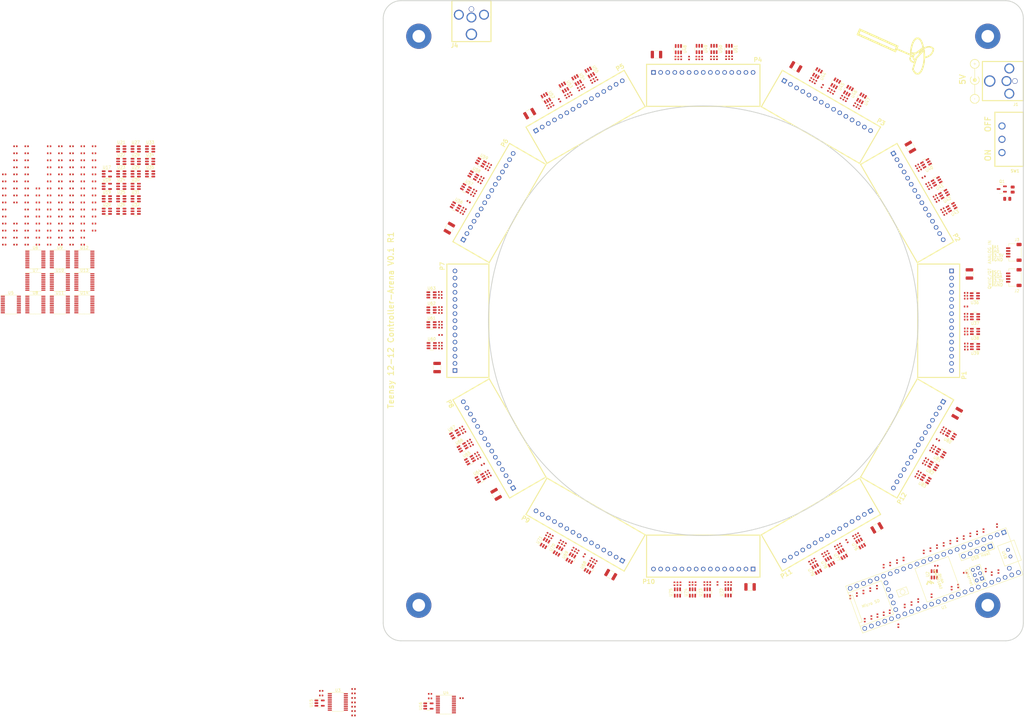
<source format=kicad_pcb>
(kicad_pcb (version 20240108) (generator "pcbnew") (generator_version "8.0")
  (layers (0 "F.Cu" signal) (1 "In1.Cu" power) (2 "In2.Cu" power) (3 "In3.Cu" power) (4 "In4.Cu" power) (31 "B.Cu" signal) (34 "B.Paste" user) (35 "F.Paste" user) (36 "B.SilkS" user "B.Silkscreen") (37 "F.SilkS" user "F.Silkscreen") (38 "B.Mask" user) (39 "F.Mask" user) (44 "Edge.Cuts" user))
  (net 0 "")
  (net 1 "+3.3V")
  (net 2 "+5V")
  (net 3 "/Panel Headers/HDR_CS_04_P1")
  (net 4 "/Power/SW_5V")
  (net 5 "/Teensy/SDA")
  (net 8 "/Teensy/SCL")
  (net 9 "/Teensy/A0")
  (net 11 "/Teensy/A1")
  (net 12 "/Panel Headers/HDR_SCK_0_P1")
  (net 13 "/Panel Headers/HDR_CS_03_P1")
  (net 14 "/Panel Headers/HDR_EXT_INT_P1")
  (net 15 "/Panel Headers/HDR_CS_00_P1")
  (net 16 "/Level Shifters/PAN5V.MISO_0")
  (net 17 "/Panel Headers/HDR_RESET")
  (net 18 "/Panel Headers/HDR_CS_02_P1")
  (net 19 "/Panel Headers/HDR_CS_01_P1")
  (net 20 "/Panel Headers/HDR_MOSI_0_P1")
  (net 21 "/Panel Headers/HDR_EXT_INT_P2")
  (net 22 "/Level Shifters/PAN5V.EXT_INT")
  (net 23 "GND")
  (net 27 "/Panel Headers/HDR_CS_09_P2")
  (net 28 "/Panel Headers/HDR_SCK_0_P2")
  (net 29 "/Panel Headers/HDR_CS_08_P2")
  (net 30 "/Panel Headers/HDR_CS_05_P2")
  (net 43 "/Panel Headers/HDR_MOSI_0_P2")
  (net 44 "/Panel Headers/HDR_CS_07_P2")
  (net 45 "/Panel Headers/HDR_CS_06_P2")
  (net 46 "/Panel Headers/HDR_SCK_0_P3")
  (net 47 "/Panel Headers/HDR_CS_11_P3")
  (net 48 "/Panel Headers/HDR_CS_10_P3")
  (net 49 "/Panel Headers/HDR_MOSI_0_P3")
  (net 50 "/Panel Headers/HDR_EXT_INT_P3")
  (net 51 "/Panel Headers/HDR_CS_13_P3")
  (net 52 "/Panel Headers/HDR_CS_14_P3")
  (net 53 "/Panel Headers/HDR_CS_12_P3")
  (net 54 "/Panel Headers/HDR_CS_19_P4")
  (net 55 "/Panel Headers/HDR_CS_15_P4")
  (net 56 "/Panel Headers/HDR_SCK_0_P4")
  (net 57 "/Panel Headers/HDR_CS_17_P4")
  (net 58 "/Panel Headers/HDR_CS_18_P4")
  (net 59 "/Panel Headers/HDR_MOSI_0_P4")
  (net 60 "/Panel Headers/HDR_EXT_INT_P4")
  (net 61 "/Panel Headers/HDR_CS_16_P4")
  (net 62 "/Panel Headers/HDR_MOSI_0_P5")
  (net 63 "/Panel Headers/HDR_CS_21_P5")
  (net 64 "/Level Shifters/PAN5V.MISO_1")
  (net 83 "/Level Shifters/PAN5V.RESET")
  (net 84 "/Level Shifters/PAN3V.RESET")
  (net 85 "/Level Shifters/PAN3V.SCK_0")
  (net 86 "/Level Shifters/PAN3V.MOSI_0")
  (net 87 "/Level Shifters/PAN3V.MISO_0")
  (net 88 "/Level Shifters/PAN3V.SCK_1")
  (net 89 "/Level Shifters/PAN3V.MOSI_1")
  (net 90 "/Level Shifters/PAN3V.MISO_1")
  (net 91 "/Level Shifters/PAN3V.CS_00")
  (net 92 "/Level Shifters/PAN3V.CS_01")
  (net 93 "/Level Shifters/PAN3V.CS_02")
  (net 94 "/Level Shifters/PAN3V.CS_03")
  (net 95 "/Level Shifters/PAN3V.CS_04")
  (net 96 "/Level Shifters/PAN3V.CS_05")
  (net 97 "/Level Shifters/PAN3V.CS_06")
  (net 98 "/Level Shifters/PAN3V.CS_07")
  (net 99 "/Panel Headers/HDR_EXT_INT_P5")
  (net 100 "/Level Shifters/PAN3V.CS_08")
  (net 101 "/Level Shifters/PAN3V.CS_09")
  (net 102 "/Level Shifters/PAN3V.CS_10")
  (net 103 "/Level Shifters/PAN3V.CS_11")
  (net 104 "/Level Shifters/PAN3V.CS_12")
  (net 105 "/Level Shifters/PAN3V.CS_13")
  (net 106 "/Level Shifters/PAN3V.CS_14")
  (net 107 "/Level Shifters/PAN3V.CS_15")
  (net 108 "/Level Shifters/PAN3V.CS_16")
  (net 109 "/Level Shifters/PAN3V.CS_17")
  (net 110 "/Level Shifters/PAN3V.CS_18")
  (net 111 "/Level Shifters/PAN3V.CS_19")
  (net 112 "/Level Shifters/PAN3V.CS_20")
  (net 113 "/Level Shifters/PAN3V.CS_21")
  (net 114 "/Level Shifters/PAN3V.CS_22")
  (net 115 "/Level Shifters/PAN3V.CS_23")
  (net 116 "/Level Shifters/PAN3V.CS_24")
  (net 117 "/Level Shifters/PAN3V.CS_25")
  (net 118 "/Level Shifters/PAN3V.CS_26")
  (net 119 "/Level Shifters/PAN3V.CS_27")
  (net 120 "/Level Shifters/PAN3V.CS_28")
  (net 121 "/Level Shifters/PAN3V.CS_29")
  (net 122 "/Level Shifters/PAN3V.EXT_INT")
  (net 123 "/Panel Headers/HDR_CS_24_P5")
  (net 124 "/Panel Headers/HDR_SCK_0_P5")
  (net 125 "/Panel Headers/HDR_CS_22_P5")
  (net 126 "/Panel Headers/HDR_CS_23_P5")
  (net 127 "/Panel Headers/HDR_CS_20_P5")
  (net 128 "/Panel Headers/HDR_MOSI_0_P6")
  (net 129 "/Panel Headers/HDR_CS_28_P6")
  (net 130 "/Panel Headers/HDR_SCK_0_P6")
  (net 131 "/Panel Headers/HDR_CS_27_P6")
  (net 132 "/Panel Headers/HDR_CS_25_P6")
  (net 133 "/Panel Headers/HDR_CS_26_P6")
  (net 134 "/Panel Headers/HDR_EXT_INT_P6")
  (net 135 "/Panel Headers/HDR_CS_29_P6")
  (net 136 "/Panel Headers/HDR_EXT_INT_P7")
  (net 137 "/Panel Headers/HDR_CS_00_P7")
  (net 138 "/Panel Headers/HDR_SCK_1_P7")
  (net 139 "/Panel Headers/HDR_CS_01_P7")
  (net 140 "/Panel Headers/HDR_CS_04_P7")
  (net 141 "/Panel Headers/HDR_CS_03_P7")
  (net 142 "/Panel Headers/HDR_CS_02_P7")
  (net 143 "/Panel Headers/HDR_MOSI_1_P7")
  (net 144 "/Panel Headers/HDR_EXT_INT_P8")
  (net 145 "/Panel Headers/HDR_CS_06_P8")
  (net 146 "/Panel Headers/HDR_SCK_1_P8")
  (net 147 "/Panel Headers/HDR_CS_08_P8")
  (net 148 "/Panel Headers/HDR_CS_05_P8")
  (net 149 "/Panel Headers/HDR_CS_07_P8")
  (net 150 "/Panel Headers/HDR_MOSI_1_P8")
  (net 151 "/Panel Headers/HDR_CS_09_P8")
  (net 152 "/Panel Headers/HDR_EXT_INT_P9")
  (net 153 "/Panel Headers/HDR_SCK_1_P9")
  (net 154 "/Panel Headers/HDR_CS_12_P9")
  (net 155 "/Panel Headers/HDR_MOSI_1_P9")
  (net 156 "/Panel Headers/HDR_CS_10_P9")
  (net 157 "/Panel Headers/HDR_CS_13_P9")
  (net 158 "/Panel Headers/HDR_CS_14_P9")
  (net 159 "/Panel Headers/HDR_CS_11_P9")
  (net 160 "/Panel Headers/HDR_CS_19_P10")
  (net 161 "/Panel Headers/HDR_CS_17_P10")
  (net 162 "/Panel Headers/HDR_CS_15_P10")
  (net 163 "/Panel Headers/HDR_EXT_INT_P10")
  (net 164 "/Panel Headers/HDR_MOSI_1_P10")
  (net 165 "/Panel Headers/HDR_CS_16_P10")
  (net 166 "/Panel Headers/HDR_SCK_1_P10")
  (net 167 "/Panel Headers/HDR_CS_18_P10")
  (net 168 "/Panel Headers/HDR_CS_23_P11")
  (net 169 "/Panel Headers/HDR_CS_20_P11")
  (net 170 "/Panel Headers/HDR_SCK_1_P11")
  (net 171 "/Panel Headers/HDR_CS_22_P11")
  (net 172 "/Panel Headers/HDR_CS_24_P11")
  (net 173 "/Panel Headers/HDR_CS_21_P11")
  (net 174 "/Panel Headers/HDR_MOSI_1_P11")
  (net 175 "/Panel Headers/HDR_EXT_INT_P11")
  (net 176 "/Panel Headers/HDR_MOSI_1_P12")
  (net 177 "/Panel Headers/HDR_CS_27_P12")
  (net 178 "/Panel Headers/HDR_SCK_1_P12")
  (net 179 "/Panel Headers/HDR_CS_29_P12")
  (net 180 "/Panel Headers/HDR_CS_26_P12")
  (net 181 "/Panel Headers/HDR_CS_28_P12")
  (net 182 "/Panel Headers/HDR_EXT_INT_P12")
  (net 183 "/Panel Headers/HDR_CS_25_P12")
  (net 184 "Net-(Q1-G)")
  (net 185 "/Teensy/TNY_RESET")
  (net 186 "/Teensy/TNY_SCK_0")
  (net 187 "/Teensy/TNY_MOSI_0")
  (net 188 "/Teensy/TNY_SCK_1")
  (net 189 "/Teensy/TNY_MOSI_1")
  (net 190 "/Teensy/TNY_CS_00")
  (net 191 "/Teensy/TNY_CS_01")
  (net 192 "/Teensy/TNY_CS_02")
  (net 193 "/Teensy/TNY_CS_03")
  (net 194 "/Teensy/TNY_CS_04")
  (net 195 "/Teensy/TNY_CS_05")
  (net 196 "/Teensy/TNY_CS_06")
  (net 197 "/Teensy/TNY_CS_07")
  (net 198 "/Teensy/TNY_CS_08")
  (net 199 "/Teensy/TNY_CS_09")
  (net 200 "/Teensy/TNY_CS_10")
  (net 201 "/Teensy/TNY_CS_11")
  (net 202 "/Teensy/TNY_CS_12")
  (net 203 "/Teensy/TNY_CS_13")
  (net 204 "/Teensy/TNY_CS_14")
  (net 205 "/Teensy/TNY_CS_15")
  (net 206 "/Teensy/TNY_CS_16")
  (net 207 "/Teensy/TNY_CS_17")
  (net 208 "/Teensy/TNY_CS_18")
  (net 209 "/Teensy/TNY_CS_19")
  (net 210 "/Teensy/TNY_CS_20")
  (net 211 "/Teensy/TNY_CS_21")
  (net 212 "/Teensy/TNY_CS_22")
  (net 213 "/Teensy/TNY_CS_23")
  (net 214 "/Teensy/TNY_CS_24")
  (net 215 "/Teensy/TNY_CS_25")
  (net 216 "/Teensy/TNY_CS_26")
  (net 217 "/Teensy/TNY_CS_27")
  (net 218 "/Teensy/TNY_CS_28")
  (net 219 "/Teensy/TNY_CS_29")
  (net 220 "/Teensy/TNY_EXT_INT")
  (net 221 "Net-(U3-B1)")
  (net 222 "/Level Shifters/PAN5V.SCK_0_P1")
  (net 223 "/Level Shifters/PAN5V.SCK_0_P2")
  (net 224 "Net-(U3-B2)")
  (net 225 "Net-(U3-B4)")
  (net 226 "/Level Shifters/PAN5V.SCK_0_P3")
  (net 227 "Net-(U3-B6)")
  (net 228 "/Level Shifters/PAN5V.SCK_0_P4")
  (net 229 "Net-(U3-B7)")
  (net 230 "/Level Shifters/PAN5V.SCK_0_P5")
  (net 231 "Net-(U3-B8)")
  (net 232 "/Level Shifters/PAN5V.SCK_0_P6")
  (net 233 "/Level Shifters/PAN5V.MOSI_0_P1")
  (net 234 "Net-(U4-B1)")
  (net 235 "Net-(U4-B2)")
  (net 236 "/Level Shifters/PAN5V.MOSI_0_P2")
  (net 237 "Net-(U4-B4)")
  (net 238 "/Level Shifters/PAN5V.MOSI_0_P3")
  (net 239 "/Level Shifters/PAN5V.MOSI_0_P4")
  (net 240 "Net-(U4-B6)")
  (net 241 "Net-(U4-B7)")
  (net 242 "/Level Shifters/PAN5V.MOSI_0_P5")
  (net 243 "/Level Shifters/PAN5V.MOSI_0_P6")
  (net 244 "Net-(U4-B8)")
  (net 245 "/Level Shifters/PAN5V.SCK_1_P7")
  (net 246 "Net-(U5-B1)")
  (net 247 "/Level Shifters/PAN5V.SCK_1_P8")
  (net 248 "Net-(U5-B2)")
  (net 249 "Net-(U5-B4)")
  (net 250 "/Level Shifters/PAN5V.SCK_1_P9")
  (net 251 "/Level Shifters/PAN5V.SCK_1_P10")
  (net 252 "Net-(U5-B6)")
  (net 253 "/Level Shifters/PAN5V.SCK_1_P11")
  (net 254 "Net-(U5-B7)")
  (net 255 "/Level Shifters/PAN5V.SCK_1_P12")
  (net 256 "Net-(U5-B8)")
  (net 257 "/Level Shifters/PAN5V.MOSI_1_P7")
  (net 258 "Net-(U6-B1)")
  (net 259 "/Level Shifters/PAN5V.MOSI_1_P8")
  (net 260 "Net-(U6-B2)")
  (net 261 "/Level Shifters/PAN5V.MOSI_1_P9")
  (net 262 "Net-(U6-B4)")
  (net 263 "/Level Shifters/PAN5V.MOSI_1_P10")
  (net 264 "Net-(U6-B6)")
  (net 265 "/Level Shifters/PAN5V.MOSI_1_P11")
  (net 266 "Net-(U6-B7)")
  (net 267 "Net-(U6-B8)")
  (net 268 "/Level Shifters/PAN5V.MOSI_1_P12")
  (net 269 "Net-(U7-B2)")
  (net 270 "/Level Shifters/PAN5V.CS_00_P7")
  (net 271 "/Level Shifters/PAN5V.CS_01_P1")
  (net 272 "Net-(U7-B3)")
  (net 273 "/Level Shifters/PAN5V.CS_01_P7")
  (net 274 "Net-(U7-B4)")
  (net 275 "/Level Shifters/PAN5V.CS_02_P1")
  (net 276 "Net-(U7-B5)")
  (net 277 "Net-(U7-B6)")
  (net 278 "/Level Shifters/PAN5V.CS_02_P7")
  (net 279 "Net-(U7-B7)")
  (net 280 "/Level Shifters/PAN5V.CS_03_P1")
  (net 281 "Net-(U7-B1)")
  (net 282 "/Level Shifters/PAN5V.CS_00_P1")
  (net 283 "Net-(U7-B8)")
  (net 284 "/Level Shifters/PAN5V.CS_03_P7")
  (net 285 "/Level Shifters/PAN5V.CS_04_P1")
  (net 286 "Net-(U8-B1)")
  (net 287 "Net-(U8-B2)")
  (net 288 "/Level Shifters/PAN5V.CS_04_P7")
  (net 289 "Net-(U8-B3)")
  (net 290 "/Level Shifters/PAN5V.CS_05_P2")
  (net 291 "/Level Shifters/PAN5V.CS_05_P8")
  (net 292 "Net-(U8-B4)")
  (net 293 "/Level Shifters/PAN5V.CS_06_P2")
  (net 294 "Net-(U8-B5)")
  (net 295 "Net-(U8-B6)")
  (net 296 "/Level Shifters/PAN5V.CS_06_P8")
  (net 297 "Net-(U8-B7)")
  (net 298 "/Level Shifters/PAN5V.CS_07_P2")
  (net 299 "Net-(U8-B8)")
  (net 300 "/Level Shifters/PAN5V.CS_07_P8")
  (net 301 "/Level Shifters/PAN5V.CS_08_P2")
  (net 302 "Net-(U9-B1)")
  (net 303 "/Level Shifters/PAN5V.CS_08_P8")
  (net 304 "Net-(U9-B2)")
  (net 305 "Net-(U9-B3)")
  (net 306 "/Level Shifters/PAN5V.CS_09_P2")
  (net 307 "/Level Shifters/PAN5V.CS_09_P8")
  (net 308 "Net-(U9-B4)")
  (net 309 "Net-(U9-B5)")
  (net 310 "/Level Shifters/PAN5V.CS_10_P3")
  (net 311 "Net-(U9-B6)")
  (net 312 "/Level Shifters/PAN5V.CS_10_P9")
  (net 313 "Net-(U9-B7)")
  (net 314 "/Level Shifters/PAN5V.CS_11_P3")
  (net 315 "/Level Shifters/PAN5V.CS_11_P9")
  (net 316 "Net-(U9-B8)")
  (net 317 "Net-(U10-B1)")
  (net 318 "/Level Shifters/PAN5V.CS_12_P3")
  (net 319 "Net-(U10-B2)")
  (net 320 "/Level Shifters/PAN5V.CS_12_P9")
  (net 321 "/Level Shifters/PAN5V.CS_13_P3")
  (net 322 "Net-(U10-B3)")
  (net 323 "Net-(U10-B4)")
  (net 324 "/Level Shifters/PAN5V.CS_13_P9")
  (net 325 "/Level Shifters/PAN5V.CS_14_P3")
  (net 326 "Net-(U10-B5)")
  (net 327 "/Level Shifters/PAN5V.CS_14_P9")
  (net 328 "Net-(U10-B6)")
  (net 329 "/Level Shifters/PAN5V.CS_15_P4")
  (net 330 "Net-(U10-B7)")
  (net 331 "Net-(U10-B8)")
  (net 332 "/Level Shifters/PAN5V.CS_15_P10")
  (net 333 "Net-(U11-B1)")
  (net 334 "/Level Shifters/PAN5V.CS_16_P4")
  (net 335 "Net-(U11-B2)")
  (net 336 "/Level Shifters/PAN5V.CS_16_P10")
  (net 337 "Net-(U11-B3)")
  (net 338 "/Level Shifters/PAN5V.CS_17_P4")
  (net 339 "/Level Shifters/PAN5V.CS_17_P10")
  (net 340 "Net-(U11-B4)")
  (net 341 "/Level Shifters/PAN5V.CS_18_P4")
  (net 342 "Net-(U11-B5)")
  (net 343 "/Level Shifters/PAN5V.CS_18_P10")
  (net 344 "Net-(U11-B6)")
  (net 345 "/Level Shifters/PAN5V.CS_19_P4")
  (net 346 "Net-(U11-B7)")
  (net 347 "Net-(U11-B8)")
  (net 348 "/Level Shifters/PAN5V.CS_19_P10")
  (net 349 "Net-(U12-B1)")
  (net 350 "/Level Shifters/PAN5V.CS_20_P5")
  (net 351 "/Level Shifters/PAN5V.CS_20_P11")
  (net 352 "Net-(U12-B2)")
  (net 353 "/Level Shifters/PAN5V.CS_21_P5")
  (net 354 "Net-(U12-B3)")
  (net 355 "Net-(U12-B4)")
  (net 356 "/Level Shifters/PAN5V.CS_21_P11")
  (net 357 "Net-(U12-B5)")
  (net 358 "/Level Shifters/PAN5V.CS_22_P5")
  (net 359 "Net-(U12-B6)")
  (net 360 "/Level Shifters/PAN5V.CS_22_P11")
  (net 361 "Net-(U12-B7)")
  (net 362 "/Level Shifters/PAN5V.CS_23_P5")
  (net 363 "/Level Shifters/PAN5V.CS_23_P11")
  (net 364 "Net-(U12-B8)")
  (net 365 "/Level Shifters/PAN5V.CS_24_P5")
  (net 366 "Net-(U13-B1)")
  (net 367 "Net-(U13-B2)")
  (net 368 "/Level Shifters/PAN5V.CS_24_P11")
  (net 369 "Net-(U13-B3)")
  (net 370 "/Level Shifters/PAN5V.CS_25_P6")
  (net 371 "/Level Shifters/PAN5V.CS_25_P12")
  (net 372 "Net-(U13-B4)")
  (net 373 "Net-(U13-B5)")
  (net 374 "/Level Shifters/PAN5V.CS_26_P6")
  (net 375 "/Level Shifters/PAN5V.CS_26_P12")
  (net 376 "Net-(U13-B6)")
  (net 377 "/Level Shifters/PAN5V.CS_27_P6")
  (net 378 "Net-(U13-B7)")
  (net 379 "/Level Shifters/PAN5V.CS_27_P12")
  (net 380 "Net-(U13-B8)")
  (net 381 "/Level Shifters/PAN5V.CS_28_P6")
  (net 382 "Net-(U14-B1)")
  (net 383 "/Level Shifters/PAN5V.CS_28_P12")
  (net 384 "Net-(U14-B2)")
  (net 385 "Net-(U14-B3)")
  (net 386 "/Level Shifters/PAN5V.CS_29_P6")
  (net 387 "Net-(U14-B4)")
  (net 388 "/Level Shifters/PAN5V.CS_29_P12")
  (net 389 "Net-(U14-B5)")
  (net 390 "Net-(U14-B6)")
  (net 391 "Net-(U14-A7)")
  (net 392 "Net-(U14-A8)")
  (net 393 "Net-(R127-Pad2)")
  (net 394 "Net-(R128-Pad2)")
  (net 395 "Net-(R129-Pad2)")
  (net 396 "Net-(R130-Pad2)")
  (net 397 "Net-(R131-Pad2)")
  (net 398 "Net-(R132-Pad2)")
  (net 399 "Net-(R133-Pad2)")
  (net 400 "Net-(R134-Pad2)")
  (net 401 "Net-(R135-Pad2)")
  (net 402 "Net-(R136-Pad2)")
  (net 403 "Net-(R137-Pad2)")
  (net 404 "Net-(R138-Pad2)")
  (net 405 "Net-(R139-Pad2)")
  (net 406 "Net-(R140-Pad2)")
  (net 407 "Net-(R141-Pad2)")
  (net 408 "Net-(R142-Pad2)")
  (net 409 "Net-(R143-Pad2)")
  (net 410 "Net-(R144-Pad2)")
  (net 411 "Net-(R145-Pad2)")
  (net 412 "Net-(R146-Pad2)")
  (net 413 "Net-(R147-Pad2)")
  (net 414 "Net-(R148-Pad2)")
  (net 415 "Net-(R149-Pad2)")
  (net 416 "Net-(R150-Pad2)")
  (net 417 "Net-(R151-Pad2)")
  (net 418 "Net-(R152-Pad2)")
  (net 419 "Net-(R153-Pad2)")
  (net 420 "Net-(R154-Pad2)")
  (net 421 "Net-(R155-Pad2)")
  (net 422 "Net-(R156-Pad2)")
  (net 423 "Net-(R157-Pad2)")
  (net 424 "Net-(R158-Pad2)")
  (net 425 "Net-(R159-Pad2)")
  (net 426 "Net-(R160-Pad2)")
  (net 427 "Net-(R161-Pad2)")
  (net 428 "Net-(R162-Pad2)")
  (net 429 "Net-(R163-Pad2)")
  (net 430 "Net-(R164-Pad2)")
  (net 431 "Net-(R165-Pad2)")
  (net 432 "Net-(R166-Pad2)")
  (net 433 "Net-(R167-Pad2)")
  (net 434 "Net-(R168-Pad2)")
  (net 435 "Net-(R169-Pad2)")
  (net 436 "Net-(R170-Pad2)")
  (net 437 "Net-(R171-Pad2)")
  (net 438 "Net-(R172-Pad2)")
  (net 439 "Net-(R173-Pad2)")
  (net 440 "Net-(R174-Pad2)")
  (net 441 "Net-(R175-Pad2)")
  (net 442 "Net-(R176-Pad2)")
  (net 443 "Net-(R177-Pad2)")
  (net 444 "Net-(R178-Pad2)")
  (net 445 "Net-(R179-Pad2)")
  (net 446 "Net-(R180-Pad2)")
  (net 447 "Net-(R181-Pad2)")
  (net 448 "Net-(R182-Pad2)")
  (net 449 "Net-(R183-Pad2)")
  (net 450 "Net-(R184-Pad2)")
  (net 451 "Net-(R185-Pad2)")
  (net 452 "Net-(R186-Pad2)")
  (net 453 "Net-(R187-Pad2)")
  (net 454 "Net-(R188-Pad2)")
  (net 455 "Net-(R189-Pad2)")
  (net 456 "Net-(R190-Pad2)")
  (net 457 "Net-(R191-Pad2)")
  (net 458 "Net-(R192-Pad2)")
  (net 459 "Net-(R193-Pad2)")
  (net 460 "Net-(R194-Pad2)")
  (net 461 "Net-(R195-Pad2)")
  (net 462 "Net-(R196-Pad2)")
  (net 463 "Net-(R197-Pad2)")
  (net 464 "Net-(R198-Pad2)")
  (net 465 "Net-(R199-Pad2)")
  (net 466 "Net-(R200-Pad2)")
  (net 467 "Net-(R201-Pad2)")
  (net 468 "Net-(R202-Pad2)")
  (net 469 "Net-(R203-Pad2)")
  (net 470 "Net-(R204-Pad2)")
  (net 471 "Net-(R205-Pad2)")
  (net 472 "Net-(R206-Pad2)")
  (net 473 "Net-(R207-Pad2)")
  (net 474 "Net-(R208-Pad2)")
  (net 475 "Net-(R209-Pad2)")
  (net 476 "Net-(R210-Pad2)")
  (net 477 "Net-(R211-Pad2)")
  (net 478 "Net-(R212-Pad2)")
  (net 479 "Net-(R213-Pad2)")
  (net 480 "Net-(R214-Pad2)")
  (net 481 "Net-(R215-Pad2)")
  (net 482 "Net-(R216-Pad2)")
  (net 483 "Net-(R217-Pad2)")
  (net 484 "Net-(R218-Pad2)")
  (net 485 "Net-(R219-Pad2)")
  (net 486 "Net-(R220-Pad2)")
  (net 487 "Net-(R221-Pad2)")
  (net 488 "Net-(R222-Pad2)")
  (net 493 "/Teensy/TNY_MISO_0")
  (net 504 "/Teensy/TNY_MISO_1")
  (net 512 "Net-(U3-A1)")
  (net 517 "Net-(U4-A1)")
  (net 521 "Net-(U5-A1)")
  (net 526 "Net-(U6-A1)")
  (net 531 "Net-(U7-A7)")
  (net 532 "Net-(U7-A3)")
  (net 533 "Net-(U7-A1)")
  (net 534 "Net-(U7-A5)")
  (net 535 "Net-(U8-A1)")
  (net 536 "Net-(U8-A3)")
  (net 537 "Net-(U8-A7)")
  (net 538 "Net-(U8-A5)")
  (net 539 "Net-(U9-A7)")
  (net 540 "Net-(U9-A3)")
  (net 541 "Net-(U9-A1)")
  (net 542 "Net-(U9-A5)")
  (net 543 "Net-(U10-A1)")
  (net 544 "Net-(U10-A7)")
  (net 545 "Net-(U10-A5)")
  (net 546 "Net-(U10-A3)")
  (net 547 "Net-(U11-A3)")
  (net 548 "Net-(U11-A7)")
  (net 549 "Net-(U11-A5)")
  (net 550 "Net-(U11-A1)")
  (net 551 "Net-(U12-A3)")
  (net 552 "Net-(U12-A5)")
  (net 553 "Net-(U12-A1)")
  (net 554 "Net-(U12-A7)")
  (net 555 "Net-(U13-A1)")
  (net 556 "Net-(U13-A7)")
  (net 557 "Net-(U13-A5)")
  (net 558 "Net-(U13-A3)")
  (net 559 "Net-(U14-A1)")
  (net 560 "Net-(U14-B7)")
  (net 561 "Net-(U14-A5)")
  (net 562 "Net-(U14-A3)")
  (net 563 "Net-(U14-B8)")
  (net 564 "Net-(U14-A6)")
  (net 569 "/Panel Headers/HDR_MISO_0_P1")
  (net 570 "/Panel Headers/HDR_MISO_0_P2")
  (net 571 "/Panel Headers/HDR_MISO_0_P3")
  (net 572 "/Panel Headers/HDR_MISO_0_P4")
  (net 573 "/Panel Headers/HDR_MISO_0_P5")
  (net 574 "/Panel Headers/HDR_MISO_0_P6")
  (net 575 "/Panel Headers/HDR_MISO_1_P7")
  (net 576 "/Panel Headers/HDR_MISO_1_P8")
  (net 577 "/Panel Headers/HDR_MISO_1_P9")
  (net 578 "/Panel Headers/HDR_MISO_1_P10")
  (net 579 "/Panel Headers/HDR_MISO_1_P11")
  (net 580 "/Panel Headers/HDR_MISO_1_P12")
  (footprint "Resistor_SMD:R_0402_1005Metric" (layer "F.Cu") (at 264.050052 216.134471 -30)
    (property "Reference" "R215" (hide yes))
    (property "Value" "68" (hide yes))
  )
  (footprint "Resistor_SMD:R_0402_1005Metric" (layer "F.Cu") (at -55.8205 135.5662)
    (property "Reference" "R62" (hide yes))
    (property "Value" "68" (hide yes))
  )
  (footprint "Resistor_SMD:R_0402_1005Metric" (layer "F.Cu") (at -59.8305 138.0762)
    (property "Reference" "R48" (hide yes))
    (property "Value" "68" (hide yes))
  )
  (footprint "Capacitor_SMD:C_0402_1005Metric" (layer "F.Cu") (at -67.8505 148.1162)
    (property "Reference" "C30" (hide yes))
    (property "Value" "0.1uF" (hide yes))
  )
  (footprint "Package_TO_SOT_SMD:SOT-23-6" (layer "F.Cu") (at 274.7827 168.8998 180)
    (property "Reference" "U36")
    (property "Value" "74LVC2G17" (hide yes))
  )
  (footprint "Resistor_SMD:R_0402_1005Metric" (layer "F.Cu") (at -51.8105 130.5462)
    (property "Reference" "R75" (hide yes))
    (property "Value" "68" (hide yes))
  )
  (footprint "Package_TO_SOT_SMD:SOT-23-6" (layer "F.Cu") (at 80.817299 186.7002)
    (property "Reference" "U60")
    (property "Value" "74LVC2G17" (hide yes))
  )
  (footprint "Resistor_SMD:R_0402_1005Metric" (layer "F.Cu") (at 180.2638 271.655 -90)
    (property "Reference" "R201" (hide yes))
    (property "Value" "68" (hide yes))
  )
  (footprint "Resistor_SMD:R_0402_1005Metric" (layer "F.Cu") (at 100.55189 123.786048 150)
    (property "Reference" "R173" (hide yes))
    (property "Value" "68" (hide yes))
  )
  (footprint "Package_TO_SOT_SMD:SOT-23-3" (layer "F.Cu") (at 284.3983 130.7592 180)
    (property "Reference" "Q1")
    (property "Value" "MOSFET_NCHAN" (hide yes))
  )
  (footprint "Capacitor_SMD:C_0402_1005Metric" (layer "F.Cu") (at 92.07346 138.600376 -30)
    (property "Reference" "C67" (hide yes))
    (property "Value" "0.1uF" (hide yes))
  )
  (footprint "Resistor_SMD:R_0402_1005Metric" (layer "F.Cu") (at 83.944999 180.2638 180)
    (property "Reference" "R177" (hide yes))
    (property "Value" "68" (hide yes))
  )
  (footprint "Resistor_SMD:R_0402_1005Metric" (layer "F.Cu") (at 254.003306 233.674403 -30)
    (property "Reference" "R222" (hide yes))
    (property "Value" "68" (hide yes))
  )
  (footprint "Capacitor_SMD:C_0402_1005Metric" (layer "F.Cu") (at 98.432901 127.548645 -30)
    (property "Reference" "C69" (hide yes))
    (property "Value" "0.1uF" (hide yes))
  )
  (footprint "Package_TO_SOT_SMD:SOT-23-6" (layer "F.Cu") (at -19.7505 116.4562)
    (property "Reference" "U33")
    (property "Value" "74LVC2G17" (hide yes))
  )
  (footprint "Resistor_SMD:R_0402_1005Metric" (layer "F.Cu") (at 215.856797 264.290306 -60)
    (property "Reference" "R214" (hide yes))
    (property "Value" "68" (hide yes))
  )
  (footprint "Package_TO_SOT_SMD:SOT-23-6" (layer "F.Cu") (at 225.080966 93.031764 -120)
    (property "Reference" "U45")
    (property "Value" "74LVC2G17" (hide yes))
  )
  (footprint "Package_TO_SOT_SMD:SOT-23-6" (layer "F.Cu") (at -35.2005 138.7062)
    (property "Reference" "U20")
    (property "Value" "74LVC2G17" (hide yes))
  )
  (footprint "Capacitor_SMD:C_0402_1005Metric" (layer "F.Cu") (at 271.6342 176.3522 180)
    (property "Reference" "C48" (hide yes))
    (property "Value" "0.1uF" (hide yes))
  )
  (footprint "Package_TO_SOT_SMD:SOT-23-6" (layer "F.Cu") (at -24.9005 120.9062)
    (property "Reference" "U28")
    (property "Value" "74LVC2G17" (hide yes))
  )
  (footprint "Capacitor_SMD:C_0402_1005Metric" (layer "F.Cu") (at 263.526539 216.999623 150)
    (property "Reference" "C91" (hide yes))
    (property "Value" "0.1uF" (hide yes))
  )
  (footprint "Resistor_SMD:R_0402_1005Metric" (layer "F.Cu") (at 227.137878 97.881487 60)
    (property "Reference" "R147" (hide yes))
    (property "Value" "68" (hide yes))
  )
  (footprint "Resistor_SMD:R_0402_1005Metric" (layer "F.Cu") (at 275.59 253.555 90)
    (property "Reference" "R10" (hide yes))
    (property "Value" "68" (hide yes))
  )
  (footprint "Capacitor_SMD:C_0402_1005Metric" (layer "F.Cu") (at 91.4778 312.5978)
    (property "Reference" "C5" (hide yes))
    (property "Value" "0.1uF" (hide yes))
  )
  (footprint "Resistor_SMD:R_0402_1005Metric" (layer "F.Cu") (at 220.516767 261.541212 -60)
    (property "Reference" "R212" (hide yes))
    (property "Value" "68" (hide yes))
  )
  (footprint "Resistor_SMD:R_0402_1005Metric" (layer "F.Cu") (at 175.0314 271.6804 -90)
    (property "Reference" "R203" (hide yes))
    (property "Value" "68" (hide yes))
  )
  (footprint "Package_TO_SOT_SMD:SOT-23-6" (layer "F.Cu") (at 260.289 268.3709 90)
    (property "Reference" "U2")
    (property "Value" "74LVC2G17" (hide yes))
  )
  (footprint "Capacitor_SMD:C_1210_3225Metric" (layer "F.Cu") (at 210.858729 87.1206 -30)
    (property "Reference" "C97" (hide yes))
    (property "Value" "100uF" (hide yes))
  )
  (footprint "Resistor_SMD:R_0402_1005Metric" (layer "F.Cu") (at 92.565947 137.705764 150)
    (property "Reference" "R168" (hide yes))
    (property "Value" "68" (hide yes))
  )
  (footprint "Resistor_SMD:R_0402_1005Metric" (layer "F.Cu") (at 260.487112 133.257477 30)
    (property "Reference" "R139" (hide yes))
    (property "Value" "68" (hide yes))
  )
  (footprint "Resistor_SMD:R_0402_1005Metric" (layer "F.Cu") (at -47.8005 133.0562)
    (property "Reference" "R91" (hide yes))
    (property "Value" "68" (hide yes))
  )
  (footprint "Resistor_SMD:R_0402_1005Metric" (layer "F.Cu") (at -47.8005 120.5062)
    (property "Reference" "R86" (hide yes))
    (property "Value" "68" (hide yes))
  )
  (footprint "MountingHole:MountingHole_4.5mm_Pad" (layer "F.Cu") (at 76.2 76.2)
    (property "Reference" "H1" (hide yes))
    (property "Value" "MountingHole_Pad" (hide yes))
  )
  (footprint "Resistor_SMD:R_0402_1005Metric" (layer "F.Cu") (at 254.123652 122.272499 30)
    (property "Reference" "R135" (hide yes))
    (property "Value" "68" (hide yes))
  )
  (footprint "Resistor_SMD:R_0402_1005Metric" (layer "F.Cu") (at 92.39849 217.691848 -150)
    (property "Reference" "R189" (hide yes))
    (property "Value" "68" (hide yes))
  )
  (footprint "Resistor_SMD:R_0402_1005Metric" (layer "F.Cu") (at 261.595353 220.313391 -30)
    (property "Reference" "R234" (hide yes))
    (property "Value" "68" (hide yes))
  )
  (footprint "Capacitor_SMD:C_0402_1005Metric" (layer "F.Cu") (at 181.6354 83.940399 -90)
    (property "Reference" "C61" (hide yes))
    (property "Value" "0.1uF" (hide yes))
  )
  (footprint "Resistor_SMD:R_0402_1005Metric" (layer "F.Cu") (at 83.894199 169.6466 180)
    (property "Reference" "R181" (hide yes))
    (property "Value" "68" (hide yes))
  )
  (footprint "arena_custom:DCJACK_2PIN_HIGHCURRENT" (layer "F.Cu") (at 95 63.5028)
    (property "Reference" "J4")
    (property "Value" "Barrel_Jack" (hide yes))
  )
  (footprint "arena_custom:HEADER_TOP" (layer "F.Cu") (at 177.799999 266.474028 180)
    (property "Reference" "P10")
    (property "Value" "CONN15" (hide yes))
  )
  (footprint "Capacitor_SMD:C_0402_1005Metric" (layer "F.Cu") (at 41.3382 311.6326 180)
    (property "Reference" "C26" (hide yes))
    (property "Value" "0.1uF" (hide yes))
  )
  (footprint "Package_TO_SOT_SMD:SOT-23-6" (layer "F.Cu") (at 168.8998 80.817299 -90)
    (property "Reference" "U48")
    (property "Value" "74LVC2G17" (hide yes))
  )
  (footprint "Package_SO:TSSOP-20_4.4x6.5mm_P0.65mm" (layer "F.Cu") (at -43.2405 163.9562)
    (property "Reference" "U13")
    (property "Value" "TXB0108PW" (hide yes))
  )
  (footprint "Package_TO_SOT_SMD:SOT-23-6" (layer "F.Cu") (at 274.851928 181.6252 180)
    (property "Reference" "U38")
    (property "Value" "74LVC2G17" (hide yes))
  )
  (footprint "Package_TO_SOT_SMD:SOT-23-6" (layer "F.Cu") (at 218.332203 266.464635 120)
    (property "Reference" "U79")
    (property "Value" "74LVC2G17" (hide yes))
  )
  (footprint "Resistor_SMD:R_0402_1005Metric" (layer "F.Cu") (at 263.201509 137.908151 30)
    (property "Reference" "R141" (hide yes))
    (property "Value" "68" (hide yes))
  )
  (footprint "Capacitor_SMD:C_0402_1005Metric" (layer "F.Cu") (at -67.8505 120.5062)
    (property "Reference" "C19" (hide yes))
    (property "Value" "0.1uF" (hide yes))
  )
  (footprint "arena_custom:HEADER_TOP" (layer "F.Cu") (at 254.593961 222.137014 -120)
    (property "Reference" "P12")
    (property "Value" "CONN15" (hide yes))
  )
  (footprint "Resistor_SMD:R_0402_1005Metric" (layer "F.Cu") (at 167.8736 83.938027 90)
    (property "Reference" "R151" (hide yes))
    (property "Value" "68" (hide yes))
  )
  (footprint "Capacitor_SMD:C_0402_1005Metric" (layer "F.Cu") (at -63.8405 133.0562)
    (property "Reference" "C39" (hide yes))
    (property "Value" "0.1uF" (hide yes))
  )
  (footprint "Resistor_SMD:R_0402_1005Metric" (layer "F.Cu") (at 277.876 252.73 90)
    (property "Reference" "R9" (hide yes))
    (property "Value" "68" (hide yes))
  )
  (footprint "Resistor_SMD:R_0402_1005Metric" (layer "F.Cu") (at 172.72 83.974399 90)
    (property "Reference" "R226" (hide yes))
    (property "Value" "68" (hide yes))
  )
  (footprint "Resistor_SMD:R_0402_1005Metric" (layer "F.Cu") (at -51.8105 128.0362)
    (property "Reference" "R74" (hide yes))
    (property "Value" "68" (hide yes))
  )
  (footprint "Package_TO_SOT_SMD:SOT-23-6" (layer "F.Cu") (at 80.748071 173.9748)
    (property "Reference" "U62")
    (property "Value" "74LVC2G17" (hide yes))
  )
  (footprint "arena_custom:HEADER_TOP" (layer "F.Cu") (at 89.125971 177.8 90)
    (property "Reference" "P7")
    (property "Value" "CONN15" (hide yes))
  )
  (footprint "Resistor_SMD:R_0402_1005Metric" (layer "F.Cu") (at -55.8205 150.6262)
    (property "Reference" "R68" (hide yes))
    (property "Value" "68" (hide yes))
  )
  (footprint "Capacitor_SMD:C_0402_1005Metric" (layer "F.Cu") (at -63.8405 135.5662)
    (property "Reference" "C40" (hide yes))
    (property "Value" "0.1uF" (hide yes))
  )
  (footprint "Resistor_SMD:R_0402_1005Metric" (layer "F.Cu") (at 52.895 318.77 180)
    (property "Reference" "R44" (hide yes))
    (property "Value" "68" (hide yes))
  )
  (footprint "Capacitor_SMD:C_0402_1005Metric" (layer "F.Cu") (at 97.261098 225.970932 30)
    (property "Reference" "C76" (hide yes))
    (property "Value" "0.1uF" (hide yes))
  )
  (footprint "Capacitor_SMD:C_0402_1005Metric" (layer "F.Cu") (at 83.940399 173.9646)
    (property "Reference" "C73" (hide yes))
    (property "Value" "0.1uF" (hide yes))
  )
  (footprint "Resistor_SMD:R_0402_1005Metric" (layer "F.Cu") (at 167.513 271.7312 -90)
    (property "Reference" "R206" (hide yes))
    (property "Value" "68" (hide yes))
  )
  (footprint "Resistor_SMD:R_0402_1005Metric" (layer "F.Cu") (at 133.257477 95.112887 120)
    (property "Reference" "R163" (hide yes))
    (property "Value" "68" (hide yes))
  )
  (footprint "Resistor_SMD:R_0402_1005Metric" (layer "F.Cu") (at 135.286608 261.595353 -120)
    (property "Reference" "R231" (hide yes))
    (property "Value" "68" (hide yes))
  )
  (footprint "Resistor_SMD:R_0402_1005Metric" (layer "F.Cu") (at 282.702 250.952 90)
    (property "Reference" "R8" (hide yes))
    (property "Value" "68" (hide yes))
  )
  (footprint "Resistor_SMD:R_0402_1005Metric" (layer "F.Cu") (at -51.8105 148.1162)
    (property "Reference" "R82" (hide yes))
    (property "Value" "68" (hide yes))
  )
  (footprint "Resistor_SMD:R_0402_1005Metric" (layer "F.Cu") (at 131.224452 259.284015 -120)
    (property "Reference" "R194" (hide yes))
    (property "Value" "68" (hide yes))
  )
  (footprint "Resistor_SMD:R_0402_1005Metric" (layer "F.Cu") (at -39.7805 140.5862)
    (property "Reference" "R124" (hide yes))
    (property "Value" "68" (hide yes))
  )
  (footprint "Capacitor_SMD:C_0402_1005Metric" (layer "F.Cu") (at 41.3636 309.9816 180)
    (property "Reference" "C2" (hide yes))
    (property "Value" "0.1uF" (hide yes))
  )
  (footprint "Resistor_SMD:R_0402_1005Metric" (layer "F.Cu") (at -51.8105 117.9962)
    (property "Reference" "R70" (hide yes))
    (property "Value" "68" (hide yes))
  )
  (footprint "Capacitor_SMD:C_1210_3225Metric" (layer "F.Cu") (at 161.09 82.739971)
    (property "Reference" "C98" (hide yes))
    (property "Value" "100uF" (hide yes))
  )
  (footprint "Package_TO_SOT_SMD:SOT-23-6" (layer "F.Cu") (at 274.851928 176.3624 180)
    (property "Reference" "U37")
    (property "Value" "74LVC2G17" (hide yes))
  )
  (footprint "Package_TO_SOT_SMD:SOT-23-6" (layer "F.Cu") (at 80.748071 168.5696)
    (property "Reference" "U63")
    (property "Value" "74LVC2G17" (hide yes))
  )
  (footprint "Resistor_SMD:R_0402_1005Metric" (layer "F.Cu") (at 229.112209 256.515353 -60)
    (property "Reference" "R233" (hide yes))
    (property "Value" "68" (hide yes))
  )
  (footprint "Capacitor_SMD:C_1210_3225Metric" (layer "F.Cu") (at 268.479399 210.858729 -120)
    (property "Reference" "C106" (hide yes))
    (property "Value" "100uF" (hide yes))
  )
  (footprint "Resistor_SMD:R_0402_1005Metric" (layer "F.Cu") (at 52.895 315.6458 180)
    (property "Reference" "R42" (hide yes))
    (property "Value" "68" (hide yes))
  )
  (footprint "Package_TO_SOT_SMD:SOT-23-6" (layer "F.Cu") (at 176.3624 80.748071 -90)
    (property "Reference" "U49")
    (property "Value" "74LVC2G17" (hide yes))
  )
  (footprint "Package_TO_SOT_SMD:SOT-23-6" (layer "F.Cu") (at -30.0505 138.7062)
    (property "Reference" "U26")
    (property "Value" "74LVC2G17" (hide yes))
  )
  (footprint "Resistor_SMD:R_0402_1005Metric" (layer "F.Cu") (at 169.9056 83.938027 90)
    (property "Reference" "R152" (hide yes))
    (property "Value" "68" (hide yes))
  )
  (footprint "Capacitor_SMD:C_0402_1005Metric" (layer "F.Cu") (at 257.167098 228.051354 150)
    (property "Reference" "C93" (hide yes))
    (property "Value" "0.1uF" (hide yes))
  )
  (footprint "Package_TO_SOT_SMD:SOT-23-6" (layer "F.Cu") (at 125.961315 259.936835 60)
    (property "Reference" "U70")
    (property "Value" "74LVC2G17" (hide yes))
  )
  (footprint "Resistor_SMD:R_0402_1005Metric" (layer "F.Cu") (at 100.460347 231.567737 -150)
    (property "Reference" "R184" (hide yes))
    (property "Value" "68" (hide yes))
  )
  (footprint "Resistor_SMD:R_0402_1005Metric" (layer "F.Cu") (at -59.8305 143.0962)
    (property "Reference" "R50" (hide yes))
    (property "Value" "68" (hide yes))
  )
  (footprint "arena_custom:slide_switch" (layer "F.Cu") (at 287.02 113.0027 90)
    (property "Reference" "SW1")
    (property "Value" "SW_SPDT" (hide yes))
  )
  (footprint "Package_TO_SOT_SMD:SOT-23-6" (layer "F.Cu") (at 233.999149 257.339382 120)
    (property "Reference" "U76")
    (property "Value" "74LVC2G17" (hide yes))
  )
  (footprint "Package_TO_SOT_SMD:SOT-23-6" (layer "F.Cu") (at 89.360417 137.016448 -30)
    (property "Reference" "U56")
    (property "Value" "74LVC2G17" (hide yes))
  )
  (footprint "Resistor_SMD:R_0402_1005Metric" (layer "F.Cu") (at 271.7058 185.9534)
    (property "Reference" "R133" (hide yes))
    (property "Value" "68" (hide yes))
  )
  (footprint "Package_TO_SOT_SMD:SOT-23-6" (layer "F.Cu") (at 128.029037 94.469364 -60)
    (property "Reference" "U53")
    (property "Value" "74LVC2G17" (hide yes))
  )
  (footprint "Resistor_SMD:R_0402_1005Metric" (layer "F.Cu") (at 97.881487 128.462121 150)
    (property "Reference" "R171" (hide yes))
    (property "Value" "68" (hide yes))
  )
  (footprint "Resistor_SMD:R_0402_1005Metric" (layer "F.Cu") (at -43.7905 135.5662)
    (property "Reference" "R107" (hide yes))
    (property "Value" "68" (hide yes))
  )
  (footprint "Resistor_SMD:R_0402_1005Metric" (layer "F.Cu") (at 263.034052 217.894235 -30)
    (property "Reference" "R216" (hide yes))
    (property "Value" "68" (hide yes))
  )
  (footprint "Resistor_SMD:R_0402_1005Metric" (layer "F.Cu") (at 271.661972 167.8736)
    (property "Reference" "R127" (hide yes))
    (property "Value" "68" (hide yes))
  )
  (footprint "Resistor_SMD:R_0402_1005Metric" (layer "F.Cu") (at 128.738786 97.751084 120)
    (property "Reference" "R161" (hide yes))
    (property "Value" "68" (hide yes))
  )
  (footprint "Resistor_SMD:R_0402_1005Metric" (layer "F.Cu") (at 255.139652 124.032262 30)
    (property "Reference" "R136" (hide yes))
    (property "Value" "68" (hide yes))
  )
  (footprint "Package_SO:TSSOP-20_4.4x6.5mm_P0.65mm" (layer "F.Cu") (at -60.7405 155.9062)
    (property "Reference" "U6")
    (property "Value" "TXB0108PW" (hide yes))
  )
  (footprint "Resistor_SMD:R_0402_1005Metric" (layer "F.Cu") (at -51.8105 143.0962)
    (property "Reference" "R80" (hide yes))
    (property "Value" "68" (hide yes))
  )
  (footprint "Resistor_SMD:R_0402_1005Metric" (layer "F.Cu") (at 133.006212 260.312715 -120)
    (property "Reference" "R193" (hide yes))
    (property "Value" "68" (hide yes))
  )
  (footprint "Capacitor_SMD:C_0402_1005Metric" (layer "F.Cu") (at 176.3522 83.965799 -90)
    (property "Reference" "C60" (hide yes))
    (property "Value" "0.1uF" (hide yes))
  )
  (footprint "Resistor_SMD:R_0402_1005Metric" (layer "F.Cu") (at 83.919599 175.0314 180)
    (property "Reference" "R179" (hide yes))
    (property "Value" "68" (hide yes))
  )
  (footprint "Resistor_SMD:R_0402_1005Metric" (layer "F.Cu") (at 52.895 317.1952 180)
    (property "Reference" "R43" (hide yes))
    (property "Value" "68" (hide yes))
  )
  (footprint "Package_SO:TSSOP-20_4.4x6.5mm_P0.65mm" (layer "F.Cu") (at -51.9905 163.9562)
    (property "Reference" "U10")
    (property "Value" "TXB0108PW" (hide yes))
  )
  (footprint "Resistor_SMD:R_0402_1005Metric" (layer "F.Cu") (at 217.894235 92.565947 60)
    (property "Reference" "R144" (hide yes))
    (property "Value" "68" (hide yes))
  )
  (footprint "Capacitor_SMD:C_0402_1005Metric" (layer "F.Cu") (at 271.7104 187.0202 180)
    (property "Reference" "C50" (hide yes))
    (property "Value" "0.1uF" (hide yes))
  )
  (footprint "Resistor_SMD:R_0402_1005Metric" (layer "F.Cu") (at 124.032262 100.460347 120)
    (property "Reference" "R160" (hide yes))
    (property "Value" "68" (hide yes))
  )
  (footprint "Resistor_SMD:R_0402_1005Metric" (layer "F.Cu") (at 99.084646 229.112209 -150)
    (property "Reference" "R230" (hide yes))
    (property "Value" "68" (hide yes))
  )
  (footprint "Resistor_SMD:R_0402_1005Metric" (layer "F.Cu") (at 139.465528 264.050052 -120)
    (property "Reference" "R191" (hide yes))
    (property "Value" "68" (hide yes))
  )
  (footprint "Capacitor_SMD:C_0402_1005Metric" (layer "F.Cu") (at -67.8505 135.5662)
    (property "Reference" "C25" (hide yes))
    (property "Value" "0.1uF" (hide yes))
  )
  (footprint "Resistor_SMD:R_0402_1005Metric" (layer "F.Cu") (at 222.342522 260.487112 -60)
    (property "Reference" "R211" (hide yes))
    (property "Value" "68" (hide yes))
  )
  (footprint "Resistor_SMD:R_0402_1005Metric" (layer "F.Cu") (at -47.8005 130.5462)
    (property "Reference" "R90" (hide yes))
    (property "Value" "68" (hide yes))
  )
  (footprint "Capacitor_SMD:C_0402_1005Metric" (layer "F.Cu") (at -71.8605 148.1162)
    (property "Reference" "C15" (hide yes))
    (property "Value" "0.1uF" (hide yes))
  )
  (footprint "Capacitor_SMD:C_1210_3225Metric" (layer "F.Cu") (at 103.8306 239.801298 120)
    (property "Reference" "C102" (hide yes))
    (property "Value" "100uF" (hide yes))
  )
  (footprint "arena_custom:HEADER_TOP" (layer "F.Cu") (at 133.462985 254.593961 150)
    (property "Reference" "P9")
    (property "Value" "CONN15" (hide yes))
  )
  (footprint "Resistor_SMD:R_0402_1005Metric" (layer "F.Cu") (at 216.134471 91.549947 60)
    (property "Reference" "R143" (hide yes))
    (property "Value" "68" (hide yes))
  )
  (footprint "Resistor_SMD:R_0402_1005Metric" (layer "F.Cu") (at -47.8005 135.5662)
    (property "Reference" "R92" (hide yes))
    (property "Value" "68" (hide yes))
  )
  (footprint "Resistor_SMD:R_0402_1005Metric" (layer "F.Cu") (at 242.2398 282.448 90)
    (property "Reference" "R36" (hide yes))
    (property "Value" "68" (hide yes))
  )
  (footprint "Capacitor_SMD:C_0402_1005Metric" (layer "F.Cu") (at -63.8405 150.6262)
    (property "Reference" "C46" (hide yes))
    (property "Value" "0.1uF" (hide yes))
  )
  (footprint "Resistor_SMD:R_0402_1005Metric" (layer "F.Cu") (at 185.6944 271.661972 -90)
    (property "Reference" "R200" (hide yes))
    (property "Value" "68" (hide yes))
  )
  (footprint "Resistor_SMD:R_0402_1005Metric" (layer "F.Cu") (at -55.8205 120.5062)
    (property "Reference" "R56" (hide yes))
    (property "Value" "68" (hide yes))
  )
  (footprint "arena_custom:HEADER_TOP" (layer "F.Cu") (at 222.137014 254.593961 -150)
    (property "Reference" "P11")
    (property "Value" "CONN15" (hide yes))
  )
  (footprint "Capacitor_SMD:C_0402_1005Metric" (layer "F.Cu") (at 228.051354 98.432901 -120)
    (property "Reference" "C57" (hide yes))
    (property "Value" "0.1uF" (hide yes))
  )
  (footprint "Capacitor_SMD:C_0402_1005Metric" (layer "F.Cu") (at 179.247799 271.6342 90)
    (property "Reference" "C84" (hide yes))
    (property "Value" "0.1uF" (hide yes))
  )
  (footprint "Resistor_SMD:R_0402_1005Metric" (layer "F.Cu") (at -39.7805 138.0762)
    (property "Reference" "R123" (hide yes))
    (property "Value" "68" (hide yes))
  )
  (footprint "Resistor_SMD:R_0402_1005Metric" (layer "F.Cu") (at 268.8336 272.5542 90)
    (property "Reference" "R29" (hide yes))
    (property "Value" "68" (hide yes))
  )
  (footprint "Capacitor_SMD:C_0402_1005Metric" (layer "F.Cu") (at 263.738892 138.829727 -150)
    (property "Reference" "C54" (hide yes))
    (property "Value" "0.1uF" (hide yes))
  )
  (footprint "Resistor_SMD:R_0402_1005Metric" (layer "F.Cu") (at 123.786048 255.048109 -120)
    (property "Reference" "R197" (hide yes))
    (property "Value" "68" (hide yes))
  )
  (footprint "Resistor_SMD:R_0402_1005Metric" (layer "F.Cu") (at 261.541212 135.083232 30)
    (property "Reference" "R140" (hide yes))
    (property "Value" "68" (hide yes))
  )
  (footprint "arena_custom:JST_SH_SM04B-SRSS-TB_1x04-1MP_P1.00mm_Horizontal" (layer "F.Cu") (at 288.701 153.379 90)
    (property "Reference" "J3")
    (property "Value" "Conn_01x04" (hide yes))
  )
  (footprint "Resistor_SMD:R_0402_1005Metric" (layer "F.Cu") (at -43.7905 143.0962)
    (property "Reference" "R110" (hide yes))
    (property "Value" "68" (hide yes))
  )
  (footprint "Resistor_SMD:R_0402_1005Metric" (layer "F.Cu") (at 271.6804 182.6768)
    (property "Reference" "R132" (hide yes))
    (property "Value" "68" (hide yes))
  )
  (footprint "Resistor_SMD:R_0402_1005Metric" (layer "F.Cu") (at -59.8305 140.5862)
    (property "Reference" "R49" (hide yes))
    (property "Value" "68" (hide yes))
  )
  (footprint "Resistor_SMD:R_0402_1005Metric" (layer "F.Cu") (at -51.8105 135.5662)
    (property "Reference" "R77" (hide yes))
    (property "Value" "68" (hide yes))
  )
  (footprint "Capacitor_SMD:C_0402_1005Metric" (layer "F.Cu") (at 129.629067 97.261098 -60)
    (property "Reference" "C64" (hide yes))
    (property "Value" "0.1uF" (hide yes))
  )
  (footprint "Capacitor_SMD:C_0402_1005Metric" (layer "F.Cu") (at 254.518692 232.740127 150)
    (property "Reference" "C94" (hide yes))
    (property "Value" "0.1uF" (hide yes))
  )
  (footprint "Capacitor_SMD:C_0402_1005Metric" (layer "F.Cu") (at 271.641172 168.8846 180)
    (property "Reference" "C47" (hide yes))
    (property "Value" "0.1uF" (hide yes))
  )
  (footprint "Capacitor_SMD:C_0402_1005Metric" (layer "F.Cu") (at -63.8405 120.5062)
    (property "Reference" "C34" (hide yes))
    (property "Value" "0.1uF" (hide yes))
  )
  (footprint "Resistor_SMD:R_0402_1005Metric" (layer "F.Cu") (at 222.593787 95.287284 60)
    (property "Reference" "R145" (hide yes))
    (property "Value" "68" (hide yes))
  )
  (footprint "Package_TO_SOT_SMD:SOT-23-6" (layer "F.Cu") (at 130.519033 262.568235 60)
    (property "Reference" "U69")
    (property "Value" "74LVC2G17" (hide yes))
  )
  (footprint "Package_SO:TSSOP-20_4.4x6.5mm_P0.65mm" (layer "F.Cu") (at 47.2871 313.9446)
    (property "Reference" "U3")
    (property "Value" "TXB0108PW" (hide yes))
  )
  (footprint "Resistor_SMD:R_0402_1005Metric" (layer "F.Cu") (at 180.5686 83.919599 90)
    (property "Reference" "R155" (hide yes))
    (property "Value" "68" (hide yes))
  )
  (footprint "Resistor_SMD:R_0402_1005Metric" (layer "F.Cu") (at 260.312715 222.593787 -30)
    (property "Reference" "R217" (hide yes))
    (property "Value" "68" (hide yes))
  )
  (footprint "Capacitor_SMD:C_0402_1005Metric" (layer "F.Cu") (at -71.8605 138.0762)
    (property "Reference" "C11" (hide yes))
    (property "Value" "0.1uF" (hide yes))
  )
  (footprint "Capacitor_SMD:C_0402_1005Metric" (layer "F.Cu") (at -67.8505 117.9962)
    (property "Reference" "C18" (hide yes))
    (property "Value" "0.1uF" (hide yes))
  )
  (footprint "Resistor_SMD:R_0402_1005Metric" (layer "F.Cu") (at 225.079453 258.877615 -60)
    (property "Reference" "R210" (hide yes))
    (property "Value" "68" (hide yes))
  )
  (footprint "Resistor_SMD:R_0402_1005Metric" (layer "F.Cu") (at 271.6256 172.72)
    (property "Reference" "R223" (hide yes))
    (property "Value" "68" (hide yes))
  )
  (footprint "Package_TO_SOT_SMD:SOT-23-6" (layer "F.Cu") (at -24.9005 125.3562)
    (property "Reference" "U29")
    (property "Value" "74LVC2G17" (hide yes))
  )
  (footprint "Capacitor_SMD:C_0402_1005Metric" (layer "F.Cu") (at 221.408246 261.002498 120)
    (property "Reference" "C89" (hide yes))
    (property "Value" "0.1uF" (hide yes))
  )
  (footprint "Resistor_SMD:R_0402_1005Metric" (layer "F.Cu") (at 52.896 312.5216 180)
    (property "Reference" "R40" (hide yes))
    (property "Value" "68" (hide yes))
  )
  (footprint "Capacitor_SMD:C_0402_1005Metric" (layer "F.Cu") (at 83.965799 179.2478)
    (property "Reference" "C72" (hide yes))
    (property "Value" "0.1uF" (hide yes))
  )
  (footprint "Package_TO_SOT_SMD:SOT-23-6" (layer "F.Cu") (at 266.239582 218.583551 150)
    (property "Reference" "U80")
    (property "Value" "74LVC2G17" (hide yes))
  )
  (footprint "Capacitor_SMD:C_0402_1005Metric" (layer "F.Cu") (at 225.970932 258.338901 120)
    (property "Reference" "C88" (hide yes))
    (property "Value" "0.1uF" (hide yes))
  )
  (footprint "Capacitor_SMD:C_0402_1005Metric" (layer "F.Cu") (at -67.8505 123.0162)
    (property "Reference" "C20" (hide yes))
    (property "Value" "0.1uF" (hide yes))
  )
  (footprint "Resistor_SMD:R_0402_1005Metric" (layer "F.Cu") (at 252.1712 278.7904 90)
    (property "Reference" "R32" (hide yes))
    (property "Value" "68" (hide yes))
  )
  (footprint "Capacitor_SMD:C_0402_1005Metric" (layer "F.Cu") (at -67.8505 145.6062)
    (property "Reference" "C29" (hide yes))
    (property "Value" "0.1uF" (hide yes))
  )
  (footprint "Resistor_SMD:R_0402_1005Metric" (layer "F.Cu") (at -51.8105 115.4862)
    (property "Reference" "R69" (hide yes))
    (property "Value" "68" (hide yes))
  )
  (footprint "Package_TO_SOT_SMD:SOT-23-6" (layer "F.Cu") (at -24.9005 129.8062)
    (property "Reference" "U30")
    (property "Value" "74LVC2G17" (hide yes))
  )
  (footprint "Capacitor_SMD:C_0402_1005Metric" (layer "F.Cu") (at -67.8505 133.0562)
    (property "Reference" "C24" (hide yes))
    (property "Value" "0.1uF" (hide yes))
  )
  (footprint "Resistor_SMD:R_0402_1005Metric" (layer "F.Cu") (at 263.652 257.6698 90)
    (property "Reference" "R15" (hide yes))
    (property "Value" "68" (hide yes))
  )
  (footprint "Resistor_SMD:R_0402_1005Metric" (layer "F.Cu") (at 232.664 275.59 90)
    (property "Reference" "R23" (hide yes))
    (property "Value" "68" (hide yes))
  )
  (footprint "Resistor_SMD:R_0402_1005Metric" (layer "F.Cu") (at 95.112887 222.342522 -150)
    (property "Reference" "R187" (hide yes))
    (property "Value" "68" (hide yes))
  )
  (footprint "Resistor_SMD:R_0402_1005Metric" (layer "F.Cu") (at 259.334 276 90)
    (property "Reference" "R4" (hide yes))
    (property "Value" "68" (hide yes))
  )
  (footprint "Resistor_SMD:R_0402_1005Metric" (layer "F.Cu") (at -43.7905 117.9962)
    (property "Reference" "R100" (hide yes))
    (property "Value" "68" (hide yes))
  )
  (footprint "Resistor_SMD:R_0402_1005Metric" (layer "F.Cu") (at 94.004646 135.286608 150)
    (property "Reference" "R228" (hide yes))
    (property "Value" "68" (hide yes))
  )
  (footprint "Resistor_SMD:R_0402_1005Metric" (layer "F.Cu") (at -43.7905 138.0762)
    (property "Reference" "R108" (hide yes))
    (property "Value" "68" (hide yes))
  )
  (footprint "Resistor_SMD:R_0402_1005Metric" (layer "F.Cu") (at -47.8005 143.0962)
    (property "Reference" "R95" (hide yes))
    (property "Value" "68" (hide yes))
  )
  (footprint "Resistor_SMD:R_0402_1005Metric" (layer "F.Cu") (at -39.7805 135.5662)
    (property "Reference" "R122" (hide yes))
    (property "Value" "68" (hide yes))
  )
  (footprint "Capacitor_SMD:C_0402_1005Metric" (layer "F.Cu") (at 122.859872 254.518692 60)
    (property "Reference" "C82" (hide yes))
    (property "Value" "0.1uF" (hide yes))
  )
  (footprint "Capacitor_SMD:C_0402_1005Metric" (layer "F.Cu") (at -67.8505 125.5262)
    (property "Reference" "C21" (hide yes))
    (property "Value" "0.1uF" (hide yes))
  )
  (footprint "Resistor_SMD:R_0402_1005Metric" (layer "F.Cu") (at 258.877615 130.520546 30)
    (property "Reference" "R138" (hide yes))
    (property "Value" "68" (hide yes))
  )
  (footprint "Capacitor_SMD:C_0402_1005Metric" (layer "F.Cu") (at -63.8405 138.0762)
    (property "Reference" "C41" (hide yes))
    (property "Value" "0.1uF" (hide yes))
  )
  (footprint "Resistor_SMD:R_0402_1005Metric" (layer "F.Cu") (at -47.8005 115.4862)
    (property "Reference" "R84" (hide yes))
    (property "Value" "68" (hide yes))
  )
  (footprint "Capacitor_SMD:C_0402_1005Metric" (layer "F.Cu") (at 138.829727 91.861107 -60)
    (property "Reference" "C66" (hide yes))
    (property "Value" "0.1uF" (hide yes))
  )
  (footprint "Resistor_SMD:R_0402_1005Metric" (layer "F.Cu") (at 242.2144 265.4422 90)
    (property "Reference" "R6" (hide yes))
    (property "Value" "68" (hide yes))
  )
  (footprint "Capacitor_SMD:C_0402_1005Metric" (layer "F.Cu") (at 123.15845 100.98886 -60)
    (property "Reference" "C63" (hide yes))
    (property "Value" "0.1uF" (hide yes))
  )
  (footprint "Resistor_SMD:R_0402_1005Metric" (layer "F.Cu") (at 83.868799 167.513 180)
    (property "Reference" "R182" (hide yes))
    (property "Value" "68" (hide yes))
  )
  (footprint "Resistor_SMD:R_0402_1005Metric" (layer "F.Cu") (at -43.7905 145.6062)
    (property "Reference" "R111" (hide yes))
    (property "Value" "68" (hide yes))
  )
  (footprint "Resistor_SMD:R_0402_1005Metric" (layer "F.Cu") (at -59.8305 150.6262)
    (property "Reference" "R53" (hide yes))
    (property "Value" "68" (hide yes))
  )
  (footprint "Resistor_SMD:R_0402_1005Metric" (layer "F.Cu") (at 95.287284 133.006212 150)
    (property "Reference" "R169" (hide yes))
    (property "Value" "68" (hide yes))
  )
  (footprint "Resistor_SMD:R_0402_1005Metric" (layer "F.Cu") (at 139.743202 91.309693 120)
    (property "Reference" "R166" (hide yes))
    (property "Value" "68" (hide yes))
  )
  (footprint "Capacitor_SMD:C_0402_1005Metric" (layer "F.Cu") (at 216.999623 92.07346 -120)
    (property "Reference" "C55" (hide yes))
    (property "Value" "0.1uF" (hide yes))
  )
  (footprint "Resistor_SMD:R_0402_1005Metric" (layer "F.Cu") (at -55.8205 138.0762)
    (property "Reference" "R63" (hide yes))
    (property "Value" "68" (hide yes))
  )
  (footprint "Resistor_SMD:R_0402_1005Metric" (layer "F.Cu") (at 256.515353 126.48779 30)
    (property "Reference" "R224" (hide yes))
    (property "Value" "68" (hide yes))
  )
  (footprint "Package_TO_SOT_SMD:SOT-23-6" (layer "F.Cu") (at -24.9005 134.2562)
    (property "Reference" "U31")
    (property "Value" "74LVC2G17" (hide yes))
  )
  (footprint "Resistor_SMD:R_0402_1005Metric" (layer "F.Cu") (at -43.7905 125.5262)
    (property "Reference" "R103" (hide yes))
    (property "Value" "68" (hide yes))
  )
  (footprint "Resistor_SMD:R_0402_1005Metric" (layer "F.Cu") (at -39.7805 125.5262)
    (property "Reference" "R118" (hide yes))
    (property "Value" "68" (hide yes))
  )
  (footprint "Resistor_SMD:R_0402_1005Metric" (layer "F.Cu") (at -55.8205 130.5462)
    (property "Reference" "R60" (hide yes))
    (property "Value" "68" (hide yes))
  )
  (footprint "Package_TO_SOT_SMD:SOT-23-6" (layer "F.Cu") (at -30.0505 134.2562)
    (property "Reference" "U25")
    (property "Value" "74LVC2G17" (hide yes))
  )
  (footprint "Capacitor_SMD:C_0402_1005Metric" (layer "F.Cu") (at -63.8405 128.0362)
    (property "Reference" "C37" (hide yes))
    (property "Value" "0.1uF" (hide yes))
  )
  (footprint "Resistor_SMD:R_0402_1005Metric" (layer "F.Cu") (at 271.661972 169.9056)
    (property "Reference" "R128" (hide yes))
    (property "Value" "68" (hide yes))
  )
  (footprint "Resistor_SMD:R_0402_1005Metric" (layer "F.Cu") (at -51.8105 123.0162)
    (property "Reference" "R72" (hide yes))
    (property "Value" "68" (hide yes))
  )
  (footprint "Resistor_SMD:R_0402_1005Metric" (layer "F.Cu") (at 235.0008 274.6878 90)
    (property "Reference" "R22" (hide yes))
    (property "Value" "68" (hide yes))
  )
  (footprint "Resistor_SMD:R_0402_1005Metric" (layer "F.Cu") (at -47.8005 148.1162)
    (property "Reference" "R97" (hide yes))
    (property "Value" "68" (hide yes))
  )
  (footprint "Capacitor_SMD:C_0402_1005Metric" (layer "F.Cu") (at 101.081307 122.859872 -30)
    (property "Reference" "C70" (hide yes))
    (property "Value" "0.1uF" (hide yes))
  )
  (footprint "Resistor_SMD:R_0402_1005Metric" (layer "F.Cu") (at -47.8005 128.0362)
    (property "Reference" "R89" (hide yes))
    (property "Value" "68" (hide yes))
  )
  (footprint "Resistor_SMD:R_0402_1005Metric" (layer "F.Cu") (at -39.7805 120.5062)
    (property "Reference" "R116" (hide yes))
    (property "Value" "68" (hide yes))
  )
  (footprint "MountingHole:MountingHole_4.5mm_Pad" (layer "F.Cu") (at 279.4 279.4)
    (property "Reference" "H3" (hide yes))
    (property "Value" "MountingHole_Pad" (hide yes))
  )
  (footprint "Package_TO_SOT_SMD:SOT-23-6" (layer "F.Cu") (at 227.570962 261.130635 120)
    (property "Reference" "U77")
    (property "Value" "74LVC2G17" (hide yes))
  )
  (footprint "Resistor_SMD:R_0402_1005Metric" (layer "F.Cu") (at -39.7805 117.9962)
    (property "Reference" "R115" (hide yes))
    (property "Value" "68" (hide yes))
  )
  (footprint "Capacitor_SMD:C_0402_1005Metric" (layer "F.Cu") (at 186.7154 271.641172 90)
    (property "Reference" "C83" (hide yes))
    (property "Value" "0.1uF" (hide yes))
  )
  (footprint "Resistor_SMD:R_0402_1005Metric" (layer "F.Cu") (at 235.458 284.734 90)
    (property "Reference" "R38" (hide yes))
    (property "Value" "68" (hide yes))
  )
  (footprint "MountingHole:MountingHole_4.5mm_Pad" (layer "F.Cu") (at 76.2 279.4)
    (property "Reference" "H4" (hide yes))
    (property "Value" "MountingHole_Pad" (hide yes))
  )
  (footprint "Capacitor_SMD:C_0402_1005Metric" (layer "F.Cu") (at 168.5798 271.7104 90)
    (property "Reference" "C86" (hide yes))
    (property "Value" "0.1uF" (hide yes))
  )
  (footprint "Package_TO_SOT_SMD:SOT-23-5" (layer "F.Cu") (at -35.2005 125.3562)
    (property "Reference" "U17")
    (property "Value" "74LVC1G17" (hide yes))
  )
  (footprint "Package_TO_SOT_SMD:SOT-23-5" (layer "F.Cu") (at 79.6345 315.4054)
    (property "Reference" "U16")
    (property "Value" "74LVC1G17" (hide yes))
  )
  (footprint "Capacitor_SMD:C_0402_1005Metric" (layer "F.Cu") (at 261.0408 265.3174)
    (property "Reference" "C1" (hide yes))
    (property "Value" "0.1uF" (hide yes))
  )
  (footprint "Package_TO_SOT_SMD:SOT-23-6" (layer "F.Cu") (at 261.130635 128.029037 -150)
    (property "Reference" "U41")
    (property "Value" "74LVC2G17" (hide yes))
  )
  (footprint "Resistor_SMD:R_0402_1005Metric" (layer "F.Cu") (at 249.3264 262.89 90)
    (property "Reference" "R18" (hide yes))
    (property "Value" "68" (hide yes))
  )
  (footprint "Resistor_SMD:R_0402_1005Metric" (layer "F.Cu") (at -47.8005 125.5262)
    (property "Reference" "R88" (hide yes))
    (property "Value" "68" (hide yes))
  )
  (footprint "Package_TO_SOT_SMD:SOT-23-6" (layer "F.Cu") (at -24.9005 138.7062)
    (property "Reference" "U32")
    (property "Value" "74LVC2G17" (hide yes))
  )
  (footprint "Resistor_SMD:R_0402_1005Metric" (layer "F.Cu") (at 270.8148 255.2192 90)
    (property "Reference" "R12" (hide yes))
    (property "Value" "68" (hide yes))
  )
  (footprint "Package_TO_SOT_SMD:SOT-23-6" (layer "F.Cu") (at 229.638684 95.663164 -120)
    (property "Reference" "U46")
    (property "Value" "74LVC2G17" (hide yes))
  )
  (footprint "Package_TO_SOT_SMD:SOT-23-6" (layer "F.Cu") (at 95.663164 125.961315 -30)
    (property "Reference" "U58")
    (property "Value" "74LVC2G17" (hide yes))
  )
  (footprint "arena_custom:DCJACK_2PIN_HIGHCURRENT" (layer "F.Cu") (at 292.1 92.202 -90)
    (property "Reference" "J1")
    (property "Value" "Barrel_Jack" (hide yes))
  )
  (footprint "Resistor_SMD:R_0402_1005Metric" (layer "F.Cu") (at 283.21 267.3726 90)
    (property "Reference" "R25" (hide yes))
    (property "Value" "68" (hide yes))
  )
  (footprint "Capacitor_SMD:C_0402_1005Metric" (layer "F.Cu") (at -63.8405 125.5262)
    (property "Reference" "C36" (hide yes))
    (property "Value" "0.1uF" (hide yes))
  )
  (footprint "Resistor_SMD:R_0402_1005Metric" (layer "F.Cu") (at 126.636366 256.664412 -120)
    (property "Reference" "R196" (hide yes))
    (property "Value" "68" (hide yes))
  )
  (footprint "Resistor_SMD:R_0402_1005Metric" (layer "F.Cu") (at -51.8105 125.5262)
    (property "Reference" "R73" (hide yes))
    (property "Value" "68" (hide yes))
  )
  (footprint "Capacitor_SMD:C_0402_1005Metric" (layer "F.Cu") (at -71.8605 143.0962)
    (property "Reference" "C13" (hide yes))
    (property "Value" "0.1uF" (hide yes))
  )
  (footprint "Resistor_SMD:R_0402_1005Metric" (layer "F.Cu") (at -55.8205 125.5262)
    (property "Reference" "R58" (hide yes))
    (property "Value" "68" (hide yes))
  )
  (footprint "Capacitor_SMD:C_0402_1005Metric" (layer "F.Cu") (at 271.6596 181.6354 180)
    (property "Reference" "C49" (hide yes))
    (property "Value" "0.1uF" (hide yes))
  )
  (footprint "Package_TO_SOT_SMD:SOT-23-6" (layer "F.Cu") (at -19.7505 125.3562)
    (property "Reference" "U35")
    (property "Value" "74LVC2G17" (hide yes))
  )
  (footprint "Resistor_SMD:R_0402_1005Metric" (layer "F.Cu") (at -47.8005 123.0162)
    (property "Reference" "R87" (hide yes))
    (property "Value" "68" (hide yes))
  )
  (footprint "Resistor_SMD:R_0402_1005Metric" (layer "F.Cu") (at -39.7805 145.6062)
    (property "Reference" "R126" (hide yes))
    (property "Value" "68" (hide yes))
  )
  (footprint "Resistor_SMD:R_0402_1005Metric" (layer "F.Cu") (at 224.375547 96.315984 60)
    (property "Reference" "R146" (hide yes))
    (property "Value" "68" (hide yes))
  )
  (footprint "Resistor_SMD:R_0402_1005Metric" (layer "F.Cu") (at 226.861213 257.848915 -60)
    (property "Reference" "R209" (hide yes))
    (property "Value" "68" (hide yes))
  )
  (footprint "Resistor_SMD:R_0402_1005Metric" (layer "F.Cu") (at -51.8105 120.5062)
    (property "Reference" "R71" (hide yes))
    (property "Value" "68" (hide yes))
  )
  (footprint "Package_TO_SOT_SMD:SOT-23-6" (layer "F.Cu") (at 80.748071 179.2376)
    (property "Reference" "U61")
    (property "Value" "74LVC2G17" (hide yes))
  )
  (footprint "Capacitor_SMD:C_1210_3225Metric" (layer "F.Cu") (at 115.798701 103.8306 30)
    (property "Reference" "C99" (hide yes))
    (property "Value" "100uF" (hide yes))
  )
  (footprint "Capacitor_SMD:C_0402_1005Metric" (layer "F.Cu") (at -67.8505 143.0962)
    (property "Reference" "C28" (hide yes))
    (property "Value" "0.1uF" (hide yes))
  )
  (footprint "Resistor_SMD:R_0402_1005Metric" (layer "F.Cu") (at -43.7905 128.0362)
    (property "Reference" "R104" (hide yes))
    (property "Value" "68" (hide yes))
  )
  (footprint "arena_custom:HEADER_TOP" (layer "F.Cu") (at 133.462985 101.006038 30)
    (property "Reference" "P5")
    (property "Value" "CONN15" (hide yes))
  )
  (footprint "Package_TO_SOT_SMD:SOT-23-6" (layer "F.Cu") (at 94.469364 227.570962 30)
    (property "Reference" "U65")
    (property "Value" "74LVC2G17" (hide yes))
  )
  (footprint "Resistor_SMD:R_0402_1005Metric" (layer "F.Cu") (at 237.8456 283.781 90)
    (property "Reference" "R3" (hide yes))
    (property "Value" "68" (hide yes))
  )
  (footprint "Capacitor_SMD:C_1210_3225Metric" (layer "F.Cu") (at 239.801298 251.769399 -150)
    (property "Reference" "C105" (hide yes))
    (property "Value" "100uF" (hide yes))
  )
  (footprint "Capacitor_SMD:C_0402_1005Metric" (layer "F.Cu") (at -71.8605 150.6262)
    (property "Reference" "C16" (hide yes))
    (property "Value" "0.1uF" (hide yes))
  )
  (footprint "Capacitor_SMD:C_0402_1005Metric" (layer "F.Cu") (at 254.611139 123.15845 -150)
    (property "Reference" "C51" (hide yes))
    (property "Value" "0.1uF" (hide yes))
  )
  (footprint "Resistor_SMD:R_0402_1005Metric" (layer "F.Cu") (at -59.8305 130.5462)
    (property "Reference" "R45" (hide yes))
    (property "Value" "68" (hide yes))
  )
  (footprint "Package_TO_SOT_SMD:SOT-23-6" (layer "F.Cu") (at 173.9748 274.851928 90)
    (property "Reference" "U74")
    (property "Value" "74LVC2G17" (hide yes))
  )
  (footprint "Capacitor_SMD:C_0402_1005Metric" (layer "F.Cu") (at -67.8505 128.0362)
    (property "Reference" "C22" (hide yes))
    (property "Value" "0.1uF" (hide yes))
  )
  (footprint "Package_TO_SOT_SMD:SOT-23-6" (layer "F.Cu") (at -24.9005 116.4562)
    (property "Reference" "U27")
    (property "Value" "74LVC2G17" (hide yes))
  )
  (footprint "Package_SO:TSSOP-20_4.4x6.5mm_P0.65mm" (layer "F.Cu") (at -43.2405 172.0062)
    (property "Reference" "U14")
    (property "Value" "TXB0108PW" (hide yes))
  )
  (footprint "Resistor_SMD:R_0402_1005Metric" (layer "F.Cu") (at 188.087 83.868799 90)
    (property "Reference" "R158" (hide yes))
    (property "Value" "68" (hide yes))
  )
  (footprint "Resistor_SMD:R_0402_1005Metric" (layer "F.Cu") (at 94.058787 220.516767 -150)
    (property "Reference" "R188" (hide yes))
    (property "Value" "68" (hide yes))
  )
  (footprint "Capacitor_SMD:C_0402_1005Metric" (layer "F.Cu") (at 216.770272 263.738892 120)
    (property "Reference" "C90" (hide yes))
    (property "Value" "0.1uF" (hide yes))
  )
  (footprint "Resistor_SMD:R_0402_1005Metric" (layer "F.Cu") (at 237.4392 273.8242 -90)
    (property "Reference" "R21" (hide yes))
    (property "Value" "68" (hide yes))
  )
  (footprint "Capacitor_SMD:C_0402_1005Metric" (layer "F.Cu") (at 100.98886 232.441549 30)
    (property "Reference" "C75" (hide yes))
    (property "Value" "0.1uF" (hide yes))
  )
  (footprint "Resistor_SMD:R_0402_1005Metric" (layer "F.Cu") (at 101.596693 121.925596 150)
    (property "Reference" "R174" (hide yes))
    (property "Value" "68" (hide yes))
  )
  (footprint "Resistor_SMD:R_0402_1005Metric" (layer "F.Cu") (at 187.726399 271.661972 -90)
    (property "Reference" "R199" (hide yes))
    (property "Value" "68" (hide yes))
  )
  (footprint "Capacitor_SMD:C_0402_1005Metric" (layer "F.Cu") (at 261.002498 134.191753 -150)
    (property "Reference" "C53" (hide yes))
    (property "Value" "0.1uF" (hide yes))
  )
  (footprint "Package_TO_SOT_SMD:SOT-23-6" (layer "F.Cu") (at -30.0505 129.8062)
    (property "Reference" "U24")
    (property "Value" "74LVC2G17" (hide yes))
  )
  (footprint "arena_custom:HEADER_TOP" (layer "F.Cu") (at 177.8 89.125971)
    (property "Reference" "P4")
    (property "Value" "CONN15" (hide yes))
  )
  (footprint "Resistor_SMD:R_0805_2012Metric" (layer "F.Cu") (at 286.3615 134.2625)
    (property "Reference" "R1" (hide yes))
    (property "Value" "200" (hide yes))
  )
  (footprint "Resistor_SMD:R_0402_1005Metric" (layer "F.Cu") (at 128.462121 257.718512 -120)
    (property "Reference" "R195" (hide yes))
    (property "Value" "68" (hide yes))
  )
  (footprint "Capacitor_SMD:C_0402_1005Metric" (layer "F.Cu") (at -63.8405 148.1162)
    (property "Reference" "C45" (hide yes))
    (property "Value" "0.1uF" (hide yes))
  )
  (footprint "Resistor_SMD:R_0402_1005Metric" (layer "F.Cu") (at 271.3106 267.8176 180)
    (property "Reference" "R28" (hide yes))
    (property "Value" "68" (hide yes))
  )
  (footprint "Resistor_SMD:R_0402_1005Metric" (layer "F.Cu") (at -59.8305 145.6062)
    (property "Reference" "R51" (hide yes))
    (property "Value" "68" (hide yes))
  )
  (footprint "Capacitor_SMD:C_0402_1005Metric" (layer "F.Cu") (at 173.9646 271.6596 90)
    (property "Reference" "C85" (hide yes))
    (property "Value" "0.1uF" (hide yes))
  )
  (footprint "Resistor_SMD:R_0402_1005Metric" (layer "F.Cu") (at 83.938027 187.7264 180)
    (property "Reference" "R175" (hide yes))
    (property "Value" "68" (hide yes))
  )
  (footprint "Resistor_SMD:R_0402_1005Metric" (layer "F.Cu") (at 169.6466 271.7058 -90)
    (property "Reference" "R205" (hide yes))
    (property "Value" "68" (hide yes))
  )
  (footprint "Resistor_SMD:R_0402_1005Metric" (layer "F.Cu") (at -55.8205 140.5862)
    (property "Reference" "R64" (hide yes))
    (property "Value" "68" (hide yes))
  )
  (footprint "Capacitor_SMD:C_0402_1005Metric" (layer "F.Cu") (at 80.2256 311.0484 180)
    (property "Reference" "C4" (hide yes))
    (property "Value" "0.1uF" (hide yes))
  )
  (footprint "Resistor_SMD:R_0402_1005Metric" (layer "F.Cu") (at -51.8105 140.5862)
    (property "Reference" "R79" (hide yes))
    (property "Value" "68" (hide yes))
  )
  (footprint "Resistor_SMD:R_0402_1005Metric" (layer "F.Cu") (at -59.8305 135.5662)
    (property "Reference" "R47" (hide yes))
    (property "Value" "68" (hide yes))
  )
  (footprint "Resistor_SMD:R_0402_1005Metric" (layer "F.Cu") (at 255.048109 231.813951 -30)
    (property "Reference" "R221" (hide yes))
    (property "Value" "68" (hide yes))
  )
  (footprint "Package_TO_SOT_SMD:SOT-23-6" (layer "F.Cu") (at 262.568235 225.080966 150)
    (property "Reference" "U81")
    (property "Value" "74LVC2G17" (hide yes))
  )
  (footprint "Resistor_SMD:R_0402_1005Metric" (layer "F.Cu") (at 91.549947 139.465528 150)
    (property "Reference" "R167" (hide yes))
    (property "Value" "68" (hide yes))
  )
  (footprint "Capacitor_SMD:C_0402_1005Metric" (layer "F.Cu") (at -71.8605 145.6062)
    (property "Reference" "C14" (hide yes))
    (property "Value" "0.1uF" (hide yes))
  )
  (footprint "Package_TO_SOT_SMD:SOT-23-6" (layer "F.Cu") (at 93.031764 130.519033 -30)
    (property "Reference" "U57")
    (property "Value" "74LVC2G17" (hide yes))
  )
  (footprint "Resistor_SMD:R_0402_1005Metric" (layer "F.Cu") (at 271.655 177.3936)
    (property "Reference" "R130" (hide yes))
    (property "Value" "68" (hide yes))
  )
  (footprint "Resistor_SMD:R_0402_1005Metric" (layer "F.Cu") (at 268.478 255.9812 90)
    (property "Reference" "R13" (hide yes))
    (property "Value" "68" (hide yes))
  )
  (footprint "Resistor_SMD:R_0402_1005Metric" (layer "F.Cu") (at 182.88 271.6256 -90)
    (property "Reference" "R232" (hide yes))
    (property "Value" "68" (hide yes))
  )
  (footprint "Package_TO_SOT_SMD:SOT-23-6" (layer "F.Cu") (at 274.851928 187.0304 180)
    (property "Reference" "U39")
    (property "Value" "74LVC2G17" (hide yes))
  )
  (footprint "Package_TO_SOT_SMD:SOT-23-6" (layer "F.Cu") (at 168.5696 274.851928 90)
    (property "Reference" "U75")
    (property "Value" "74LVC2G17" (hide yes))
  )
  (footprint "Package_TO_SOT_SMD:SOT-23-6" (layer "F.Cu") (at 218.583551 89.360417 -120)
    (property "Reference" "U44")
    (property "Value" "74LVC2G17" (hide yes))
  )
  (footprint "Resistor_SMD:R_0402_1005Metric" (layer "F.Cu") (at -55.8205 123.0162)
    (property "Reference" "R57" (hide yes))
    (property "Value" "68" (hide yes))
  )
  (footprint "Resistor_SMD:R_0402_1005Metric" (layer "F.Cu") (at -43.7905 133.0562)
    (property "Reference" "R106" (hide yes))
    (property "Value" "68" (hide yes))
  )
  (footprint "Package_TO_SOT_SMD:SOT-23-6" (layer "F.Cu") (at 98.365764 121.280274 -30)
    (property "Reference" "U59")
    (property "Value" "74LVC2G17" (hide yes))
  )
  (footprint "Capacitor_SMD:C_0402_1005Metric" (layer "F.Cu") (at 187.0202 83.889599 -90)
    (property "Reference" "C62" (hide yes))
    (property "Value" "0.1uF" (hide yes))
  )
  (footprint "Capacitor_SMD:C_1210_3225Metric" (layer "F.Cu") (at 272.860028 161.09 -90)
    (property "Reference" "C95" (hide yes))
    (property "Value" "100uF" (hide yes))
  )
  (footprint "Capacitor_SMD:C_1210_3225Metric" (layer "F.Cu") (at 251.769399 115.798701 -60)
    (property "Reference" "C96" (hide yes))
    (property "Value" "100uF" (hide yes))
  )
  (footprint "teensy:Teensy41" (layer "F.Cu") (at 260.3104 270.5454 -160)
    (property "Reference" "U1")
    (property "Value" "Teensy4.1" (hide yes))
  )
  (footprint "Package_SO:TSSOP-20_4.4x6.5mm_P0.65mm" (layer "F.Cu") (at 85.8851 314.8728)
    (property "Reference" "U4")
    (property "Value" "TXB0108PW" (hide yes))
  )
  (footprint "Package_TO_SOT_SMD:SOT-23-6" (layer "F.Cu") (at 234.319725 98.365764 -120)
    (property "Reference" "U47")
    (property "Value" "74LVC2G17" (hide yes))
  )
  (footprint "arena_custom:HEADER_TOP" (layer "F.Cu") (at 266.474028 177.8 -90)
    (property "Reference" "P1")
    (property "Value" "CONN15" (hide yes))
  )
  (footprint "Resistor_SMD:R_0402_1005Metric" (layer "F.Cu") (at -55.8205 145.6062)
    (property "Reference" "R66" (hide yes))
    (property "Value" "68" (hide yes))
  )
  (footprint "Package_TO_SOT_SMD:SOT-23-6" (layer "F.Cu") (at 257.234235 234.319725 150)
    (property "Reference" "U83")
    (property "Value" "74LVC2G17" (hide yes))
  )
  (footprint "Resistor_SMD:R_0402_1005Metric" (layer "F.Cu") (at 280.8224 268.1102 90)
    (property "Reference" "R26" (hide yes))
    (property "Value" "68" (hide yes))
  )
  (footprint "Package_TO_SOT_SMD:SOT-23-6" (layer "F.Cu") (at 137.016448 266.239582 60)
    (property "Reference" "U68")
    (property "Value" "74LVC2G17" (hide yes))
  )
  (footprint "Package_TO_SOT_SMD:SOT-23-6" (layer "F.Cu") (at 223.013244 263.762035 120)
    (property "Reference" "U78")
    (property "Value" "74LVC2G17" (hide yes))
  )
  (footprint "Resistor_SMD:R_0402_1005Metric" (layer "F.Cu") (at 121.925596 254.003306 -120)
    (property "Reference" "R198" (hide yes))
    (property "Value" "68" (hide yes))
  )
  (footprint "Resistor_SMD:R_0402_1005Metric" (layer "F.Cu") (at 244.5512 264.6802 90)
    (property "Reference" "R7" (hide yes))
    (property "Value" "68" (hide yes))
  )
  (footprint "Capacitor_SMD:C_0402_1005Metric" (layer "F.Cu") (at -63.8405 115.4862)
    (property "Reference" "C32" (hide yes))
    (property "Value" "0.1uF" (hide yes))
  )
  (footprint "Resistor_SMD:R_0402_1005Metric" (layer "F.Cu") (at 96.722384 225.079453 -150)
    (property "Reference" "R186" (hide yes))
    (property "Value" "68" (hide yes))
  )
  (footprint "Package_SO:TSSOP-20_4.4x6.5mm_P0.65mm" (layer "F.Cu") (at -60.7405 163.9562)
    (property "Reference" "U7")
    (property "Value" "TXB0108PW" (hide yes))
  )
  (footprint "Resistor_SMD:R_0402_1005Metric" (layer "F.Cu") (at 278.6888 266.8646 90)
    (property "Reference" "R27" (hide yes))
    (property "Value" "68" (hide yes))
  )
  (footprint "Capacitor_SMD:C_0402_1005Metric" (layer "F.Cu") (at -67.8505 115.4862)
    (property "Reference" "C17" (hide yes))
    (property "Value" "0.1uF" (hide yes))
  )
  (footprint "Resistor_SMD:R_0402_1005Metric" (layer "F.Cu") (at 266.0396 256.857 90)
    (property "Reference" "R14" (hide yes))
    (property "Value" "68" (hide yes))
  )
  (footprint "Resistor_SMD:R_0402_1005Metric" (layer "F.Cu") (at -55.8205 128.0362)
    (property "Reference" "R59" (hide yes))
    (property "Value" "68" (hide yes))
  )
  (footprint "Capacitor_SMD:C_0402_1005Metric" (layer "F.Cu") (at 259.786701 223.463268 150)
    (property "Reference" "C92" (hide yes))
    (property "Value" "0.1uF" (hide yes))
  )
  (footprint "Resistor_SMD:R_0402_1005Metric" (layer "F.Cu") (at 271.655 175.3362)
    (property "Reference" "R129" (hide yes))
    (property "Value" "68" (hide yes))
  )
  (footprint "arena_custom:HEADER_TOP" (layer "F.Cu") (at 101.006038 133.462985 60)
    (property "Reference" "P6")
    (property "Value" "CONN15" (hide yes))
  )
  (footprint "Resistor_SMD:R_0402_1005Metric" (layer "F.Cu") (at -55.8205 133.0562)
    (property "Reference" "R61" (hide yes))
    (property "Value" "68" (hide yes))
  )
  (footprint "Resistor_SMD:R_0402_1005Metric" (layer "F.Cu") (at 240.0046 283.1084 90)
    (property "Reference" "R37" (hide yes))
    (property "Value" "68" (hide yes))
  )
  (footprint "Resistor_SMD:R_0402_1005Metric" (layer "F.Cu") (at -47.8005 138.0762)
    (property "Reference" "R93" (hide yes))
    (property "Value" "68" (hide yes))
  )
  (footprint "Resistor_SMD:R_0402_1005Metric" (layer "F.Cu") (at -51.8105 138.0762)
    (property "Reference" "R78" (hide yes))
    (property "Value" "68" (hide yes))
  )
  (footprint "Resistor_SMD:R_0402_1005Metric" (layer "F.Cu") (at -43.7905 120.5062)
    (property "Reference" "R101" (hide yes))
    (property "Value" "68" (hide yes))
  )
  (footprint "Capacitor_SMD:C_0402_1005Metric" (layer "F.Cu") (at -63.8405 140.5862)
    (property "Reference" "C42" (hide yes))
    (property "Value" "0.1uF" (hide yes))
  )
  (footprint "Resistor_SMD:R_0402_1005Metric" (layer "F.Cu") (at 137.908151 92.39849 120)
    (property "Reference" "R165" (hide yes))
    (property "Value" "68" (hide yes))
  )
  (footprint "Resistor_SMD:R_0402_1005Metric" (layer "F.Cu") (at 217.691848 263.201509 -60)
    (property "Reference" "R213" (hide yes))
    (property "Value" "68" (hide yes))
  )
  (footprint "Capacitor_SMD:C_0402_1005Metric" (layer "F.Cu") (at -63.8405 123.0162)
    (property "Reference" "C35" (hide yes))
    (property "Value" "0.1uF" (hide yes))
  )
  (footprint "Package_TO_SOT_SMD:SOT-23-6" (layer "F.Cu") (at -30.0505 125.3562)
    (property "Reference" "U23")
    (property "Value" "74LVC2G17" (hide yes))
  )
  (footprint "Resistor_SMD:R_0402_1005Metric" (layer "F.Cu") (at 91.309693 215.856797 -150)
    (property "Reference" "R190" (hide yes))
    (property "Value" "68" (hide yes))
  )
  (footprint "Package_TO_SOT_SMD:SOT-23-6" (layer "F.Cu") (at 181.6252 80.748071 -90)
    (property "Reference" "U50")
    (property "Value" "74LVC2G17" (hide yes))
  )
  (footprint "Resistor_SMD:R_0402_1005Metric" (layer "F.Cu") (at 98.935587 126.636366 150)
    (property "Reference" "R172" (hide yes))
    (property "Value" "68" (hide yes))
  )
  (footprint "Resistor_SMD:R_0402_1005Metric" (layer "F.Cu") (at -51.8105 133.0562)
    (property "Reference" "R76" (hide yes))
    (property "Value" "68" (hide yes))
  )
  (footprint "Resistor_SMD:R_0402_1005Metric" (layer "F.Cu") (at 249.7328 279.6662 90)
    (property "Reference" "R33" (hide yes))
    (property "Value" "68" (hide yes))
  )
  (footprint "Capacitor_SMD:C_0402_1005Metric" (layer "F.Cu") (at -71.8605 125.5262)
    (property "Reference" "C6" (hide yes))
    (property "Value" "0.1uF" (hide yes))
  )
  (footprint "Capacitor_SMD:C_0402_1005Metric" (layer "F.Cu") (at 132.136731 259.786701 60)
    (property "Reference" "C80" (hide yes))
    (property "Value" "0.1uF" (hide yes))
  )
  (footprint "Capacitor_SMD:C_0402_1005Metric" (layer "F.Cu") (at 91.861107 216.770272 30)
    (property "Reference" "C78" (hide yes))
    (property "Value" "0.1uF" (hide yes))
  )
  (footprint "arena_custom:HEADER_TOP" (layer "F.Cu") (at 101.006038 222.137014 120)
    (property "Reference" "P8")
    (property "Value" "CONN15" (hide yes))
  )
  (footprint "Resistor_SMD:R_0402_1005Metric" (layer "F.Cu") (at -47.8005 145.6062)
    (property "Reference" "R96" (hide yes))
    (property "Value" "68" (hide yes))
  )
  (footprint "Resistor_SMD:R_0402_1005Metric" (layer "F.Cu") (at -39.7805 115.4862)
    (property "Reference" "R114" (hide yes))
    (property "Value" "68" (hide yes))
  )
  (footprint "Package_TO_SOT_SMD:SOT-23-6" (layer "F.Cu") (at -35.2005 134.2562)
    (property "Reference" "U19")
    (property "Value" "74LVC2G17" (hide yes))
  )
  (footprint "Resistor_SMD:R_0402_1005Metric" (layer "F.Cu") (at -51.8105 150.6262)
    (property "Reference" "R83" (hide yes))
    (property "Value" "68" (hide yes))
  )
  (footprint "Capacitor_SMD:C_0402_1005Metric" (layer "F.Cu") (at 232.740127 101.081307 -120)
    (property "Reference" "C58" (hide yes))
    (property "Value" "0.1uF" (hide yes))
  )
  (footprint "Package_TO_SOT_SMD:SOT-23-6" (layer "F.Cu") (at 179.2376 274.851928 90)
    (property "Reference" "U73")
    (property "Value" "74LVC2G17" (hide yes))
  )
  (footprint "Resistor_SMD:R_0402_1005Metric" (layer "F.Cu") (at -47.8005 150.6262)
    (property "Reference" "R98" (hide yes))
    (property "Value" "68" (hide yes))
  )
  (footprint "Resistor_SMD:R_0402_1005Metric" (layer "F.Cu") (at -43.7905 115.4862)
    (property "Reference" "R99" (hide yes))
    (property "Value" "68" (hide yes))
  )
  (footprint "Resistor_SMD:R_0402_1005Metric" (layer "F.Cu") (at -55.8205 148.1162)
    (property "Reference" "R67" (hide yes))
    (property "Value" "68" (hide yes))
  )
  (footprint "Resistor_SMD:R_0402_1005Metric" (layer "F.Cu") (at -39.7805 128.0362)
    (property "Reference" "R119" (hide yes))
    (property "Value" "68" (hide yes))
  )
  (footprint "Capacitor_SMD:C_0402_1005Metric" (layer "F.Cu") (at 127.548645 257.167098 60)
    (property "Reference" "C81" (hide yes))
    (property "Value" "0.1uF" (hide yes))
  )
  (footprint "Resistor_SMD:R_0402_1005Metric" (layer "F.Cu") (at 266.4968 273.304 90)
    (property "Reference" "R30" (hide yes))
    (property "Value" "68" (hide yes))
  )
  (footprint "Package_SO:TSSOP-20_4.4x6.5mm_P0.65mm" (layer "F.Cu") (at -43.2405 155.9062)
    (property "Reference" "U12")
    (property "Value" "TXB0108PW" (hide yes))
  )
  (footprint "MountingHole:MountingHole_4.5mm_Pad" (layer "F.Cu") (at 279.4 76.2)
    (property "Reference" "H2" (hide yes))
    (property "Value" "MountingHole_Pad" (hide yes))
  )
  (footprint "Resistor_SMD:R_0402_1005Metric" (layer "F.Cu") (at 261.2644 258.4704 90)
    (property "Reference" "R16" (hide yes))
    (property "Value" "68" (hide yes))
  )
  (footprint "Resistor_SMD:R_0402_1005Metric" (layer "F.Cu") (at 83.974399 182.88 180)
    (property "Reference" "R229" (hide yes))
    (property "Value" "68" (hide yes))
  )
  (footprint "Resistor_SMD:R_0402_1005Metric" (layer "F.Cu") (at 178.2064 271.655 -90)
    (property "Reference" "R202" (hide yes))
    (property "Value" "68" (hide yes))
  )
  (footprint "Resistor_SMD:R_0402_1005Metric" (layer "F.Cu") (at 52.895 314.1218 180)
    (property "Reference" "R41" (hide yes))
    (property "Value" "68" (hide yes))
  )
  (footprint "Package_TO_SOT_SMD:SOT-23-6" (layer "F.Cu") (at 186.7002 274.7827 90)
    (property "Reference" "U72")
    (property "Value" "74LVC2G17" (hide yes))
  )
  (footprint "Resistor_SMD:R_0402_1005Metric" (layer "F.Cu") (at 231.813951 100.55189 60)
    (property "Reference" "R149" (hide yes))
    (property "Value" "68" (hide yes))
  )
  (footprint "Resistor_SMD:R_0402_1005Metric" (layer "F.Cu") (at 246.9896 263.8044 90)
    (property "Reference" "R19" (hide yes))
    (property "Value" "68" (hide yes))
  )
  (footprint "Resistor_SMD:R_0402_1005Metric" (layer "F.Cu") (at 244.3988 281.7246 90)
    (property "Reference" "R35" (hide yes))
    (property "Value" "68" (hide yes))
  )
  (footprint "Resistor_SMD:R_0402_1005Metric" (layer "F.Cu") (at -39.7805 133.0562)
    (property "Reference" "R121" (hide yes))
    (property "Value" "68" (hide yes))
  )
  (footprint "Capacitor_SMD:C_0402_1005Metric" (layer "F.Cu") (at -63.8405 143.0962)
    (property "Reference" "C43" (hide yes))
    (property "Value" "0.1uF" (hide yes))
  )
  (footprint "Resistor_SMD:R_0402_1005Metric" (layer "F.Cu") (at -43.7905 140.5862)
    (property "Reference" "R109" (hide yes))
    (property "Value" "68" (hide yes))
  )
  (footprint "Resistor_SMD:R_0402_1005Metric" (layer "F.Cu") (at 126.48779 99.084646 120)
    (property "Reference" "R227" (hide yes))
    (property "Value" "68" (hide yes))
  )
  (footprint "Package_TO_SOT_SMD:SOT-23-6" (layer "F.Cu") (at 98.260617 233.999149 30)
    (property "Reference" "U64")
    (property "Value" "74LVC2G17" (hide yes))
  )
  (footprint "Resistor_SMD:R_0402_1005Metric" (layer "F.Cu") (at 182.6768 83.919599 90)
    (property "Reference" "R156" (hide yes))
    (property "Value" "68" (hide yes))
  )
  (footprint "Package_TO_SOT_SMD:SOT-23-6" (layer "F.Cu") (at 263.762035 132.586755 -150)
    (property "Reference" "U42")
    (property "Value" "74LVC2G17" (hide yes))
  )
  (footprint "Resistor_SMD:R_0402_1005Metric" (layer "F.Cu") (at -43.7905 123.0162)
    (property "Reference" "R102" (hide yes))
    (property "Value" "68" (hide yes))
  )
  (footprint "Resistor_SMD:R_0402_1005Metric" (layer "F.Cu") (at 247.4722 286.7274 -90)
    (property "Reference" "R34" (hide yes))
    (property "Value" "68" (hide yes))
  )
  (footprint "Resistor_SMD:R_0402_1005Metric" (layer "F.Cu") (at 258.9276 259.525 90)
    (property "Reference" "R17" (hide yes))
    (property "Value" "68" (hide yes))
  )
  (footprint "Capacitor_SMD:C_0402_1005Metric" (layer "F.Cu") (at 80.2262 312.674 180)
    (property "Reference" "C27" (hide yes))
    (property "Value" "0.1uF" (hide yes))
  )
  (footprint "Package_TO_SOT_SMD:SOT-23-6" (layer "F.Cu") (at 266.464635 137.267796 -150)
    (property "Reference" "U43")
    (property "Value" "74LVC2G17" (hide yes))
  )
  (footprint "Resistor_SMD:R_0402_1005Metric" (layer "F.Cu") (at 239.8268 272.9606 -90)
    (property "Reference" "R20" (hide yes))
    (property "Value" "68" (hide yes))
  )
  (footprint "Package_TO_SOT_SMD:SOT-23-5" (layer "F.Cu") (at 40.7725 314.3606)
    (property "Reference" "U15")
    (property "Value" "74LVC1G17" (hide yes))
  )
  (footprint "Resistor_SMD:R_0402_1005Metric" (layer "F.Cu") (at 273.177 254.254 90)
    (property "Reference" "R11" (hide yes))
    (property "Value" "68" (hide yes))
  )
  (footprint "Resistor_SMD:R_0402_1005Metric" (layer "F.Cu") (at 96.315984 131.224452 150)
    (property "Reference" "R170" (hide yes))
    (property "Value" "68" (hide yes))
  )
  (footprint "Resistor_SMD:R_0402_1005Metric" (layer "F.Cu") (at 137.705764 263.034052 -120)
    (property "Reference" "R192" (hide yes))
    (property "Value" "68" (hide yes))
  )
  (footprint "Resistor_SMD:R_0402_1005Metric" (layer "F.Cu") (at -39.7805 130.5462)
    (property "Reference" "R120" (hide yes))
    (property "Value" "68" (hide yes))
  )
  (footprint "Resistor_SMD:R_0402_1005Metric" (layer "F.Cu") (at -55.8205 143.0962)
    (property "Reference" "R65" (hide yes))
    (property "Value" "68" (hide yes))
  )
  (footprint "Package_TO_SOT_SMD:SOT-23-6" (layer "F.Cu") (at 91.837964 223.013244 30)
    (property "Reference" "U66")
    (property "Value" "74LVC2G17" (hide yes))
  )
  (footprint "Capacitor_SMD:C_0402_1005Metric" (layer "F.Cu") (at -67.8505 130.5462)
    (property "Reference" "C23" (hide yes))
    (property "Value" "0.1uF" (hide yes))
  )
  (footprint "Package_TO_SOT_SMD:SOT-23-6" (layer "F.Cu") (at 137.267796 89.135364 -60)
    (property "Reference" "U55")
    (property "Value" "74LVC2G17" (hide yes))
  )
  (footprint "Resistor_SMD:R_0402_1005Metric" (layer "F.Cu") (at -39.7805 143.0962)
    (property "Reference" "R125" (hide yes))
    (property "Value" "68" (hide yes))
  )
  (footprint "Package_TO_SOT_SMD:SOT-23-6" (layer "F.Cu") (at 121.280274 257.234235 60)
    (property "Reference" "U71")
    (property "Value" "74LVC2G17" (hide yes))
  )
  (footprint "Resistor_SMD:R_0402_1005Metric" (layer "F.Cu") (at -43.7905 150.6262)
    (property "Reference" "R113" (hide yes))
    (property "Value" "68" (hide yes))
  )
  (footprint "Capacitor_SMD:C_0402_1005Metric" (layer "F.Cu") (at 52.8952 310.896)
    (property "Reference" "C3" (hide yes))
    (property "Value" "0.1uF" (hide yes))
  )
  (footprint "Resistor_SMD:R_0402_1005Metric" (layer "F.Cu") (at 256.54 260.35 90)
    (property "Reference" "R5" (hide yes))
    (property "Value" "68" (hide yes))
  )
  (footprint "Capacitor_SMD:C_0402_1005Metric" (layer "F.Cu") (at -71.8605 133.0562)
    (property "Reference" "C9" (hide yes))
    (property "Value" "0.1uF" (hide yes))
  )
  (footprint "Capacitor_SMD:C_0402_1005Metric" (layer "F.Cu") (at 168.8846 83.958827 -90)
    (property "Reference" "C59" (hide yes))
    (property "Value" "0.1uF" (hide yes))
  )
  (footprint "Resistor_SMD:R_0402_1005Metric" (layer "F.Cu") (at 230.2764 276.5044 90)
    (property "Reference" "R24" (hide yes))
    (property "Value" "68" (hide yes))
  )
  (footprint "Resistor_SMD:R_0402_1005Metric" (layer "F.Cu") (at -51.8105 145.6062)
    (property "Reference" "R81" (hide yes))
    (property "Value" "68" (hide yes))
  )
  (footprint "Resistor_SMD:R_0402_1005Metric" (layer "F.Cu") (at -43.7905 148.1162)
    (property "Reference" "R112" (hide yes))
    (property "Value" "68" (hide yes))
  )
  (footprint "Resistor_SMD:R_0402_1005Metric" (layer "F.Cu") (at 264.290306 139.743202 30)
    (property "Reference" "R142" (hide yes))
    (property "Value" "68" (hide yes))
  )
  (footprint "Resistor_SMD:R_0402_1005Metric" (layer "F.Cu") (at -47.8005 140.5862)
    (property "Reference" "R94" (hide yes))
    (property "Value" "68" (hide yes))
  )
  (footprint "Capacitor_SMD:C_1210_3225Metric" (layer "F.Cu") (at 87.1206 144.74127 60)
    (property "Reference" "C100" (hide yes))
    (property "Value" "100uF" (hide yes))
  )
  (footprint "Capacitor_SMD:C_0402_1005Metric" (layer "F.Cu") (at 83.958827 186.7154)
    (property "Reference" "C71" (hide yes))
    (property "Value" "0.1uF" (hide yes))
  )
  (footprint "Resistor_SMD:R_0402_1005Metric" (layer "F.Cu") (at 172.9232 271.6804 -90)
    (property "Reference" "R204" (hide yes))
    (property "Value" "68" (hide yes))
  )
  (footprint "Capacitor_SMD:C_0402_1005Metric" (layer "F.Cu") (at 95.813298 132.136731 -30)
    (property "Reference" "C68" (hide yes))
    (property "Value" "0.1uF" (hide yes))
  )
  (footprint "Capacitor_SMD:C_0402_1005Metric" (layer "F.Cu") (at -71.8605 135.5662)
    (property "Reference" "C10" (hide yes))
    (property "Value" "0.1uF" (hide yes))
  )
  (footprint "Resistor_SMD:R_0402_1005Metric" (layer "F.Cu") (at 220.313391 94.004646 60)
    (property "Reference" "R225" (hide yes))
    (property "Value" "68" (hide yes))
  )
  (footprint "Resistor_SMD:R_0402_1005Metric" (layer "F.Cu") (at 177.3936 83.944999 90)
    (property "Reference" "R154" (hide yes))
    (property "Value" "68" (hide yes))
  )
  (footprint "Capacitor_SMD:C_0402_1005Metric" (layer "F.Cu") (at 94.597501 221.408246 30)
    (property "Reference" "C77" (hide yes))
    (property "Value" "0.1uF" (hide yes))
  )
  (footprint "Resistor_SMD:R_0402_1005Metric" (layer "F.Cu") (at 83.938027 185.6944 180)
    (property "Reference" "R176" (hide yes))
    (property "Value" "68" (hide yes))
  )
  (footprint "Resistor_SMD:R_0402_1005Metric" (layer "F.Cu") (at 271.7312 188.087)
    (property "Reference" "R134" (hide yes))
    (property "Value" "68" (hide yes))
  )
  (footprint "Package_TO_SOT_SMD:SOT-23-6" (layer "F.Cu") (at 187.0304 80.748071 -90)
    (property "Reference" "U51")
    (property "Value" "74LVC2G17" (hide yes))
  )
  (footprint "Capacitor_SMD:C_0402_1005Metric" (layer "F.Cu") (at 232.441549 254.611139 120)
    (property "Reference" "C87" (hide yes))
    (property "Value" "0.1uF" (hide yes))
  )
  (footprint "Capacitor_SMD:C_0402_1005Metric" (layer "F.Cu") (at -71.8605 130.5462)
    (property "Reference" "C8" (hide yes))
    (property "Value" "0.1uF" (hide yes))
  )
  (footprint "Resistor_SMD:R_0402_1005Metric" (layer "F.Cu") (at 83.944999 178.2064 180)
    (property "Reference" "R178" (hide yes))
    (property "Value" "68" (hide yes))
  )
  (footprint "Package_TO_SOT_SMD:SOT-23-6" (layer "F.Cu") (at 89.135364 218.332203 30)
    (property "Reference" "U67")
    (property "Value" "74LVC2G17" (hide yes))
  )
  (footprint "Package_SO:TSSOP-20_4.4x6.5mm_P0.65mm" (layer "F.Cu") (at -60.7405 172.0062)
    (property "Reference" "U8")
    (property "Value" "TXB0108PW" (hide yes))
  )
  (footprint "Resistor_SMD:R_0402_1005Metric" (layer "F.Cu") (at 259.284015 224.375547 -30)
    (property "Reference" "R218" (hide yes))
    (property "Value" "68" (hide yes))
  )
  (footprint "Package_TO_SOT_SMD:SOT-23-6" (layer "F.Cu") (at -30.0505 120.9062)
    (property "Reference" "U22")
    (property "Value" "74LVC2G17" (hide yes))
  )
  (footprint "Capacitor_SMD:C_0402_1005Metric" (layer "F.Cu") (at -63.8405 130.5462)
    (property "Reference" "C38" (hide yes))
    (property "Value" "0.1uF" (hide yes))
  )
  (footprint "Resistor_SMD:R_0402_1005Metric" (layer "F.Cu") (at 97.751084 226.861213 -150)
    (property "Reference" "R185" (hide yes))
    (property "Value" "68" (hide yes))
  )
  (footprint "Resistor_SMD:R_0402_1005Metric" (layer "F.Cu") (at 135.083232 94.058787 120)
    (property "Reference" "R164" (hide yes))
    (property "Value" "68" (hide yes))
  )
  (footprint "Package_TO_SOT_SMD:SOT-23-6" (layer "F.Cu") (at 257.339382 121.60085 -150)
    (property "Reference" "U40")
    (property "Value" "74LVC2G17" (hide yes))
  )
  (footprint "Capacitor_SMD:C_0402_1005Metric" (layer "F.Cu") (at -63.8405 117.9962)
    (property "Reference" "C33" (hide yes))
    (property "Value" "0.1uF" (hide yes))
  )
  (footprint "arena_custom:HEADER_TOP" (layer "F.Cu") (at 254.593961 133.462985 -60)
    (property "Reference" "P2")
    (property "Value" "CONN15" (hide yes))
  )
  (footprint "Capacitor_SMD:C_1210_3225Metric" (layer "F.Cu") (at 194.51 272.860028 180)
    (property "Reference" "C104" (hide yes))
    (property "Value" "100uF" (hide yes))
  )
  (footprint "Capacitor_SMD:C_0402_1005Metric" (layer "F.Cu") (at -71.8605 140.5862)
    (property "Reference" "C12" (hide yes))
    (property "Value" "0.1uF" (hide yes))
  )
  (footprint "Resistor_SMD:R_0402_1005Metric" (layer "F.Cu") (at -55.8205 115.4862)
    (property "Reference" "R54" (hide yes))
    (property "Value" "68" (hide yes))
  )
  (footprint "Resistor_SMD:R_0402_1005Metric" (layer "F.Cu") (at -59.8305 133.0562)
    (property "Reference" "R46" (hide yes))
    (property "Value" "68" (hide yes))
  )
  (footprint "Capacitor_SMD:C_0402_1005Metric" (layer "F.Cu") (at -63.8405 145.6062)
    (property "Reference" "C44" (hide yes))
    (property "Value" "0.1uF" (hide yes))
  )
  (footprint "Capacitor_SMD:C_0402_1005Metric" (layer "F.Cu") (at 83.889599 168.5798)
    (property "Reference" "C74" (hide yes))
    (property "Value" "0.1uF" (hide yes))
  )
  (footprint "Resistor_SMD:R_0402_1005Metric" (layer "F.Cu") (at -39.7805 123.0162)
    (property "Reference" "R117" (hide yes))
    (property "Value" "68" (hide yes))
  )
  (footprint "Package_SO:TSSOP-20_4.4x6.5mm_P0.65mm" (layer "F.Cu") (at -51.9905 155.9062)
    (property "Reference" "U9")
    (property "Value" "TXB0108PW" (hide yes))
  )
  (footprint "Resistor_SMD:R_0402_1005Metric" (layer "F.Cu") (at 122.272499 101.476347 120)
    (property "Reference" "R159" (hide yes))
    (property "Value" "68" (hide yes))
  )
  (footprint "Resistor_SMD:R_0402_1005Metric" (layer "F.Cu") (at 130.520546 96.722384 120)
    (property "Reference" "R162" (hide yes))
    (property "Value" "68" (hide yes))
  )
  (footprint "Resistor_SMD:R_0402_1005Metric" (layer "F.Cu") (at 231.567737 255.139652 -60)
    (property "Reference" "R208" (hide yes))
    (property "Value" "68" (hide yes))
  )
  (footprint "Package_TO_SOT_SMD:SOT-23-6" (layer "F.Cu") (at -30.0505 116.4562)
    (property "Reference" "U21")
    (property "Value" "74LVC2G17" (hide yes))
  )
  (footprint "Resistor_SMD:R_0402_1005Metric" (layer "F.Cu") (at 257.718512 227.137878 -30)
    (property "Reference" "R219" (hide yes))
    (property "Value" "68" (hide yes))
  )
  (footprint "Resistor_SMD:R_0402_1005Metric" (layer "F.Cu") (at 101.476347 233.3275 -150)
    (property "Reference" "R183" (hide yes))
    (property "Value" "68" (hide yes))
  )
  (footprint "arena_custom:JST_SH_SM04B-SRSS-TB_1x04-1MP_P1.00mm_Horizontal" (layer "F.Cu") (at 288.701 162.39 90)
    (property "Reference" "J2")
    (property "Value" "Conn_01x04" (hide yes))
  )
  (footprint "Capacitor_SMD:C_0402_1005Metric" (layer "F.Cu") (at 134.191753 94.597501 -60)
    (property "Reference" "C65" (hide yes))
    (property "Value" "0.1uF" (hide yes))
  )
  (footprint "Capacitor_SMD:C_0402_1005Metric" (layer "F.Cu") (at 223.463268 95.813298 -120)
    (property "Reference" "C56" (hide yes))
    (property "Value" "0.1uF" (hide yes))
  )
  (footprint "Package_TO_SOT_SMD:SOT-23-6" (layer "F.Cu") (at 121.60085 98.260617 -60)
    (property "Reference" "U52")
    (property "Value" "74LVC2G17" (hide yes))
  )
  (footprint "Package_TO_SOT_SMD:SOT-23-6" (layer "F.Cu") (at 132.586755 91.837964 -60)
    (property "Reference" "U54")
    (property "Value" "74LVC2G17" (hide yes))
  )
  (footprint "Resistor_SMD:R_0402_1005Metric" (layer "F.Cu") (at 83.919599 172.9232 180)
    (property "Reference" "R180" (hide yes))
    (property "Value" "68" (hide yes))
  )
  (footprint "Capacitor_SMD:C_0402_1005Metric" (layer "F.Cu") (at 258.338901 129.629067 -150)
    (property "Reference" "C52" (hide yes))
    (property "Value" "0.1uF" (hide yes))
  )
  (footprint "Resistor_SMD:R_0402_1005Metric" (layer "F.Cu") (at 257.848915 128.738786 30)
    (property "Reference" "R137" (hide yes))
    (property "Value" "68" (hide yes))
  )
  (footprint "Resistor_SMD:R_0402_1005Metric" (layer "F.Cu") (at 228.963633 98.935587 60)
    (property "Reference" "R148" (hide yes))
    (property "Value" "68" (hide yes))
  )
  (footprint "Capacitor_SMD:C_1210_3225Metric" (layer "F.Cu") (at 144.74127 268.479399 150)
    (property "Reference" "C103" (hide yes))
    (property "Value" "100uF" (hide yes))
  )
  (footprint "Package_TO_SOT_SMD:SOT-23-6" (layer "F.Cu") (at -19.7505 120.9062)
    (property "Reference" "U34")
    (property "Value" "74LVC2G17" (hide yes))
  )
  (footprint "Capacitor_SMD:C_1210_3225Metric" (layer "F.Cu") (at 82.739971 194.51 90)
    (property "Reference" "C101" (hide yes))
    (property "Value" "100uF" (hide yes))
  )
  (footprint "Resistor_SMD:R_0402_1005Metric" (layer "F.Cu") (at -47.8005 117.9962)
    (property "Reference" "R85" (hide yes))
    (property "Value" "68" (hide yes))
  )
  (footprint "Resistor_SMD:R_0402_1005Metric" (layer "F.Cu") (at -59.8305 148.1162)
    (property "Reference" "R52" (hide yes))
    (property "Value" "68" (hide yes))
  )
  (footprint "Capacitor_SMD:C_0402_1005Metric" (layer "F.Cu") (at -71.8605 128.0362)
    (property "Reference" "C7" (hide yes))
    (property "Value" "0.1uF" (hide yes))
  )
  (footprint "arena_custom:HEADER_TOP" (layer "F.Cu") (at 222.137014 101.006038 -30)
    (property "Reference" "P3")
    (property "Value" "CONN15" (hide yes))
  )
  (footprint "Resistor_SMD:R_0402_1005Metric" (layer "F.Cu") (at 233.3275 254.123652 -60)
    (property "Reference" "R207" (hide yes))
    (property "Value" "68" (hide yes))
  )
  (footprint "Package_SO:TSSOP-20_4.4x6.5mm_P0.65mm" (layer "F.Cu") (at -51.9905 172.0062)
    (property "Reference" "U11")
    (property "Value" "TXB0108PW" (hide yes))
  )
  (footprint "Resistor_SMD:R_0402_1005Metric" (layer "F.Cu") (at -43.7905 130.5462)
    (property "Reference" "R105" (hide yes))
    (property "Value" "68" (hide yes))
  )
  (footprint "Resistor_SMD:R_0402_1005Metric" (layer "F.Cu") (at 271.6804 180.5686)
    (property "Reference" "R131" (hide yes))
    (property "Value" "68" (hide yes))
  )
  (footprint "Resistor_SMD:R_0402_1005Metric" (layer "F.Cu") (at 175.3362 83.944999 90)
    (property "Reference" "R153" (hide yes))
    (property "Value" "68" (hide yes))
  )
  (footprint "Resistor_SMD:R_0805_2012Metric" (layer "F.Cu") (at 288.29 130.9605 -90)
    (property "Reference" "R2" (hide yes))
    (property "Value" "20k" (hide yes))
  )
  (footprint "Resistor_SMD:R_0402_1005Metric" (layer "F.Cu") (at 52.896 309.3212 180)
    (property "Reference" "R39" (hide yes))
    (property "Value" "68" (hide yes))
  )
  (footprint "Resistor_SMD:R_0402_1005Metric" (layer "F.Cu") (at 256.664412 228.963633 -30)
    (property "Reference" "R220" (hide yes))
    (property "Value" "68" (hide yes))
  )
  (footprint "Package_SO:TSSOP-20_4.4x6.5mm_P0.65mm" (layer "F.Cu") (at -69.4905 172.0062)
    (property "Reference" "U5")
    (property "Value" "TXB0108PW" (hide yes))
  )
  (footprint "Resistor_SMD:R_0402_1005Metric" (layer "F.Cu") (at 185.9534 83.894199 90)
    (property "Reference" "R157" (hide yes))
    (property "Value" "68" (hide yes))
  )
  (footprint "Capacitor_SMD:C_0402_1005Metric" (layer "F.Cu") (at 138.600376 263.526539 60)
    (property "Reference" "C79" (hide yes))
    (property "Value" "0.1uF" (hide yes))
  )
  (footprint "Resistor_SMD:R_0402_1005Metric" (layer "F.Cu") (at 254.5588 277.7236 90)
    (property "Reference" "R31" (hide yes))
    (property "Value" "68" (hide yes))
  )
  (footprint "Package_TO_SOT_SMD:SOT-23-5" (layer "F.Cu") (at -35.2005 129.8062)
    (property "Reference" "U18")
    (property "Value" "74LVC1G17" (hide yes))
  )
  (footprint "Resistor_SMD:R_0402_1005Metric" (layer "F.Cu") (at -55.8205 117.9962)
    (property "Reference" "R55" (hide yes))
    (property "Value" "68" (hide yes))
  )
  (footprint "Resistor_SMD:R_0402_1005Metric" (layer "F.Cu") (at 233.674403 101.596693 60)
    (property "Reference" "R150" (hide yes))
    (property "Value" "68" (hide yes))
  )
  (footprint "Package_TO_SOT_SMD:SOT-23-6" (layer "F.Cu") (at 259.936835 229.638684 150)
    (property "Reference" "U82")
    (property "Value" "74LVC2G17" (hide yes))
  )
  (footprint "Capacitor_SMD:C_0402_1005Metric" (layer "F.Cu") (at -67.8505 150.6262)
    (property "Reference" "C31" (hide yes))
    (property "Value" "0.1uF" (hide yes))
  )
  (gr_line (start 256.199044 87.297682) (end 256.271976 87.058327) (stroke (width 0.514144)) (layer "F.SilkS"))
  (gr_line (start 253.328128 89.085184) (end 253.428895 89.190784) (stroke (width 0.514144)) (layer "F.SilkS"))
  (gr_line (start 253.398643 85.370906) (end 253.047927 85.47159) (stroke (width 0.514144)) (layer "F.SilkS"))
  (gr_line (start 273.458677 92.763687) (end 273.412617 92.697601) (stroke (width 0.15487)) (layer "F.SilkS"))
  (gr_line (start 275.079658 84.502663) (end 275.156965 84.520506) (stroke (width 0.179621)) (layer "F.SilkS"))
  (gr_line (start 273.801544 84.787649) (end 273.864193 84.743099) (stroke (width 0.179621)) (layer "F.SilkS"))
  (gr_line (start 256.682667 84.850824) (end 256.710096 84.544275) (stroke (width 0.514144)) (layer "F.SilkS"))
  (gr_line (start 252.01772 82.16411) (end 251.877536 82.16992) (stroke (width 0.514144)) (layer "F.SilkS"))
  (gr_line (start 252.053344 83.360095) (end 252.337198 83.279574) (stroke (width 0.514144)) (layer "F.SilkS"))
  (gr_line (start 252.648282 87.995452) (end 252.864904 88.424901) (stroke (width 0.514144)) (layer "F.SilkS"))
  (gr_line (start 255.368341 88.978587) (end 255.474286 88.838667) (stroke (width 0.514144)) (layer "F.SilkS"))
  (gr_line (start 275.307038 100.056867) (end 275.232792 100.081989) (stroke (width 0.179621)) (layer "F.SilkS"))
  (gr_line (start 276.124191 97.727336) (end 276.162666 97.794252) (stroke (width 0.179621)) (layer "F.SilkS"))
  (gr_line (start 253.852396 89.497068) (end 253.962792 89.543132) (stroke (width 0.514144)) (layer "F.SilkS"))
  (gr_line (start 253.107055 88.828682) (end 253.329101 89.139146) (stroke (width 0.514144)) (layer "F.SilkS"))
  (gr_line (start 274.514275 87.647619) (end 274.435586 87.633567) (stroke (width 0.179621)) (layer "F.SilkS"))
  (gr_line (start 276.144971 92.629798) (end 276.102596 92.697601) (stroke (width 0.15487)) (layer "F.SilkS"))
  (gr_line (start 253.599513 89.404428) (end 253.881595 89.536188) (stroke (width 0.514144)) (layer "F.SilkS"))
  (gr_line (start 273.683213 99.738719) (end 273.627717 99.68581) (stroke (width 0.179621)) (layer "F.SilkS"))
  (gr_line (start 273.929041 99.922493) (end 273.864208 99.88093) (stroke (width 0.179621)) (layer "F.SilkS"))
  (gr_line (start 276.351319 92.042732) (end 276.338422 92.11912) (stroke (width 0.15487)) (layer "F.SilkS"))
  (gr_line (start 255.525857 82.231349) (end 253.909263 83.976567) (stroke (width 0.514144)) (layer "F.SilkS"))
  (gr_line (start 273.74118 97.322884) (end 273.801544 97.275447) (stroke (width 0.179621)) (layer "F.SilkS"))
  (gr_line (start 252.552095 78.774228) (end 252.838191 78.144863) (stroke (width 0.514144)) (layer "F.SilkS"))
  (gr_line (start 251.969289 84.954351) (end 251.774238 84.647473) (stroke (width 0.514144)) (layer "F.SilkS"))
  (gr_line (start 253.435013 77.325878) (end 253.641567 77.156405) (stroke (width 0.514144)) (layer "F.SilkS"))
  (gr_line (start 274.675394 87.663951) (end 274.594245 87.657781) (stroke (width 0.179621)) (layer "F.SilkS"))
  (gr_line (start 259.176866 80.098993) (end 259.525148 80.289985) (stroke (width 0.514144)) (layer "F.SilkS"))
  (gr_line (start 273.432595 99.449323) (end 273.391031 99.38449) (stroke (width 0.179621)) (layer "F.SilkS"))
  (gr_line (start 273.178102 85.824768) (end 273.192154 85.74608) (stroke (width 0.179621)) (layer "F.SilkS"))
  (gr_line (start 252.166875 85.147003) (end 251.969289 84.954351) (stroke (width 0.514144)) (layer "F.SilkS"))
  (gr_line (start 252.693095 88.053999) (end 252.775458 88.230525) (stroke (width 0.514144)) (layer "F.SilkS"))
  (gr_line (start 275.832018 87.250921) (end 275.774039 87.301144) (stroke (width 0.179621)) (layer "F.SilkS"))
  (gr_line (start 251.774238 84.647473) (end 251.684112 84.419114) (stroke (width 0.514144)) (layer "F.SilkS"))
  (gr_line (start 276.162666 85.306454) (end 276.197954 85.375353) (stroke (width 0.179621)) (layer "F.SilkS"))
  (gr_line (start 274.757623 87.666031) (end 274.675394 87.663951) (stroke (width 0.179621)) (layer "F.SilkS"))
  (gr_line (start 275.000969 84.488611) (end 275.079658 84.502663) (stroke (width 0.179621)) (layer "F.SilkS"))
  (gr_line (start 255.06343 89.325641) (end 255.481002 88.89717) (stroke (width 0.514144)) (layer "F.SilkS"))
  (gr_line (start 273.391023 85.239538) (end 273.432586 85.174706) (stroke (width 0.179621)) (layer "F.SilkS"))
  (gr_line (start 276.347273 98.392536) (end 276.353443 98.473685) (stroke (width 0.179621)) (layer "F.SilkS"))
  (gr_line (start 275.450382 97.115569) (end 275.51928 97.150857) (stroke (width 0.179621)) (layer "F.SilkS"))
  (gr_line (start 273.679039 93.007324) (end 273.618965 92.950211) (stroke (width 0.15487)) (layer "F.SilkS"))
  (gr_line (start 255.036411 82.539878) (end 255.042022 82.457412) (stroke (width 0.514144)) (layer "F.SilkS"))
  (gr_line (start 276.197954 86.760877) (end 276.162666 86.829776) (stroke (width 0.179621)) (layer "F.SilkS"))
  (gr_line (start 255.276137 77.430101) (end 255.346218 77.514994) (stroke (width 0.514144)) (layer "F.SilkS"))
  (gr_line (start 276.323059 85.74608) (end 276.337111 85.824768) (stroke (width 0.179621)) (layer "F.SilkS"))
  (gr_line (start 253.521335 77.222379) (end 253.965722 76.96148) (stroke (width 0.514144)) (layer "F.SilkS"))
  (gr_line (start 275.94042 97.481511) (end 275.990643 97.539491) (stroke (width 0.179621)) (layer "F.SilkS"))
  (gr_line (start 256.875322 83.833962) (end 256.742183 83.87768) (stroke (width 0.514144)) (layer "F.SilkS"))
  (gr_line (start 254.654616 76.988025) (end 254.738231 77.019672) (stroke (width 0.514144)) (layer "F.SilkS"))
  (gr_line (start 274.135626 84.595772) (end 274.208191 84.567161) (stroke (width 0.179621)) (layer "F.SilkS"))
  (gr_line (start 273.237589 92.344278) (end 273.213638 92.270036) (stroke (width 0.15487)) (layer "F.SilkS"))
  (gr_line (start 274.514268 96.976409) (end 274.594239 96.966247) (stroke (width 0.179621)) (layer "F.SilkS"))
  (gr_line (start 275.307038 87.569069) (end 275.232792 87.594191) (stroke (width 0.179621)) (layer "F.SilkS"))
  (gr_line (start 276.353443 98.638142) (end 276.347273 98.719291) (stroke (width 0.179621)) (layer "F.SilkS"))
  (gr_line (start 273.801558 99.836379) (end 273.741193 99.788942) (stroke (width 0.179621)) (layer "F.SilkS"))
  (gr_line (start 254.131302 89.588144) (end 254.188191 89.596579) (stroke (width 0.514144)) (layer "F.SilkS"))
  (gr_line (start 274.911957 93.414485) (end 274.834853 93.420012) (stroke (width 0.15487)) (layer "F.SilkS"))
  (gr_line (start 275.586196 87.434695) (end 275.51928 87.473171) (stroke (width 0.179621)) (layer "F.SilkS"))
  (gr_line (start 274.834853 93.420012) (end 274.757606 93.421855) (stroke (width 0.15487)) (layer "F.SilkS"))
  (gr_line (start 259.542541 82.121242) (end 259.303428 82.48594) (stroke (width 0.514144)) (layer "F.SilkS"))
  (gr_line (start 255.432428 81.506674) (end 255.645993 81.235336) (stroke (width 0.514144)) (layer "F.SilkS"))
  (gr_line (start 274.757623 91.163801) (end 274.757623 87.739042) (stroke (width 0.168772)) (layer "F.SilkS"))
  (gr_line (start 273.391031 99.38449) (end 273.352554 99.317574) (stroke (width 0.179621)) (layer "F.SilkS"))
  (gr_line (start 253.135036 82.646298) (end 253.29269 82.463024) (stroke (width 0.514144)) (layer "F.SilkS"))
  (gr_line (start 251.858224 83.534084) (end 252.053344 83.360095) (stroke (width 0.514144)) (layer "F.SilkS"))
  (gr_line (start 274.135639 100.028256) (end 274.064857 99.996257) (stroke (width 0.179621)) (layer "F.SilkS"))
  (gr_line (start 273.16177 85.985887) (end 273.16794 85.904738) (stroke (width 0.179621)) (layer "F.SilkS"))
  (gr_line (start 274.594245 87.657781) (end 274.514275 87.647619) (stroke (width 0.179621)) (layer "F.SilkS"))
  (gr_line (start 275.450382 87.508459) (end 275.379601 87.540458) (stroke (width 0.179621)) (layer "F.SilkS"))
  (gr_line (start 276.229953 99.177894) (end 276.197954 99.248675) (stroke (width 0.179621)) (layer "F.SilkS"))
  (gr_line (start 255.220933 77.362302) (end 255.627103 77.91908) (stroke (width 0.514144)) (layer "F.SilkS"))
  (gr_line (start 259.525148 80.289985) (end 259.78989 80.507871) (stroke (width 0.514144)) (layer "F.SilkS"))
  (gr_line (start 246.348282 81.480219) (end 233.048664 75.525588) (stroke (width 0.514144)) (layer "F.SilkS"))
  (gr_line (start 273.154682 91.657214) (end 273.163894 91.580397) (stroke (width 0.15487)) (layer "F.SilkS"))
  (gr_line (start 276.360531 91.965914) (end 276.351319 92.042732) (stroke (width 0.15487)) (layer "F.SilkS"))
  (gr_line (start 246.463759 81.532354) (end 247.222944 79.751814) (stroke (width 0.514144)) (layer "F.SilkS"))
  (gr_line (start 254.303207 76.931315) (end 254.393603 76.93489) (stroke (width 0.514144)) (layer "F.SilkS"))
  (gr_line (start 256.040481 87.747626) (end 256.121828 87.527581) (stroke (width 0.514144)) (layer "F.SilkS"))
  (gr_line (start 274.208191 97.054959) (end 274.282438 97.029837) (stroke (width 0.179621)) (layer "F.SilkS"))
  (gr_line (start 253.881595 89.536188) (end 254.324682 89.610855) (stroke (width 0.514144)) (layer "F.SilkS"))
  (gr_line (start 275.435657 93.272624) (end 275.363562 93.303944) (stroke (width 0.15487)) (layer "F.SilkS"))
  (gr_line (start 274.680359 93.420012) (end 274.603255 93.414485) (stroke (width 0.15487)) (layer "F.SilkS"))
  (gr_line (start 257.844701 80.028055) (end 258.211627 79.972669) (stroke (width 0.514144)) (layer "F.SilkS"))
  (gr_line (start 275.709728 93.110496) (end 275.643643 93.156555) (stroke (width 0.15487)) (layer "F.SilkS"))
  (gr_line (start 274.526438 93.405273) (end 274.450049 93.392377) (stroke (width 0.15487)) (layer "F.SilkS"))
  (gr_line (start 274.839851 87.663951) (end 274.757623 87.666031) (stroke (width 0.179621)) (layer "F.SilkS"))
  (gr_line (start 258.842153 80.017626) (end 259.176866 80.098993) (stroke (width 0.514144)) (layer "F.SilkS"))
  (gr_line (start 253.29269 82.463024) (end 253.412685 82.343878) (stroke (width 0.514144)) (layer "F.SilkS"))
  (gr_line (start 256.455241 80.603086) (end 256.647542 80.491892) (stroke (width 0.514144)) (layer "F.SilkS"))
  (gr_line (start 259.950052 81.16405) (end 259.836255 81.519547) (stroke (width 0.514144)) (layer "F.SilkS"))
  (gr_line (start 255.147913 89.218914) (end 255.259498 89.105469) (stroke (width 0.514144)) (layer "F.SilkS"))
  (gr_line (start 275.140979 93.375796) (end 275.065163 93.392377) (stroke (width 0.15487)) (layer "F.SilkS"))
  (gr_line (start 275.887512 84.938218) (end 275.94042 84.993713) (stroke (width 0.179621)) (layer "F.SilkS"))
  (gr_line (start 253.965362 76.988768) (end 254.076566 76.957025) (stroke (width 0.514144)) (layer "F.SilkS"))
  (gr_line (start 259.78989 80.507871) (end 259.966569 80.689146) (stroke (width 0.514144)) (layer "F.SilkS"))
  (gr_line (start 273.25665 85.518698) (end 273.285261 85.446135) (stroke (width 0.179621)) (layer "F.SilkS"))
  (gr_line (start 274.208204 100.056867) (end 274.135639 100.028256) (stroke (width 0.179621)) (layer "F.SilkS"))
  (gr_line (start 274.435586 100.121364) (end 274.358278 100.103522) (stroke (width 0.179621)) (layer "F.SilkS"))
  (gr_line (start 276.353443 85.985887) (end 276.355522 86.068115) (stroke (width 0.179621)) (layer "F.SilkS"))
  (gr_line (start 256.678724 81.644514) (end 256.650167 81.387806) (stroke (width 0.514144)) (layer "F.SilkS"))
  (gr_line (start 254.482303 76.945573) (end 254.569307 76.963305) (stroke (width 0.514144)) (layer "F.SilkS"))
  (gr_line (start 275.450382 84.627771) (end 275.51928 84.663059) (stroke (width 0.179621)) (layer "F.SilkS"))
  (gr_line (start 275.896248 92.950211) (end 275.836173 93.007324) (stroke (width 0.15487)) (layer "F.SilkS"))
  (gr_line (start 273.370242 90.993331) (end 273.412617 90.925528) (stroke (width 0.15487)) (layer "F.SilkS"))
  (gr_line (start 273.213638 91.353093) (end 273.237589 91.278851) (stroke (width 0.15487)) (layer "F.SilkS"))
  (gr_line (start 273.209998 98.955257) (end 273.192155 98.877949) (stroke (width 0.179621)) (layer "F.SilkS"))
  (gr_line (start 251.877536 82.16992) (end 251.922517 81.614249) (stroke (width 0.514144)) (layer "F.SilkS"))
  (gr_line (start 233.757241 73.863743) (end 247.056859 79.818372) (stroke (width 0.514144)) (layer "F.SilkS"))
  (gr_line (start 275.887512 97.426016) (end 275.94042 97.481511) (stroke (width 0.179621)) (layer "F.SilkS"))
  (gr_line (start 276.102596 92.697601) (end 276.056536 92.763687) (stroke (width 0.15487)) (layer "F.SilkS"))
  (gr_line (start 255.866011 88.156561) (end 255.955157 87.957419) (stroke (width 0.514144)) (layer "F.SilkS"))
  (gr_line (start 276.351319 91.580397) (end 276.360531 91.657214) (stroke (width 0.15487)) (layer "F.SilkS"))
  (gr_line (start 254.302959 89.603371) (end 254.429429 89.595126) (stroke (width 0.514144)) (layer "F.SilkS"))
  (gr_line (start 276.323059 98.877949) (end 276.305217 98.955257) (stroke (width 0.179621)) (layer "F.SilkS"))
  (gr_line (start 255.671304 78.034008) (end 255.731261 78.156298) (stroke (width 0.514144)) (layer "F.SilkS"))
  (gr_line (start 276.124191 85.239538) (end 276.162666 85.306454) (stroke (width 0.179621)) (layer "F.SilkS"))
  (gr_line (start 273.163894 91.580397) (end 273.176791 91.504009) (stroke (width 0.15487)) (layer "F.SilkS"))
  (gr_line (start 256.005789 78.856859) (end 256.103824 79.177541) (stroke (width 0.514144)) (layer "F.SilkS"))
  (gr_line (start 257.779754 83.532072) (end 257.434774 83.6898) (stroke (width 0.514144)) (layer "F.SilkS"))
  (gr_line (start 256.357616 80.272018) (end 255.706384 80.763982) (stroke (width 0.514144)) (layer "F.SilkS"))
  (gr_line (start 273.741193 87.301144) (end 273.683213 87.250921) (stroke (width 0.179621)) (layer "F.SilkS"))
  (gr_line (start 258.090858 83.404417) (end 257.779754 83.532072) (stroke (width 0.514144)) (layer "F.SilkS"))
  (gr_line (start 259.966569 80.689146) (end 259.993367 80.838851) (stroke (width 0.514144)) (layer "F.SilkS"))
  (gr_line (start 276.229953 97.933932) (end 276.258563 98.006496) (stroke (width 0.179621)) (layer "F.SilkS"))
  (gr_line (start 256.942987 80.339952) (end 257.168924 80.23152) (stroke (width 0.514144)) (layer "F.SilkS"))
  (gr_line (start 256.75071 82.712449) (end 256.739244 82.43984) (stroke (width 0.514144)) (layer "F.SilkS"))
  (gr_line (start 253.269248 84.659038) (end 253.123313 84.504252) (stroke (width 0.514144)) (layer "F.SilkS"))
  (gr_line (start 275.832018 99.738719) (end 275.774039 99.788942) (stroke (width 0.179621)) (layer "F.SilkS"))
  (gr_line (start 274.757623 100.153828) (end 274.675394 100.151749) (stroke (width 0.179621)) (layer "F.SilkS"))
  (gr_line (start 273.285261 97.933932) (end 273.31726 97.863151) (stroke (width 0.179621)) (layer "F.SilkS"))
  (gr_line (start 276.347273 85.904738) (end 276.353443 85.985887) (stroke (width 0.179621)) (layer "F.SilkS"))
  (gr_line (start 275.651027 84.743099) (end 275.713675 84.787649) (stroke (width 0.179621)) (layer "F.SilkS"))
  (gr_line (start 275.953362 90.732993) (end 276.006791 90.795216) (stroke (width 0.15487)) (layer "F.SilkS"))
  (gr_line (start 276.006791 92.827913) (end 275.953362 92.890135) (stroke (width 0.15487)) (layer "F.SilkS"))
  (gr_line (start 281.201 159.874) (end 281.201 165.374) (stroke (width 0.381)) (layer "F.SilkS"))
  (gr_line (start 252.56042 83.13397) (end 252.542989 83.175007) (stroke (width 0.514144)) (layer "F.SilkS"))
  (gr_line (start 273.163894 92.042732) (end 273.154682 91.965915) (stroke (width 0.15487)) (layer "F.SilkS"))
  (gr_line (start 276.258563 85.518698) (end 276.283685 85.592944) (stroke (width 0.179621)) (layer "F.SilkS"))
  (gr_line (start 273.256654 86.617532) (end 273.231531 86.543286) (stroke (width 0.179621)) (layer "F.SilkS"))
  (gr_line (start 276.144971 90.99333) (end 276.183661 91.062707) (stroke (width 0.15487)) (layer "F.SilkS"))
  (gr_line (start 253.672708 82.321579) (end 251.877536 82.169922) (stroke (width 0.514144)) (layer "F.SilkS"))
  (gr_line (start 256.650167 81.387806) (end 256.61758 81.135749) (stroke (width 0.514144)) (layer "F.SilkS"))
  (gr_line (start 274.151651 93.303944) (end 274.079555 93.272624) (stroke (width 0.15487)) (layer "F.SilkS"))
  (gr_line (start 275.713675 87.348581) (end 275.651027 87.393132) (stroke (width 0.179621)) (layer "F.SilkS"))
  (gr_line (start 273.352554 99.317574) (end 273.317265 99.248675) (stroke (width 0.179621)) (layer "F.SilkS"))
  (gr_line (start 273.6832 84.885309) (end 273.74118 84.835086) (stroke (width 0.179621)) (layer "F.SilkS"))
  (gr_line (start 252.264493 79.665606) (end 252.552095 78.774228) (stroke (width 0.514144)) (layer "F.SilkS"))
  (gr_line (start 273.561851 90.732993) (end 273.618965 90.672917) (stroke (width 0.15487)) (layer "F.SilkS"))
  (gr_line (start 273.561851 92.890135) (end 273.508421 92.827913) (stroke (width 0.15487)) (layer "F.SilkS"))
  (gr_line (start 273.192154 98.233878) (end 273.209996 98.156569) (stroke (width 0.179621)) (layer "F.SilkS"))
  (gr_line (start 275.379601 87.540458) (end 275.307038 87.569069) (stroke (width 0.179621)) (layer "F.SilkS"))
  (gr_line (start 273.524573 85.051693) (end 273.574796 84.993713) (stroke (width 0.179621)) (layer "F.SilkS"))
  (gr_line (start 273.352554 86.829776) (end 273.317265 86.760877) (stroke (width 0.179621)) (layer "F.SilkS"))
  (gr_line (start 273.801544 97.275447) (end 273.864193 97.230896) (stroke (width 0.179621)) (layer "F.SilkS"))
  (gr_line (start 276.283685 99.031084) (end 276.258563 99.10533) (stroke (width 0.179621)) (layer "F.SilkS"))
  (gr_line (start 252.813388 83.330316) (end 252.914922 82.982534) (stroke (width 0.514144)) (layer "F.SilkS"))
  (gr_line (start 274.135639 87.540458) (end 274.064857 87.508459) (stroke (width 0.179621)) (layer "F.SilkS"))
  (gr_line (start 275.832018 97.373107) (end 275.887512 97.426016) (stroke (width 0.179621)) (layer "F.SilkS"))
  (gr_line (start 273.331551 92.560422) (end 273.296546 92.489614) (stroke (width 0.15487)) (layer "F.SilkS"))
  (gr_line (start 276.038079 97.599855) (end 276.082629 97.662503) (stroke (width 0.179621)) (layer "F.SilkS"))
  (gr_line (start 273.627717 99.68581) (end 273.574807 99.630315) (stroke (width 0.179621)) (layer "F.SilkS"))
  (gr_line (start 255.042022 82.457412) (end 255.046822 82.39657) (stroke (width 0.514144)) (layer "F.SilkS"))
  (gr_line (start 251.877536 82.169922) (end 251.908122 81.714717) (stroke (width 0.514144)) (layer "F.SilkS"))
  (gr_line (start 273.508421 92.827913) (end 273.458677 92.763687) (stroke (width 0.15487)) (layer "F.SilkS"))
  (gr_line (start 274.514268 84.488611) (end 274.594239 84.478449) (stroke (width 0.179621)) (layer "F.SilkS"))
  (gr_line (start 276.038079 85.112057) (end 276.082629 85.174706) (stroke (width 0.179621)) (layer "F.SilkS"))
  (gr_line (start 275.774039 87.301144) (end 275.713675 87.348581) (stroke (width 0.179621)) (layer "F.SilkS"))
  (gr_line (start 256.76 83.267298) (end 256.757661 82.988359) (stroke (width 0.514144)) (layer "F.SilkS"))
  (gr_line (start 273.741193 99.788942) (end 273.683213 99.738719) (stroke (width 0.179621)) (layer "F.SilkS"))
  (gr_line (start 233.048664 75.525588) (end 233.757241 73.863743) (stroke (width 0.514144)) (layer "F.SilkS"))
  (gr_line (start 273.31726 97.863151) (end 273.352548 97.794252) (stroke (width 0.179621)) (layer "F.SilkS"))
  (gr_line (start 275.774039 97.322884) (end 275.832018 97.373107) (stroke (width 0.179621)) (layer "F.SilkS"))
  (gr_line (start 255.259498 89.105469) (end 255.368341 88.978587) (stroke (width 0.514144)) (layer "F.SilkS"))
  (gr_line (start 275.307038 84.567161) (end 275.379601 84.595772) (stroke (width 0.179621)) (layer "F.SilkS"))
  (gr_line (start 276.321841 91.428193) (end 276.338422 91.504008) (stroke (width 0.15487)) (layer "F.SilkS"))
  (gr_line (start 253.428895 89.190784) (end 253.531823 89.285068) (stroke (width 0.514144)) (layer "F.SilkS"))
  (gr_line (start 276.337111 85.824768) (end 276.347273 85.904738) (stroke (width 0.179621)) (layer "F.SilkS"))
  (gr_line (start 252.164419 80.079481) (end 252.277697 79.618968) (stroke (width 0.514144)) (layer "F.SilkS"))
  (gr_line (start 254.820151 77.058187) (end 254.900378 77.103508) (stroke (width 0.514144)) (layer "F.SilkS"))
  (gr_line (start 256.463519 86.287504) (end 256.517769 86.014304) (stroke (width 0.514144)) (layer "F.SilkS"))
  (gr_poly (pts (xy 274.691671 85.999718) (xy 274.691671 85.55059) (xy 274.82351 85.55059) (xy 274.82351 85.999718) (xy 275.272643 85.999718) (xy 275.272643 86.136516) (xy 274.82351 86.136516) (xy 274.82351 86.585642) (xy 274.691671 86.585642) (xy 274.691671 86.136516) (xy 274.242538 86.136516) (xy 274.242538 85.999718)) (fill solid) (layer "F.SilkS"))
  (gr_line (start 273.574807 99.630315) (end 273.524583 99.572336) (stroke (width 0.179621)) (layer "F.SilkS"))
  (gr_line (start 274.358278 100.103522) (end 274.28245 100.081989) (stroke (width 0.179621)) (layer "F.SilkS"))
  (gr_line (start 276.353443 98.473685) (end 276.355522 98.555913) (stroke (width 0.179621)) (layer "F.SilkS"))
  (gr_line (start 259.023559 82.799008) (end 258.722802 83.026055) (stroke (width 0.514144)) (layer "F.SilkS"))
  (gr_line (start 275.000969 96.976409) (end 275.079658 96.990462) (stroke (width 0.179621)) (layer "F.SilkS"))
  (gr_line (start 276.038079 99.511971) (end 275.990643 99.572336) (stroke (width 0.179621)) (layer "F.SilkS"))
  (gr_line (start 275.896248 90.672917) (end 275.953362 90.732993) (stroke (width 0.15487)) (layer "F.SilkS"))
  (gr_line (start 275.156965 100.103522) (end 275.079658 100.121364) (stroke (width 0.179621)) (layer "F.SilkS"))
  (gr_line (start 274.594239 84.478449) (end 274.675391 84.472279) (stroke (width 0.179621)) (layer "F.SilkS"))
  (gr_line (start 255.789534 78.284609) (end 255.846123 78.418881) (stroke (width 0.514144)) (layer "F.SilkS"))
  (gr_line (start 276.283685 85.592944) (end 276.305217 85.668771) (stroke (width 0.179621)) (layer "F.SilkS"))
  (gr_line (start 253.133544 88.841221) (end 253.229639 88.968564) (stroke (width 0.514144)) (layer "F.SilkS"))
  (gr_line (start 274.757623 96.89627) (end 274.757623 93.471512) (stroke (width 0.168772)) (layer "F.SilkS"))
  (gr_line (start 275.94042 87.142517) (end 275.887512 87.198012) (stroke (width 0.179621)) (layer "F.SilkS"))
  (gr_line (start 273.231528 85.592944) (end 273.25665 85.518698) (stroke (width 0.179621)) (layer "F.SilkS"))
  (gr_line (start 254.873437 77.076596) (end 255.220933 77.362302) (stroke (width 0.514144)) (layer "F.SilkS"))
  (gr_line (start 275.000969 87.647619) (end 274.921 87.657781) (stroke (width 0.179621)) (layer "F.SilkS"))
  (gr_line (start 273.16794 98.719291) (end 273.16177 98.638142) (stroke (width 0.179621)) (layer "F.SilkS"))
  (gr_line (start 273.231528 98.080742) (end 273.25665 98.006496) (stroke (width 0.179621)) (layer "F.SilkS"))
  (gr_line (start 276.218667 91.133515) (end 276.249987 91.20561) (stroke (width 0.15487)) (layer "F.SilkS"))
  (gr_line (start 256.703154 81.905602) (end 256.678724 81.644514) (stroke (width 0.514144)) (layer "F.SilkS"))
  (gr_line (start 252.277697 79.618968) (end 252.405794 79.18749) (stroke (width 0.514144)) (layer "F.SilkS"))
  (gr_line (start 255.046822 82.39657) (end 255.049075 82.373567) (stroke (width 0.514144)) (layer "F.SilkS"))
  (gr_line (start 273.995957 99.960969) (end 273.929041 99.922493) (stroke (width 0.179621)) (layer "F.SilkS"))
  (gr_line (start 252.914922 82.982534) (end 253.135036 82.646298) (stroke (width 0.514144)) (layer "F.SilkS"))
  (gr_line (start 274.358267 97.008304) (end 274.435577 96.990462) (stroke (width 0.179621)) (layer "F.SilkS"))
  (gr_line (start 274.064843 97.115569) (end 274.135626 97.08357) (stroke (width 0.179621)) (layer "F.SilkS"))
  (gr_line (start 273.15969 86.068115) (end 273.16177 85.985887) (stroke (width 0.179621)) (layer "F.SilkS"))
  (gr_line (start 274.514275 100.135417) (end 274.435586 100.121364) (stroke (width 0.179621)) (layer "F.SilkS"))
  (gr_line (start 273.524573 97.539491) (end 273.574796 97.481511) (stroke (width 0.179621)) (layer "F.SilkS"))
  (gr_line (start 254.393603 76.93489) (end 254.482303 76.945573) (stroke (width 0.514144)) (layer "F.SilkS"))
  (gr_line (start 274.675391 96.960077) (end 274.757623 96.957998) (stroke (width 0.179621)) (layer "F.SilkS"))
  (gr_line (start 276.197954 97.863151) (end 276.229953 97.933932) (stroke (width 0.179621)) (layer "F.SilkS"))
  (gr_line (start 273.805485 93.110496) (end 273.74126 93.060753) (stroke (width 0.15487)) (layer "F.SilkS"))
  (gr_line (start 246.413145 81.651057) (end 246.463759 81.532354) (stroke (width 0.514144)) (layer "F.SilkS"))
  (gr_line (start 276.301574 92.270036) (end 276.277623 92.344278) (stroke (width 0.15487)) (layer "F.SilkS"))
  (gr_line (start 275.713675 97.275447) (end 275.774039 97.322884) (stroke (width 0.179621)) (layer "F.SilkS"))
  (gr_line (start 273.352548 97.794252) (end 273.391023 97.727336) (stroke (width 0.179621)) (layer "F.SilkS"))
  (gr_line (start 275.651027 97.230896) (end 275.713675 97.275447) (stroke (width 0.179621)) (layer "F.SilkS"))
  (gr_line (start 252.066861 80.566931) (end 252.164419 80.079481) (stroke (width 0.514144)) (layer "F.SilkS"))
  (gr_line (start 273.524583 87.084537) (end 273.477146 87.024173) (stroke (width 0.179621)) (layer "F.SilkS"))
  (gr_line (start 254.429429 89.595126) (end 254.554235 89.57066) (stroke (width 0.514144)) (layer "F.SilkS"))
  (gr_line (start 275.887512 99.68581) (end 275.832018 99.738719) (stroke (width 0.179621)) (layer "F.SilkS"))
  (gr_line (start 257.434774 83.6898) (end 257.147111 83.738716) (stroke (width 0.514144)) (layer "F.SilkS"))
  (gr_line (start 273.192154 85.74608) (end 273.209996 85.668771) (stroke (width 0.179621)) (layer "F.SilkS"))
  (gr_line (start 256.566963 85.733638) (end 256.610946 85.445904) (stroke (width 0.514144)) (layer "F.SilkS"))
  (gr_line (start 275.51928 97.150857) (end 275.586196 97.189333) (stroke (width 0.179621)) (layer "F.SilkS"))
  (gr_line (start 251.985926 81.07922) (end 252.066861 80.566931) (stroke (width 0.514144)) (layer "F.SilkS"))
  (gr_line (start 256.588437 81.13962) (end 253.909288 83.976566) (stroke (width 0.514144)) (layer "F.SilkS"))
  (gr_line (start 276.006791 90.795216) (end 276.056536 90.859442) (stroke (width 0.15487)) (layer "F.SilkS"))
  (gr_line (start 255.864154 78.448817) (end 256.087136 79.124247) (stroke (width 0.514144)) (layer "F.SilkS"))
  (gr_line (start 255.773197 88.344655) (end 255.866011 88.156561) (stroke (width 0.514144)) (layer "F.SilkS"))
  (gr_line (start 252.862258 84.007779) (end 252.804643 83.656706) (stroke (width 0.514144)) (layer "F.SilkS"))
  (gr_line (start 246.942174 80.746439) (end 252.56042 83.13397) (stroke (width 0.514144)) (layer "F.SilkS"))
  (gr_line (start 256.610946 85.445904) (end 256.649566 85.1515) (stroke (width 0.514144)) (layer "F.SilkS"))
  (gr_line (start 276.337111 98.79926) (end 276.323059 98.877949) (stroke (width 0.179621)) (layer "F.SilkS"))
  (gr_line (start 253.747749 77.08872) (end 253.855718 77.032754) (stroke (width 0.514144)) (layer "F.SilkS"))
  (gr_poly (pts (xy 274.832166 98.298797) (xy 274.832166 98.813028) (xy 274.683015 98.813028) (xy 274.683015 98.298797)) (fill solid) (layer "F.SilkS"))
  (gr_line (start 256.731697 84.232249) (end 256.747318 83.915146) (stroke (width 0.514144)) (layer "F.SilkS"))
  (gr_line (start 276.162666 97.794252) (end 276.197954 97.863151) (stroke (width 0.179621)) (layer "F.SilkS"))
  (gr_line (start 273.477146 87.024173) (end 273.432595 86.961524) (stroke (width 0.179621)) (layer "F.SilkS"))
  (gr_line (start 258.722802 83.026055) (end 258.371227 83.2262) (stroke (width 0.514144)) (layer "F.SilkS"))
  (gr_line (start 253.909263 83.976567) (end 252.648282 87.995452) (stroke (width 0.514144)) (layer "F.SilkS"))
  (gr_line (start 257.168924 80.23152) (end 257.485784 80.119245) (stroke (width 0.514144)) (layer "F.SilkS"))
  (gr_line (start 256.279733 79.885603) (end 256.357618 80.272016) (stroke (width 0.514144)) (layer "F.SilkS"))
  (gr_line (start 275.887512 87.198012) (end 275.832018 87.250921) (stroke (width 0.179621)) (layer "F.SilkS"))
  (gr_line (start 253.229639 88.968564) (end 253.328128 89.085184) (stroke (width 0.514144)) (layer "F.SilkS"))
  (gr_line (start 274.064857 87.508459) (end 273.995957 87.473171) (stroke (width 0.179621)) (layer "F.SilkS"))
  (gr_line (start 274.358267 84.520506) (end 274.435577 84.502663) (stroke (width 0.179621)) (layer "F.SilkS"))
  (gr_line (start 275.990643 85.051693) (end 276.038079 85.112057) (stroke (width 0.179621)) (layer "F.SilkS"))
  (gr_line (start 275.379601 100.028256) (end 275.307038 100.056867) (stroke (width 0.179621)) (layer "F.SilkS"))
  (gr_line (start 252.68782 85.409914) (end 252.402307 85.308503) (stroke (width 0.514144)) (layer "F.SilkS"))
  (gr_line (start 273.524583 99.572336) (end 273.477146 99.511971) (stroke (width 0.179621)) (layer "F.SilkS"))
  (gr_line (start 254.420562 76.894705) (end 254.873437 77.076596) (stroke (width 0.514144)) (layer "F.SilkS"))
  (gr_line (start 273.939372 93.198929) (end 273.87157 93.156555) (stroke (width 0.15487)) (layer "F.SilkS"))
  (gr_line (start 274.988775 93.405273) (end 274.911957 93.414485) (stroke (width 0.15487)) (layer "F.SilkS"))
  (gr_line (start 255.073137 82.733063) (end 255.036411 82.539878) (stroke (width 0.514144)) (layer "F.SilkS"))
  (gr_line (start 274.064843 84.627771) (end 274.135626 84.595772) (stroke (width 0.179621)) (layer "F.SilkS"))
  (gr_line (start 247.222944 79.751814) (end 233.689051 73.692292) (stroke (width 0.514144)) (layer "F.SilkS"))
  (gr_line (start 251.709684 83.828453) (end 251.858224 83.534084) (stroke (width 0.514144)) (layer "F.SilkS"))
  (gr_line (start 273.412617 92.697601) (end 273.370242 92.629798) (stroke (width 0.15487)) (layer "F.SilkS"))
  (gr_line (start 274.224891 93.331579) (end 274.151651 93.303944) (stroke (width 0.15487)) (layer "F.SilkS"))
  (gr_line (start 254.074763 89.576401) (end 254.131302 89.588144) (stroke (width 0.514144)) (layer "F.SilkS"))
  (gr_line (start 273.209998 86.467459) (end 273.192155 86.390151) (stroke (width 0.179621)) (layer "F.SilkS"))
  (gr_line (start 273.176791 92.11912) (end 273.163894 92.042732) (stroke (width 0.15487)) (layer "F.SilkS"))
  (gr_line (start 276.305217 98.156569) (end 276.323059 98.233878) (stroke (width 0.179621)) (layer "F.SilkS"))
  (gr_line (start 273.154682 91.965915) (end 273.149155 91.888811) (stroke (width 0.15487)) (layer "F.SilkS"))
  (gr_line (start 255.474286 88.838667) (end 255.57718 88.686106) (stroke (width 0.514144)) (layer "F.SilkS"))
  (gr_line (start 273.864208 87.393132) (end 273.801558 87.348581) (stroke (width 0.179621)) (layer "F.SilkS"))
  (gr_line (start 254.900378 77.103508) (end 254.978913 77.155575) (stroke (width 0.514144)) (layer "F.SilkS"))
  (gr_line (start 275.065163 93.392377) (end 274.988775 93.405273) (stroke (width 0.15487)) (layer "F.SilkS"))
  (gr_line (start 246.924743 80.787476) (end 246.942174 80.746439) (stroke (width 0.514144)) (layer "F.SilkS"))
  (gr_line (start 252.56043 83.13397) (end 251.578214 82.728334) (stroke (width 0.514144)) (layer "F.SilkS"))
  (gr_line (start 273.192155 98.877949) (end 273.178102 98.79926) (stroke (width 0.179621)) (layer "F.SilkS"))
  (gr_line (start 276.355522 86.068115) (end 276.353443 86.150343) (stroke (width 0.179621)) (layer "F.SilkS"))
  (gr_line (start 259.836255 81.519547) (end 259.696227 81.826924) (stroke (width 0.514144)) (layer "F.SilkS"))
  (gr_line (start 273.178102 98.79926) (end 273.16794 98.719291) (stroke (width 0.179621)) (layer "F.SilkS"))
  (gr_line (start 273.391031 86.896692) (end 273.352554 86.829776) (stroke (width 0.179621)) (layer "F.SilkS"))
  (gr_line (start 274.675394 100.151749) (end 274.594245 100.145579) (stroke (width 0.179621)) (layer "F.SilkS"))
  (gr_line (start 254.324682 89.610855) (end 254.665025 89.571112) (stroke (width 0.514144)) (layer "F.SilkS"))
  (gr_line (start 252.949007 88.555546) (end 253.039961 88.70345) (stroke (width 0.514144)) (layer "F.SilkS"))
  (gr_line (start 273.352548 85.306454) (end 273.391023 85.239538) (stroke (width 0.179621)) (layer "F.SilkS"))
  (gr_line (start 258.371227 83.2262) (end 258.090858 83.404417) (stroke (width 0.514144)) (layer "F.SilkS"))
  (gr_line (start 253.188466 77.597686) (end 253.521335 77.222379) (stroke (width 0.514144)) (layer "F.SilkS"))
  (gr_line (start 252.775458 88.230525) (end 252.860801 88.397806) (stroke (width 0.514144)) (layer "F.SilkS"))
  (gr_line (start 273.432595 86.961524) (end 273.391031 86.896692) (stroke (width 0.179621)) (layer "F.SilkS"))
  (gr_line (start 252.673597 83.279574) (end 252.673597 83.254005) (stroke (width 0.514144)) (layer "F.SilkS"))
  (gr_line (start 255.706384 80.763982) (end 254.954221 81.363387) (stroke (width 0.514144)) (layer "F.SilkS"))
  (gr_line (start 255.790885 88.395804) (end 256.248971 87.209539) (stroke (width 0.514144)) (layer "F.SilkS"))
  (gr_line (start 276.305217 98.955257) (end 276.283685 99.031084) (stroke (width 0.179621)) (layer "F.SilkS"))
  (gr_line (start 273.87157 93.156555) (end 273.805485 93.110496) (stroke (width 0.15487)) (layer "F.SilkS"))
  (gr_line (start 276.162666 86.829776) (end 276.124191 86.896692) (stroke (width 0.179621)) (layer "F.SilkS"))
  (gr_line (start 276.082629 99.449323) (end 276.038079 99.511971) (stroke (width 0.179621)) (layer "F.SilkS"))
  (gr_line (start 273.929026 84.701535) (end 273.995943 84.663059) (stroke (width 0.179621)) (layer "F.SilkS"))
  (gr_line (start 276.337111 98.312566) (end 276.347273 98.392536) (stroke (width 0.179621)) (layer "F.SilkS"))
  (gr_line (start 274.757623 96.957998) (end 274.839851 96.960077) (stroke (width 0.179621)) (layer "F.SilkS"))
  (gr_line (start 251.922517 81.614249) (end 251.985926 81.07922) (stroke (width 0.514144)) (layer "F.SilkS"))
  (gr_line (start 253.329101 89.139146) (end 253.599513 89.404428) (stroke (width 0.514144)) (layer "F.SilkS"))
  (gr_line (start 253.636966 84.854792) (end 253.457742 84.793319) (stroke (width 0.514144)) (layer "F.SilkS"))
  (gr_line (start 255.481314 77.703871) (end 255.546331 77.807734) (stroke (width 0.514144)) (layer "F.SilkS"))
  (gr_line (start 256.430595 80.273243) (end 253.672708 82.321578) (stroke (width 0.514144)) (layer "F.SilkS"))
  (gr_line (start 274.079555 93.272624) (end 274.008748 93.237619) (stroke (width 0.15487)) (layer "F.SilkS"))
  (gr_line (start 255.955157 87.957419) (end 256.040481 87.747626) (stroke (width 0.514144)) (layer "F.SilkS"))
  (gr_line (start 276.277623 91.278851) (end 276.301574 91.353092) (stroke (width 0.15487)) (layer "F.SilkS"))
  (gr_line (start 274.450049 93.392377) (end 274.374233 93.375796) (stroke (width 0.15487)) (layer "F.SilkS"))
  (gr_line (start 275.94042 99.630315) (end 275.887512 99.68581) (stroke (width 0.179621)) (layer "F.SilkS"))
  (gr_line (start 274.921 87.657781) (end 274.839851 87.663951) (stroke (width 0.179621)) (layer "F.SilkS"))
  (gr_line (start 254.738231 77.019672) (end 254.820151 77.058187) (stroke (width 0.514144)) (layer "F.SilkS"))
  (gr_line (start 275.651027 99.88093) (end 275.586196 99.922493) (stroke (width 0.179621)) (layer "F.SilkS"))
  (gr_line (start 274.282438 84.542039) (end 274.358267 84.520506) (stroke (width 0.179621)) (layer "F.SilkS"))
  (gr_line (start 254.665025 89.571112) (end 255.06343 89.325641) (stroke (width 0.514144)) (layer "F.SilkS"))
  (gr_line (start 254.189219 76.937786) (end 254.303207 76.931315) (stroke (width 0.514144)) (layer "F.SilkS"))
  (gr_line (start 254.954221 81.363387) (end 253.672708 82.321579) (stroke (width 0.514144)) (layer "F.SilkS"))
  (gr_line (start 273.265225 92.417518) (end 273.237589 92.344278) (stroke (width 0.15487)) (layer "F.SilkS"))
  (gr_line (start 246.889631 79.885306) (end 246.282282 81.309738) (stroke (width 0.514144)) (layer "F.SilkS"))
  (gr_line (start 274.757623 84.470199) (end 274.839851 84.472279) (stroke (width 0.179621)) (layer "F.SilkS"))
  (gr_line (start 273.192155 86.390151) (end 273.178102 86.311462) (stroke (width 0.179621)) (layer "F.SilkS"))
  (gr_line (start 275.307038 97.054959) (end 275.379601 97.08357) (stroke (width 0.179621)) (layer "F.SilkS"))
  (gr_line (start 276.366058 91.888811) (end 276.360531 91.965914) (stroke (width 0.15487)) (layer "F.SilkS"))
  (gr_line (start 252.869967 78.088253) (end 253.048311 77.793901) (stroke (width 0.514144)) (layer "F.SilkS"))
  (gr_line (start 254.657018 81.746046) (end 255.004495 81.752769) (stroke (width 0.514144)) (layer "F.SilkS"))
  (gr_line (start 255.41461 77.606271) (end 255.481314 77.703871) (stroke (width 0.514144)) (layer "F.SilkS"))
  (gr_line (start 273.458677 90.859442) (end 273.508421 90.795216) (stroke (width 0.15487)) (layer "F.SilkS"))
  (gr_line (start 256.195137 79.520617) (end 256.279733 79.885603) (stroke (width 0.514144)) (layer "F.SilkS"))
  (gr_line (start 273.285265 99.177894) (end 273.256654 99.10533) (stroke (width 0.179621)) (layer "F.SilkS"))
  (gr_line (start 274.435577 84.502663) (end 274.514268 84.488611) (stroke (width 0.179621)) (layer "F.SilkS"))
  (gr_line (start 275.990643 99.572336) (end 275.94042 99.630315) (stroke (width 0.179621)) (layer "F.SilkS"))
  (gr_line (start 276.124191 99.38449) (end 276.082629 99.449323) (stroke (width 0.179621)) (layer "F.SilkS"))
  (gr_line (start 273.627717 87.198012) (end 273.574807 87.142517) (stroke (width 0.179621)) (layer "F.SilkS"))
  (gr_line (start 276.229953 85.446135) (end 276.258563 85.518698) (stroke (width 0.179621)) (layer "F.SilkS"))
  (gr_line (start 256.739244 82.43984) (end 256.723359 82.170801) (stroke (width 0.514144)) (layer "F.SilkS"))
  (gr_line (start 275.575841 93.198929) (end 275.506464 93.237619) (stroke (width 0.15487)) (layer "F.SilkS"))
  (gr_line (start 256.517769 86.014304) (end 256.566963 85.733638) (stroke (width 0.514144)) (layer "F.SilkS"))
  (gr_line (start 253.047927 85.47159) (end 252.68782 85.409914) (stroke (width 0.514144)) (layer "F.SilkS"))
  (gr_line (start 276.197954 99.248675) (end 276.162666 99.317574) (stroke (width 0.179621)) (layer "F.SilkS"))
  (gr_line (start 273.296546 91.133515) (end 273.331551 91.062707) (stroke (width 0.15487)) (layer "F.SilkS"))
  (gr_line (start 233.689051 73.692292) (end 232.879253 75.591534) (stroke (width 0.514144)) (layer "F.SilkS"))
  (gr_line (start 256.710096 84.544275) (end 256.731697 84.232249) (stroke (width 0.514144)) (layer "F.SilkS"))
  (gr_line (start 275.156965 97.008304) (end 275.232792 97.029837) (stroke (width 0.179621)) (layer "F.SilkS"))
  (gr_line (start 254.188191 89.596579) (end 254.245415 89.601666) (stroke (width 0.514144)) (layer "F.SilkS"))
  (gr_line (start 255.033738 89.318524) (end 255.147913 89.218914) (stroke (width 0.514144)) (layer "F.SilkS"))
  (gr_line (start 273.213638 92.270036) (end 273.193372 92.194936) (stroke (width 0.15487)) (layer "F.SilkS"))
  (gr_line (start 273.6832 97.373107) (end 273.74118 97.322884) (stroke (width 0.179621)) (layer "F.SilkS"))
  (gr_line (start 276.347273 86.231492) (end 276.337111 86.311462) (stroke (width 0.179621)) (layer "F.SilkS"))
  (gr_line (start 275.290322 93.331579) (end 275.21608 93.35553) (stroke (width 0.15487)) (layer "F.SilkS"))
  (gr_line (start 274.675391 84.472279) (end 274.757623 84.470199) (stroke (width 0.179621)) (layer "F.SilkS"))
  (gr_line (start 273.627705 84.938218) (end 273.6832 84.885309) (stroke (width 0.179621)) (layer "F.SilkS"))
  (gr_line (start 252.097724 80.452923) (end 252.264493 79.665606) (stroke (width 0.514144)) (layer "F.SilkS"))
  (gr_line (start 275.363562 93.303944) (end 275.290322 93.331579) (stroke (width 0.15487)) (layer "F.SilkS"))
  (gr_line (start 255.546331 77.807734) (end 255.60966 77.9178) (stroke (width 0.514144)) (layer "F.SilkS"))
  (gr_line (start 281.201 150.874) (end 281.201 156.374) (stroke (width 0.381)) (layer "F.SilkS"))
  (gr_line (start 254.798239 89.474649) (end 254.917129 89.403902) (stroke (width 0.514144)) (layer "F.SilkS"))
  (gr_line (start 273.995957 87.473171) (end 273.929041 87.434695) (stroke (width 0.179621)) (layer "F.SilkS"))
  (gr_line (start 252.976909 84.25624) (end 252.862258 84.007779) (stroke (width 0.514144)) (layer "F.SilkS"))
  (gr_line (start 255.60966 77.9178) (end 255.671304 78.034008) (stroke (width 0.514144)) (layer "F.SilkS"))
  (gr_line (start 276.305217 86.467459) (end 276.283685 86.543286) (stroke (width 0.179621)) (layer "F.SilkS"))
  (gr_line (start 275.232792 87.594191) (end 275.156965 87.615724) (stroke (width 0.179621)) (layer "F.SilkS"))
  (gr_line (start 276.056536 92.763687) (end 276.006791 92.827913) (stroke (width 0.15487)) (layer "F.SilkS"))
  (gr_line (start 276.218667 92.489614) (end 276.183661 92.560421) (stroke (width 0.15487)) (layer "F.SilkS"))
  (gr_line (start 251.908122 81.714717) (end 251.962047 81.294909) (stroke (width 0.514144)) (layer "F.SilkS"))
  (gr_line (start 253.74369 89.438506) (end 253.852396 89.497068) (stroke (width 0.514144)) (layer "F.SilkS"))
  (gr_line (start 275.713675 99.836379) (end 275.651027 99.88093) (stroke (width 0.179621)) (layer "F.SilkS"))
  (gr_line (start 273.256654 99.10533) (end 273.231531 99.031084) (stroke (width 0.179621)) (layer "F.SilkS"))
  (gr_line (start 274.921 100.145579) (end 274.839851 100.151749) (stroke (width 0.179621)) (layer "F.SilkS"))
  (gr_line (start 252.547806 78.787146) (end 252.702831 78.420034) (stroke (width 0.514144)) (layer "F.SilkS"))
  (gr_line (start 273.16794 98.392536) (end 273.178102 98.312566) (stroke (width 0.179621)) (layer "F.SilkS"))
  (gr_line (start 259.696227 81.826924) (end 259.542541 82.121242) (stroke (width 0.514144)) (layer "F.SilkS"))
  (gr_line (start 255.131395 82.050612) (end 255.166063 81.963123) (stroke (width 0.514144)) (layer "F.SilkS"))
  (gr_line (start 276.321841 92.194936) (end 276.301574 92.270036) (stroke (width 0.15487)) (layer "F.SilkS"))
  (gr_line (start 275.450382 99.996257) (end 275.379601 100.028256) (stroke (width 0.179621)) (layer "F.SilkS"))
  (gr_line (start 276.258563 86.617532) (end 276.229953 86.690096) (stroke (width 0.179621)) (layer "F.SilkS"))
  (gr_line (start 273.209996 98.156569) (end 273.231528 98.080742) (stroke (width 0.179621)) (layer "F.SilkS"))
  (gr_line (start 274.839851 84.472279) (end 274.921 84.478449) (stroke (width 0.179621)) (layer "F.SilkS"))
  (gr_line (start 273.176791 91.504009) (end 273.193372 91.428193) (stroke (width 0.15487)) (layer "F.SilkS"))
  (gr_line (start 273.627705 97.426016) (end 273.6832 97.373107) (stroke (width 0.179621)) (layer "F.SilkS"))
  (gr_line (start 275.586196 99.922493) (end 275.51928 99.960969) (stroke (width 0.179621)) (layer "F.SilkS"))
  (gr_line (start 252.337198 83.279574) (end 252.673597 83.279574) (stroke (width 0.514144)) (layer "F.SilkS"))
  (gr_line (start 273.178102 98.312566) (end 273.192154 98.233878) (stroke (width 0.179621)) (layer "F.SilkS"))
  (gr_line (start 273.995943 84.663059) (end 274.064843 84.627771) (stroke (width 0.179621)) (layer "F.SilkS"))
  (gr_line (start 276.353443 86.150343) (end 276.347273 86.231492) (stroke (width 0.179621)) (layer "F.SilkS"))
  (gr_line (start 233.823379 74.035161) (end 246.889631 79.885306) (stroke (width 0.514144)) (layer "F.SilkS"))
  (gr_line (start 255.050985 82.360203) (end 255.131395 82.050612) (stroke (width 0.514144)) (layer "F.SilkS"))
  (gr_line (start 276.258563 99.10533) (end 276.229953 99.177894) (stroke (width 0.179621)) (layer "F.SilkS"))
  (gr_line (start 252.542989 83.175007) (end 246.924743 80.787476) (stroke (width 0.514144)) (layer "F.SilkS"))
  (gr_line (start 255.627103 77.91908) (end 255.864154 78.448817) (stroke (width 0.514144)) (layer "F.SilkS"))
  (gr_line (start 253.123313 84.504252) (end 252.976909 84.25624) (stroke (width 0.514144)) (layer "F.SilkS"))
  (gr_line (start 254.917129 89.403902) (end 255.033738 89.318524) (stroke (width 0.514144)) (layer "F.SilkS"))
  (gr_line (start 276.183661 92.560421) (end 276.144971 92.629798) (stroke (width 0.15487)) (layer "F.SilkS"))
  (gr_line (start 255.95425 78.705067) (end 256.005789 78.856859) (stroke (width 0.514144)) (layer "F.SilkS"))
  (gr_line (start 275.651027 87.393132) (end 275.586196 87.434695) (stroke (width 0.179621)) (layer "F.SilkS"))
  (gr_line (start 273.391023 97.727336) (end 273.432586 97.662503) (stroke (width 0.179621)) (layer "F.SilkS"))
  (gr_line (start 276.366058 91.734318) (end 276.3679 91.811564) (stroke (width 0.15487)) (layer "F.SilkS"))
  (gr_line (start 246.282282 81.309738) (end 233.21603 75.459592) (stroke (width 0.514144)) (layer "F.SilkS"))
  (gr_line (start 274.135626 97.08357) (end 274.208191 97.054959) (stroke (width 0.179621)) (layer "F.SilkS"))
  (gr_line (start 232.879253 75.591534) (end 246.413145 81.651057) (stroke (width 0.514144)) (layer "F.SilkS"))
  (gr_line (start 274.594245 100.145579) (end 274.514275 100.135417) (stroke (width 0.179621)) (layer "F.SilkS"))
  (gr_line (start 276.082629 86.961524) (end 276.038079 87.024173) (stroke (width 0.179621)) (layer "F.SilkS"))
  (gr_line (start 253.672708 82.321578) (end 252.01772 82.16411) (stroke (width 0.514144)) (layer "F.SilkS"))
  (gr_line (start 255.731261 78.156298) (end 255.789534 78.284609) (stroke (width 0.514144)) (layer "F.SilkS"))
  (gr_line (start 273.231531 86.543286) (end 273.209998 86.467459) (stroke (width 0.179621)) (layer "F.SilkS"))
  (gr_line (start 276.338422 92.11912) (end 276.321841 92.194936) (stroke (width 0.15487)) (layer "F.SilkS"))
  (gr_line (start 273.574796 97.481511) (end 273.627705 97.426016) (stroke (width 0.179621)) (layer "F.SilkS"))
  (gr_line (start 276.197954 85.375353) (end 276.229953 85.446135) (stroke (width 0.179621)) (layer "F.SilkS"))
  (gr_line (start 273.929041 87.434695) (end 273.864208 87.393132) (stroke (width 0.179621)) (layer "F.SilkS"))
  (gr_line (start 275.079658 100.121364) (end 275.000969 100.135417) (stroke (width 0.179621)) (layer "F.SilkS"))
  (gr_line (start 274.603255 93.414485) (end 274.526438 93.405273) (stroke (width 0.15487)) (layer "F.SilkS"))
  (gr_line (start 256.647542 80.491892) (end 256.942987 80.339952) (stroke (width 0.514144)) (layer "F.SilkS"))
  (gr_line (start 257.147111 83.738716) (end 256.875322 83.833962) (stroke (width 0.514144)) (layer "F.SilkS"))
  (gr_line (start 273.237589 91.278851) (end 273.265225 91.205611) (stroke (width 0.15487)) (layer "F.SilkS"))
  (gr_line (start 259.993367 80.838851) (end 259.950052 81.16405) (stroke (width 0.514144)) (layer "F.SilkS"))
  (gr_line (start 274.28245 87.594191) (end 274.208204 87.569069) (stroke (width 0.179621)) (layer "F.SilkS"))
  (gr_line (start 256.723359 82.170801) (end 256.703154 81.905602) (stroke (width 0.514144)) (layer "F.SilkS"))
  (gr_line (start 252.405794 79.18749) (end 252.547806 78.787146) (stroke (width 0.514144)) (layer "F.SilkS"))
  (gr_line (start 273.74126 93.060753) (end 273.679039 93.007324) (stroke (width 0.15487)) (layer "F.SilkS"))
  (gr_line (start 252.804643 83.656706) (end 252.813388 83.330316) (stroke (width 0.514144)) (layer "F.SilkS"))
  (gr_line (start 253.412685 82.343878) (end 253.439037 82.302499) (stroke (width 0.514144)) (layer "F.SilkS"))
  (gr_line (start 273.296546 92.489614) (end 273.265225 92.417518) (stroke (width 0.15487)) (layer "F.SilkS"))
  (gr_line (start 256.747318 83.915146) (end 256.756803 83.593363) (stroke (width 0.514144)) (layer "F.SilkS"))
  (gr_line (start 273.801558 87.348581) (end 273.741193 87.301144) (stroke (width 0.179621)) (layer "F.SilkS"))
  (gr_line (start 254.554235 89.57066) (end 254.677223 89.530368) (stroke (width 0.514144)) (layer "F.SilkS"))
  (gr_line (start 275.953362 92.890135) (end 275.896248 92.950211) (stroke (width 0.15487)) (layer "F.SilkS"))
  (gr_line (start 273.149155 91.888811) (end 273.147312 91.811565) (stroke (width 0.15487)) (layer "F.SilkS"))
  (gr_line (start 273.25665 98.006496) (end 273.285261 97.933932) (stroke (width 0.179621)) (layer "F.SilkS"))
  (gr_line (start 252.702831 78.420034) (end 252.869967 78.088253) (stroke (width 0.514144)) (layer "F.SilkS"))
  (gr_line (start 276.360531 91.657214) (end 276.366058 91.734318) (stroke (width 0.15487)) (layer "F.SilkS"))
  (gr_line (start 255.346218 77.514994) (end 255.41461 77.606271) (stroke (width 0.514144)) (layer "F.SilkS"))
  (gr_line (start 275.774039 84.835086) (end 275.832018 84.885309) (stroke (width 0.179621)) (layer "F.SilkS"))
  (gr_line (start 256.121828 87.527581) (end 256.199044 87.297682) (stroke (width 0.514144)) (layer "F.SilkS"))
  (gr_line (start 275.000969 100.135417) (end 274.921 100.145579) (stroke (width 0.179621)) (layer "F.SilkS"))
  (gr_line (start 275.832018 84.885309) (end 275.887512 84.938218) (stroke (width 0.179621)) (layer "F.SilkS"))
  (gr_line (start 253.039961 88.70345) (end 253.133544 88.841221) (stroke (width 0.514144)) (layer "F.SilkS"))
  (gr_line (start 256.756803 83.593363) (end 256.76 83.267298) (stroke (width 0.514144)) (layer "F.SilkS"))
  (gr_line (start 275.156965 87.615724) (end 275.079658 87.633567) (stroke (width 0.179621)) (layer "F.SilkS"))
  (gr_line (start 255.049075 82.373567) (end 255.050985 82.360203) (stroke (width 0.514144)) (layer "F.SilkS"))
  (gr_line (start 273.74118 84.835086) (end 273.801544 84.787649) (stroke (width 0.179621)) (layer "F.SilkS"))
  (gr_line (start 276.082629 97.662503) (end 276.124191 97.727336) (stroke (width 0.179621)) (layer "F.SilkS"))
  (gr_line (start 275.643643 93.156555) (end 275.575841 93.198929) (stroke (width 0.15487)) (layer "F.SilkS"))
  (gr_line (start 274.299133 93.35553) (end 274.224891 93.331579) (stroke (width 0.15487)) (layer "F.SilkS"))
  (gr_line (start 273.317265 99.248675) (end 273.285265 99.177894) (stroke (width 0.179621)) (layer "F.SilkS"))
  (gr_line (start 275.232792 97.029837) (end 275.307038 97.054959) (stroke (width 0.179621)) (layer "F.SilkS"))
  (gr_line (start 256.748969 82.736026) (end 256.617553 81.13575) (stroke (width 0.514144)) (layer "F.SilkS"))
  (gr_line (start 273.412617 90.925528) (end 273.458677 90.859442) (stroke (width 0.15487)) (layer "F.SilkS"))
  (gr_line (start 273.16177 98.473685) (end 273.16794 98.392536) (stroke (width 0.179621)) (layer "F.SilkS"))
  (gr_line (start 274.358278 87.615724) (end 274.28245 87.594191) (stroke (width 0.179621)) (layer "F.SilkS"))
  (gr_line (start 274.839851 96.960077) (end 274.921 96.966247) (stroke (width 0.179621)) (layer "F.SilkS"))
  (gr_line (start 273.16794 85.904738) (end 273.178102 85.824768) (stroke (width 0.179621)) (layer "F.SilkS"))
  (gr_line (start 275.586196 84.701535) (end 275.651027 84.743099) (stroke (width 0.179621)) (layer "F.SilkS"))
  (gr_line (start 256.747836 84.319097) (end 256.748969 82.736026) (stroke (width 0.514144)) (layer "F.SilkS"))
  (gr_line (start 276.249987 91.20561) (end 276.277623 91.278851) (stroke (width 0.15487)) (layer "F.SilkS"))
  (gr_line (start 276.277623 92.344278) (end 276.249987 92.417518) (stroke (width 0.15487)) (layer "F.SilkS"))
  (gr_line (start 273.285265 86.690096) (end 273.256654 86.617532) (stroke (width 0.179621)) (layer "F.SilkS"))
  (gr_line (start 273.864193 84.743099) (end 273.929026 84.701535) (stroke (width 0.179621)) (layer "F.SilkS"))
  (gr_line (start 273.995943 97.150857) (end 274.064843 97.115569) (stroke (width 0.179621)) (layer "F.SilkS"))
  (gr_line (start 273.285261 85.446135) (end 273.31726 85.375353) (stroke (width 0.179621)) (layer "F.SilkS"))
  (gr_line (start 276.183661 91.062707) (end 276.218667 91.133515) (stroke (width 0.15487)) (layer "F.SilkS"))
  (gr_line (start 276.301574 91.353092) (end 276.321841 91.428193) (stroke (width 0.15487)) (layer "F.SilkS"))
  (gr_line (start 273.15969 98.555913) (end 273.16177 98.473685) (stroke (width 0.179621)) (layer "F.SilkS"))
  (gr_line (start 275.836173 93.007324) (end 275.773952 93.060753) (stroke (width 0.15487)) (layer "F.SilkS"))
  (gr_line (start 276.3679 91.811564) (end 276.366058 91.888811) (stroke (width 0.15487)) (layer "F.SilkS"))
  (gr_line (start 255.055755 77.214329) (end 255.130906 77.279708) (stroke (width 0.514144)) (layer "F.SilkS"))
  (gr_line (start 256.248971 87.209539) (end 256.645215 85.500644) (stroke (width 0.514144)) (layer "F.SilkS"))
  (gr_line (start 273.265225 91.205611) (end 273.296546 91.133515) (stroke (width 0.15487)) (layer "F.SilkS"))
  (gr_line (start 273.193372 92.194936) (end 273.176791 92.11912) (stroke (width 0.15487)) (layer "F.SilkS"))
  (gr_line (start 254.245415 89.601666) (end 254.302959 89.603371) (stroke (width 0.514144)) (layer "F.SilkS"))
  (gr_line (start 275.94042 84.993713) (end 275.990643 85.051693) (stroke (width 0.179621)) (layer "F.SilkS"))
  (gr_line (start 274.208191 84.567161) (end 274.282438 84.542039) (stroke (width 0.179621)) (layer "F.SilkS"))
  (gr_line (start 273.864193 97.230896) (end 273.929026 97.189333) (stroke (width 0.179621)) (layer "F.SilkS"))
  (gr_line (start 276.229953 86.690096) (end 276.197954 86.760877) (stroke (width 0.179621)) (layer "F.SilkS"))
  (gr_line (start 275.232792 100.081989) (end 275.156965 100.103522) (stroke (width 0.179621)) (layer "F.SilkS"))
  (gr_line (start 276.283685 86.543286) (end 276.258563 86.617532) (stroke (width 0.179621)) (layer "F.SilkS"))
  (gr_line (start 251.648685 84.125716) (end 251.709684 83.828453) (stroke (width 0.514144)) (layer "F.SilkS"))
  (gr_line (start 274.921 84.478449) (end 275.000969 84.488611) (stroke (width 0.179621)) (layer "F.SilkS"))
  (gr_line (start 275.232792 84.542039) (end 275.307038 84.567161) (stroke (width 0.179621)) (layer "F.SilkS"))
  (gr_line (start 273.618965 92.950211) (end 273.561851 92.890135) (stroke (width 0.15487)) (layer "F.SilkS"))
  (gr_line (start 255.204367 77.351652) (end 255.276137 77.430101) (stroke (width 0.514144)) (layer "F.SilkS"))
  (gr_line (start 276.323059 86.390151) (end 276.305217 86.467459) (stroke (width 0.179621)) (layer "F.SilkS"))
  (gr_line (start 273.209996 85.668771) (end 273.231528 85.592944) (stroke (width 0.179621)) (layer "F.SilkS"))
  (gr_line (start 233.21603 75.459592) (end 233.823379 74.035161) (stroke (width 0.514144)) (layer "F.SilkS"))
  (gr_line (start 275.586196 97.189333) (end 275.651027 97.230896) (stroke (width 0.179621)) (layer "F.SilkS"))
  (gr_line (start 274.435586 87.633567) (end 274.358278 87.615724) (stroke (width 0.179621)) (layer "F.SilkS"))
  (gr_line (start 256.25212 81.494682) (end 255.525857 82.231349) (stroke (width 0.514144)) (layer "F.SilkS"))
  (gr_line (start 274.064857 99.996257) (end 273.995957 99.960969) (stroke (width 0.179621)) (layer "F.SilkS"))
  (gr_line (start 255.218044 81.787599) (end 255.432428 81.506674) (stroke (width 0.514144)) (layer "F.SilkS"))
  (gr_line (start 274.921 96.966247) (end 275.000969 96.976409) (stroke (width 0.179621)) (layer "F.SilkS"))
  (gr_line (start 275.21608 93.35553) (end 275.140979 93.375796) (stroke (width 0.15487)) (layer "F.SilkS"))
  (gr_line (start 273.149155 91.734318) (end 273.154682 91.657214) (stroke (width 0.15487)) (layer "F.SilkS"))
  (gr_line (start 275.51928 87.473171) (end 275.450382 87.508459) (stroke (width 0.179621)) (layer "F.SilkS"))
  (gr_line (start 253.909288 83.976566) (end 252.648284 87.995452) (stroke (width 0.514144)) (layer "F.SilkS"))
  (gr_line (start 274.839851 100.151749) (end 274.757623 100.153828) (stroke (width 0.179621)) (layer "F.SilkS"))
  (gr_line (start 253.531823 89.285068) (end 253.636794 89.36774) (stroke (width 0.514144)) (layer "F.SilkS"))
  (gr_line (start 276.258563 98.006496) (end 276.283685 98.080742) (stroke (width 0.179621)) (layer "F.SilkS"))
  (gr_line (start 255.901028 78.559054) (end 255.95425 78.705067) (stroke (width 0.514144)) (layer "F.SilkS"))
  (gr_line (start 252.648284 87.995452) (end 252.693095 88.053999) (stroke (width 0.514144)) (layer "F.SilkS"))
  (gr_line (start 275.079658 96.990462) (end 275.156965 97.008304) (stroke (width 0.179621)) (layer "F.SilkS"))
  (gr_line (start 275.773952 93.060753) (end 275.709728 93.110496) (stroke (width 0.15487)) (layer "F.SilkS"))
  (gr_line (start 253.641567 77.156405) (end 253.747749 77.08872) (stroke (width 0.514144)) (layer "F.SilkS"))
  (gr_line (start 276.038079 87.024173) (end 275.990643 87.084537) (stroke (width 0.179621)) (layer "F.SilkS"))
  (gr_line (start 275.379601 97.08357) (end 275.450382 97.115569) (stroke (width 0.179621)) (layer "F.SilkS"))
  (gr_line (start 251.684112 84.419114) (end 251.648685 84.125716) (stroke (width 0.514144)) (layer "F.SilkS"))
  (gr_line (start 276.249987 92.417518) (end 276.218667 92.489614) (stroke (width 0.15487)) (layer "F.SilkS"))
  (gr_line (start 255.57718 88.686106) (end 255.676868 88.521303) (stroke (width 0.514144)) (layer "F.SilkS"))
  (gr_line (start 275.506464 93.237619) (end 275.435657 93.272624) (stroke (width 0.15487)) (layer "F.SilkS"))
  (gr_line (start 256.617553 81.13575) (end 256.25212 81.494682) (stroke (width 0.514144)) (layer "F.SilkS"))
  (gr_line (start 256.271976 87.058327) (end 256.340468 86.809913) (stroke (width 0.514144)) (layer "F.SilkS"))
  (gr_line (start 276.162666 99.317574) (end 276.124191 99.38449) (stroke (width 0.179621)) (layer "F.SilkS"))
  (gr_line (start 274.435577 96.990462) (end 274.514268 96.976409) (stroke (width 0.179621)) (layer "F.SilkS"))
  (gr_line (start 273.331551 91.062707) (end 273.370242 90.993331) (stroke (width 0.15487)) (layer "F.SilkS"))
  (gr_line (start 256.645215 85.500644) (end 256.747836 84.319097) (stroke (width 0.514144)) (layer "F.SilkS"))
  (gr_line (start 255.676868 88.521303) (end 255.773197 88.344655) (stroke (width 0.514144)) (layer "F.SilkS"))
  (gr_line (start 256.142688 80.786183) (end 256.455241 80.603086) (stroke (width 0.514144)) (layer "F.SilkS"))
  (gr_line (start 274.28245 100.081989) (end 274.208204 100.056867) (stroke (width 0.179621)) (layer "F.SilkS"))
  (gr_line (start 276.305217 85.668771) (end 276.323059 85.74608) (stroke (width 0.179621)) (layer "F.SilkS"))
  (gr_line (start 273.370242 92.629798) (end 273.331551 92.560422) (stroke (width 0.15487)) (layer "F.SilkS"))
  (gr_line (start 276.338422 91.504008) (end 276.351319 91.580397) (stroke (width 0.15487)) (layer "F.SilkS"))
  (gr_line (start 273.929026 97.189333) (end 273.995943 97.150857) (stroke (width 0.179621)) (layer "F.SilkS"))
  (gr_line (start 255.130906 77.279708) (end 255.204367 77.351652) (stroke (width 0.514144)) (layer "F.SilkS"))
  (gr_line (start 276.355522 98.555913) (end 276.353443 98.638142) (stroke (width 0.179621)) (layer "F.SilkS"))
  (gr_line (start 274.008748 93.237619) (end 273.939372 93.198929) (stroke (width 0.15487)) (layer "F.SilkS"))
  (gr_line (start 254.569307 76.963305) (end 254.654616 76.988025) (stroke (width 0.514144)) (layer "F.SilkS"))
  (gr_line (start 256.649566 85.1515) (end 256.682667 84.850824) (stroke (width 0.514144)) (layer "F.SilkS"))
  (gr_line (start 275.990643 97.539491) (end 276.038079 97.599855) (stroke (width 0.179621)) (layer "F.SilkS"))
  (gr_line (start 273.864208 99.88093) (end 273.801558 99.836379) (stroke (width 0.179621)) (layer "F.SilkS"))
  (gr_line (start 258.506088 79.961826) (end 258.842153 80.017626) (stroke (width 0.514144)) (layer "F.SilkS"))
  (gr_line (start 275.51928 99.960969) (end 275.450382 99.996257) (stroke (width 0.179621)) (layer "F.SilkS"))
  (gr_line (start 251.578214 82.728334) (end 246.721281 80.66099) (stroke (width 0.514144)) (layer "F.SilkS"))
  (gr_line (start 275.156965 84.520506) (end 275.232792 84.542039) (stroke (width 0.179621)) (layer "F.SilkS"))
  (gr_line (start 273.317265 86.760877) (end 273.285265 86.690096) (stroke (width 0.179621)) (layer "F.SilkS"))
  (gr_line (start 275.079658 87.633567) (end 275.000969 87.647619) (stroke (width 0.179621)) (layer "F.SilkS"))
  (gr_line (start 273.683213 87.250921) (end 273.627717 87.198012) (stroke (width 0.179621)) (layer "F.SilkS"))
  (gr_line (start 275.51928 84.663059) (end 275.586196 84.701535) (stroke (width 0.179621)) (layer "F.SilkS"))
  (gr_line (start 253.962792 89.543132) (end 254.018588 89.561384) (stroke (width 0.514144)) (layer "F.SilkS"))
  (gr_line (start 275.713675 84.787649) (end 275.774039 84.835086) (stroke (width 0.179621)) (layer "F.SilkS"))
  (gr_line (start 255.166063 81.963123) (end 255.218044 81.787599) (stroke (width 0.514144)) (layer "F.SilkS"))
  (gr_line (start 274.594239 96.966247) (end 274.675391 96.960077) (stroke (width 0.179621)) (layer "F.SilkS"))
  (gr_line (start 256.103824 79.177541) (end 256.195137 79.520617) (stroke (width 0.514144)) (layer "F.SilkS"))
  (gr_line (start 273.193372 91.428193) (end 273.213638 91.353093) (stroke (width 0.15487)) (layer "F.SilkS"))
  (gr_line (start 273.231531 99.031084) (end 273.209998 98.955257) (stroke (width 0.179621)) (layer "F.SilkS"))
  (gr_line (start 273.477146 99.511971) (end 273.432595 99.449323) (stroke (width 0.179621)) (layer "F.SilkS"))
  (gr_line (start 273.147312 91.811565) (end 273.149155 91.734318) (stroke (width 0.15487)) (layer "F.SilkS"))
  (gr_line (start 254.395231 81.777691) (end 254.657018 81.746046) (stroke (width 0.514144)) (layer "F.SilkS"))
  (gr_line (start 276.082629 85.174706) (end 276.124191 85.239538) (stroke (width 0.179621)) (layer "F.SilkS"))
  (gr_line (start 274.282438 97.029837) (end 274.358267 97.008304) (stroke (width 0.179621)) (layer "F.SilkS"))
  (gr_line (start 276.102596 90.925527) (end 276.144971 90.99333) (stroke (width 0.15487)) (layer "F.SilkS"))
  (gr_line (start 255.481002 88.89717) (end 255.790885 88.395804) (stroke (width 0.514144)) (layer "F.SilkS"))
  (gr_line (start 253.636794 89.36774) (end 253.74369 89.438506) (stroke (width 0.514144)) (layer "F.SilkS"))
  (gr_line (start 258.211627 79.972669) (end 258.506088 79.961826) (stroke (width 0.514144)) (layer "F.SilkS"))
  (gr_line (start 275.379601 84.595772) (end 275.450382 84.627771) (stroke (width 0.179621)) (layer "F.SilkS"))
  (gr_line (start 275.990643 87.084537) (end 275.94042 87.142517) (stroke (width 0.179621)) (layer "F.SilkS"))
  (gr_line (start 274.757606 93.421855) (end 274.680359 93.420012) (stroke (width 0.15487)) (layer "F.SilkS"))
  (gr_line (start 252.402307 85.308503) (end 252.166875 85.147003) (stroke (width 0.514144)) (layer "F.SilkS"))
  (gr_line (start 253.048311 77.793901) (end 253.23696 77.539076) (stroke (width 0.514144)) (layer "F.SilkS"))
  (gr_line (start 276.337111 86.311462) (end 276.323059 86.390151) (stroke (width 0.179621)) (layer "F.SilkS"))
  (gr_line (start 253.965722 76.96148) (end 254.420562 76.894705) (stroke (width 0.514144)) (layer "F.SilkS"))
  (gr_line (start 255.846123 78.418881) (end 255.901028 78.559054) (stroke (width 0.514144)) (layer "F.SilkS"))
  (gr_line (start 252.838191 78.144863) (end 253.188466 77.597686) (stroke (width 0.514144)) (layer "F.SilkS"))
  (gr_line (start 276.056536 90.859442) (end 276.102596 90.925527) (stroke (width 0.15487)) (layer "F.SilkS"))
  (gr_line (start 273.508421 90.795216) (end 273.561851 90.732993) (stroke (width 0.15487)) (layer "F.SilkS"))
  (gr_line (start 252.864904 88.424901) (end 253.107055 88.828682) (stroke (width 0.514144)) (layer "F.SilkS"))
  (gr_line (start 276.283685 98.080742) (end 276.305217 98.156569) (stroke (width 0.179621)) (layer "F.SilkS"))
  (gr_line (start 273.574807 87.142517) (end 273.524583 87.084537) (stroke (width 0.179621)) (layer "F.SilkS"))
  (gr_line (start 256.757661 82.988359) (end 256.75071 82.712449) (stroke (width 0.514144)) (layer "F.SilkS"))
  (gr_line (start 251.962047 81.294909) (end 252.097724 80.452923) (stroke (width 0.514144)) (layer "F.SilkS"))
  (gr_line (start 273.31726 85.375353) (end 273.352548 85.306454) (stroke (width 0.179621)) (layer "F.SilkS"))
  (gr_line (start 253.23696 77.539076) (end 253.435013 77.325878) (stroke (width 0.514144)) (layer "F.SilkS"))
  (gr_line (start 254.978913 77.155575) (end 255.055755 77.214329) (stroke (width 0.514144)) (layer "F.SilkS"))
  (gr_line (start 275.774039 99.788942) (end 275.713675 99.836379) (stroke (width 0.179621)) (layer "F.SilkS"))
  (gr_line (start 273.477136 85.112057) (end 273.524573 85.051693) (stroke (width 0.179621)) (layer "F.SilkS"))
  (gr_line (start 254.076566 76.957025) (end 254.189219 76.937786) (stroke (width 0.514144)) (layer "F.SilkS"))
  (gr_line (start 273.16177 86.150343) (end 273.15969 86.068115) (stroke (width 0.179621)) (layer "F.SilkS"))
  (gr_line (start 254.018588 89.561384) (end 254.074763 89.576401) (stroke (width 0.514144)) (layer "F.SilkS"))
  (gr_line (start 273.477136 97.599855) (end 273.524573 97.539491) (stroke (width 0.179621)) (layer "F.SilkS"))
  (gr_line (start 273.178102 86.311462) (end 273.16794 86.231492) (stroke (width 0.179621)) (layer "F.SilkS"))
  (gr_line (start 273.432586 97.662503) (end 273.477136 97.599855) (stroke (width 0.179621)) (layer "F.SilkS"))
  (gr_line (start 247.056859 79.818372) (end 246.348282 81.480219) (stroke (width 0.514144)) (layer "F.SilkS"))
  (gr_line (start 256.404367 86.55284) (end 256.463519 86.287504) (stroke (width 0.514144)) (layer "F.SilkS"))
  (gr_line (start 274.208204 87.569069) (end 274.135639 87.540458) (stroke (width 0.179621)) (layer "F.SilkS"))
  (gr_line (start 255.004495 81.752769) (end 255.218044 81.787597) (stroke (width 0.514144)) (layer "F.SilkS"))
  (gr_line (start 276.124191 86.896692) (end 276.082629 86.961524) (stroke (width 0.179621)) (layer "F.SilkS"))
  (gr_poly (pts (xy 274.146247 91.803761) (xy 274.148611 91.772673) (xy 274.152504 91.742037) (xy 274.157888 91.711891) (xy 274.164723 91.682275) (xy 274.172973 91.653225) (xy 274.182597 91.624782) (xy 274.193558 91.596983) (xy 274.205818 91.569867) (xy 274.219337 91.543472) (xy 274.234077 91.517837) (xy 274.25 91.493) (xy 274.267068 91.468999) (xy 274.285241 91.445874) (xy 274.304482 91.423662) (xy 274.324752 91.402402) (xy 274.346012 91.382133) (xy 274.368224 91.362893) (xy 274.39135 91.34472) (xy 274.415352 91.327653) (xy 274.440189 91.31173) (xy 274.465825 91.29699) (xy 274.492221 91.283471) (xy 274.519338 91.271212) (xy 274.547137 91.260252) (xy 274.575581 91.250627) (xy 274.604631 91.242378) (xy 274.634249 91.235543) (xy 274.664395 91.23016) (xy 274.695032 91.226267) (xy 274.72612 91.223903) (xy 274.757623 91.223106) (xy 274.789125 91.223903) (xy 274.820213 91.226267) (xy 274.850849 91.23016) (xy 274.880995 91.235543) (xy 274.910612 91.242378) (xy 274.939661 91.250627) (xy 274.968104 91.260252) (xy 274.995902 91.271212) (xy 275.023018 91.283471) (xy 275.049412 91.29699) (xy 275.075047 91.31173) (xy 275.099883 91.327653) (xy 275.123883 91.34472) (xy 275.147008 91.362893) (xy 275.169218 91.382133) (xy 275.190477 91.402402) (xy 275.210746 91.423662) (xy 275.229985 91.445874) (xy 275.248157 91.468999) (xy 275.265223 91.493) (xy 275.281145 91.517837) (xy 275.295884 91.543472) (xy 275.309401 91.569867) (xy 275.32166 91.596983) (xy 275.33262 91.624782) (xy 275.342243 91.653225) (xy 275.350491 91.682275) (xy 275.357326 91.711891) (xy 275.362709 91.742037) (xy 275.366602 91.772673) (xy 275.368966 91.803761) (xy 275.369762 91.835262) (xy 275.368966 91.866764) (xy 275.366602 91.897851) (xy 275.362709 91.928487) (xy 275.357326 91.958633) (xy 275.350491 91.988249) (xy 275.342243 92.017298) (xy 275.33262 92.045742) (xy 275.32166 92.073541) (xy 275.309401 92.100657) (xy 275.295884 92.127052) (xy 275.281145 92.152687) (xy 275.265223 92.177524) (xy 275.248157 92.201524) (xy 275.229985 92.22465) (xy 275.210746 92.246861) (xy 275.190477 92.268121) (xy 275.169218 92.28839) (xy 275.147008 92.307631) (xy 275.123883 92.325804) (xy 275.099883 92.342871) (xy 275.075047 92.358793) (xy 275.049412 92.373533) (xy 275.023018 92.387052) (xy 274.995902 92.399311) (xy 274.968104 92.410272) (xy 274.939661 92.419896) (xy 274.910612 92.428145) (xy 274.880995 92.43498) (xy 274.850849 92.440364) (xy 274.820213 92.444257) (xy 274.789125 92.446621) (xy 274.757623 92.447417) (xy 274.72612 92.446621) (xy 274.695032 92.444257) (xy 274.664395 92.440364) (xy 274.634249 92.43498) (xy 274.604631 92.428145) (xy 274.575581 92.419896) (xy 274.547137 92.410272) (xy 274.519338 92.399311) (xy 274.492221 92.387052) (xy 274.465825 92.373533) (xy 274.440189 92.358793) (xy 274.415352 92.342871) (xy 274.39135 92.325804) (xy 274.368224 92.307631) (xy 274.346012 92.28839) (xy 274.324752 92.268121) (xy 274.304482 92.246861) (xy 274.285241 92.22465) (xy 274.267068 92.201524) (xy 274.25 92.177524) (xy 274.234077 92.152687) (xy 274.219337 92.127052) (xy 274.205818 92.100657) (xy 274.193558 92.073541) (xy 274.182597 92.045742) (xy 274.172973 92.017298) (xy 274.164723 91.988249) (xy 274.157888 91.958633) (xy 274.152504 91.928487) (xy 274.148611 91.897851) (xy 274.146247 91.866764) (xy 274.145451 91.835262)) (stroke (width 0.125869)) (fill solid) (layer "F.SilkS"))
  (gr_line (start 252.860801 88.397806) (end 252.949007 88.555546) (stroke (width 0.514144)) (layer "F.SilkS"))
  (gr_line (start 273.16794 86.231492) (end 273.16177 86.150343) (stroke (width 0.179621)) (layer "F.SilkS"))
  (gr_line (start 255.901775 80.996627) (end 256.142688 80.786183) (stroke (width 0.514144)) (layer "F.SilkS"))
  (gr_line (start 257.485784 80.119245) (end 257.844701 80.028055) (stroke (width 0.514144)) (layer "F.SilkS"))
  (gr_line (start 276.323059 98.233878) (end 276.337111 98.312566) (stroke (width 0.179621)) (layer "F.SilkS"))
  (gr_line (start 274.374233 93.375796) (end 274.299133 93.35553) (stroke (width 0.15487)) (layer "F.SilkS"))
  (gr_line (start 255.645993 81.235336) (end 255.901775 80.996627) (stroke (width 0.514144)) (layer "F.SilkS"))
  (gr_line (start 273.16177 98.638142) (end 273.15969 98.555913) (stroke (width 0.179621)) (layer "F.SilkS"))
  (gr_line (start 276.347273 98.719291) (end 276.337111 98.79926) (stroke (width 0.179621)) (layer "F.SilkS"))
  (gr_line (start 259.303428 82.48594) (end 259.023559 82.799008) (stroke (width 0.514144)) (layer "F.SilkS"))
  (gr_line (start 256.340468 86.809913) (end 256.404367 86.55284) (stroke (width 0.514144)) (layer "F.SilkS"))
  (gr_line (start 253.855718 77.032754) (end 253.965362 76.988768) (stroke (width 0.514144)) (layer "F.SilkS"))
  (gr_line (start 273.574796 84.993713) (end 273.627705 84.938218) (stroke (width 0.179621)) (layer "F.SilkS"))
  (gr_line (start 256.087136 79.124247) (end 256.357616 80.272018) (stroke (width 0.514144)) (layer "F.SilkS"))
  (gr_line (start 273.432586 85.174706) (end 273.477136 85.112057) (stroke (width 0.179621)) (layer "F.SilkS"))
  (gr_line (start 254.677223 89.530368) (end 254.798239 89.474649) (stroke (width 0.514144)) (layer "F.SilkS"))
  (gr_line (start 253.457742 84.793319) (end 253.269248 84.659038) (stroke (width 0.514144)) (layer "F.SilkS"))
  (gr_line (start 63.5 69.85) (end 63.5 285.75) (stroke (width 0.3)) (layer "Edge.Cuts"))
  (gr_arc (start 292.1 285.75) (mid 290.240128 290.240128) (end 285.75 292.1) (stroke (width 0.3)) (layer "Edge.Cuts"))
  (gr_line (start 69.85 292.1) (end 285.75 292.1) (stroke (width 0.3)) (layer "Edge.Cuts"))
  (gr_arc (start 285.75 63.5) (mid 290.240128 65.359872) (end 292.1 69.85) (stroke (width 0.3)) (layer "Edge.Cuts"))
  (gr_circle (center 177.8 177.8) (end 254.508 177.8) (stroke (width 0.3)) (fill none) (layer "Edge.Cuts"))
  (gr_arc (start 69.85 292.1) (mid 65.359872 290.240128) (end 63.5 285.75) (stroke (width 0.3)) (layer "Edge.Cuts"))
  (gr_line (start 285.75 63.5) (end 69.85 63.5) (stroke (width 0.3)) (layer "Edge.Cuts"))
  (gr_arc (start 63.5 69.85) (mid 65.359872 65.359872) (end 69.85 63.5) (stroke (width 0.3)) (layer "Edge.Cuts"))
  (gr_line (start 292.1 285.75) (end 292.1 69.85) (stroke (width 0.3)) (layer "Edge.Cuts"))
  (gr_text "ANALOG IN" (at 280.701 157.624 90) (layer "F.SilkS") (effects (font (size 1.0668 1.0668) (thickness 0.1524)) (justify left bottom)))
  (gr_text "SDA" (at 281.451 162.624 0) (layer "F.SilkS") (effects (font (size 1.0668 1.0668) (thickness 0.1778) (bold yes)) (justify left bottom)))
  (gr_text "5V\n" (at 271.61 93.703 90) (layer "F.SilkS") (effects (font (size 2.032 2.032) (thickness 0.3556) (bold yes)) (justify left bottom)))
  (gr_text "ON    OFF\n" (at 280.6614 121.0799 90) (layer "F.SilkS") (effects (font (size 2.032 2.032) (thickness 0.3556) (bold yes)) (justify left bottom)))
  (gr_text "QWIIC/QT" (at 280.701 166.624 90) (layer "F.SilkS") (effects (font (size 1.0668 1.0668) (thickness 0.1524)) (justify left bottom)))
  (gr_text "A0" (at 281.451 153.624 0) (layer "F.SilkS") (effects (font (size 1.0668 1.0668) (thickness 0.1778) (bold yes)) (justify left bottom)))
  (gr_text "3.3V" (at 281.451 164.124 0) (layer "F.SilkS") (effects (font (size 1.0668 1.0668) (thickness 0.1778) (bold yes)) (justify left bottom)))
  (gr_text "A1" (at 281.451 152.124 0) (layer "F.SilkS") (effects (font (size 1.0668 1.0668) (thickness 0.1778) (bold yes)) (justify left bottom)))
  (gr_text "GND" (at 281.451 165.624 0) (layer "F.SilkS") (effects (font (size 1.0668 1.0668) (thickness 0.1778) (bold yes)) (justify left bottom)))
  (gr_text "SCL" (at 281.451 161.124 0) (layer "F.SilkS") (effects (font (size 1.0668 1.0668) (thickness 0.1778) (bold yes)) (justify left bottom)))
  (gr_text "GND" (at 281.451 156.624 0) (layer "F.SilkS") (effects (font (size 1.0668 1.0668) (thickness 0.1778) (bold yes)) (justify left bottom)))
  (gr_text "Teensy 12-12 Controller-Arena V0.1 R1\n" (at 67.4116 177.5968 90) (layer "F.SilkS") (effects (font (size 2.032 2.032) (thickness 0.3556) (bold yes)) (justify bottom)))
  (gr_text "3.3V" (at 281.451 155.124 0) (layer "F.SilkS") (effects (font (size 1.0668 1.0668) (thickness 0.1778) (bold yes)) (justify left bottom)))
)
</source>
